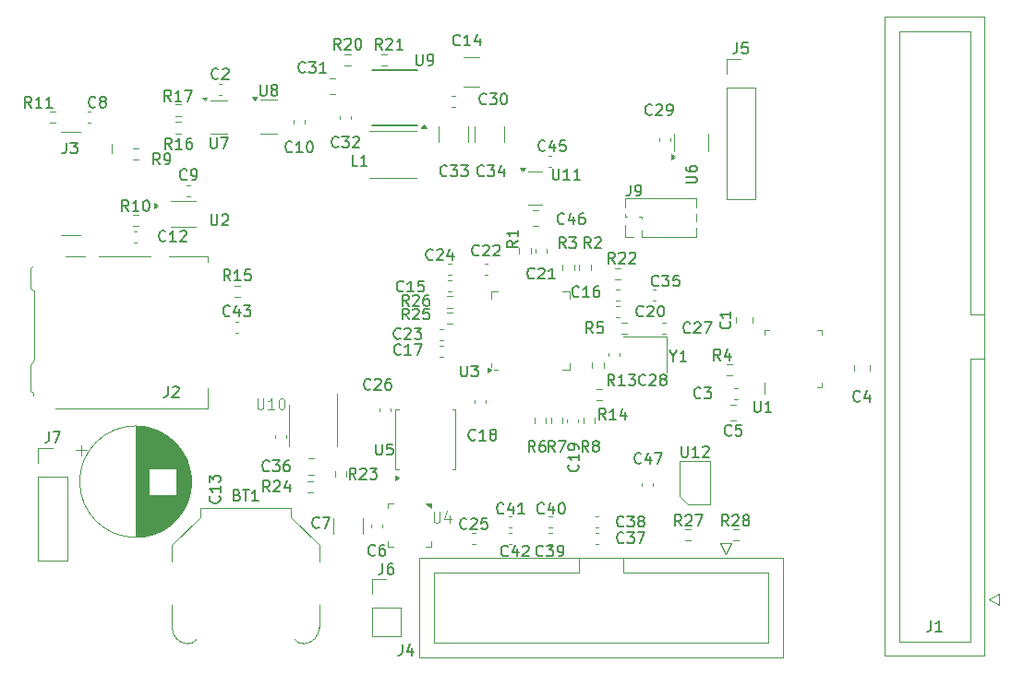
<source format=gbr>
%TF.GenerationSoftware,KiCad,Pcbnew,8.0.4-1.fc40*%
%TF.CreationDate,2024-09-05T19:31:20+01:00*%
%TF.ProjectId,better-lamp-controller,62657474-6572-42d6-9c61-6d702d636f6e,rev?*%
%TF.SameCoordinates,Original*%
%TF.FileFunction,Legend,Top*%
%TF.FilePolarity,Positive*%
%FSLAX46Y46*%
G04 Gerber Fmt 4.6, Leading zero omitted, Abs format (unit mm)*
G04 Created by KiCad (PCBNEW 8.0.4-1.fc40) date 2024-09-05 19:31:20*
%MOMM*%
%LPD*%
G01*
G04 APERTURE LIST*
%ADD10C,0.150000*%
%ADD11C,0.100000*%
%ADD12C,0.120000*%
G04 APERTURE END LIST*
D10*
X123357142Y-121459580D02*
X123309523Y-121507200D01*
X123309523Y-121507200D02*
X123166666Y-121554819D01*
X123166666Y-121554819D02*
X123071428Y-121554819D01*
X123071428Y-121554819D02*
X122928571Y-121507200D01*
X122928571Y-121507200D02*
X122833333Y-121411961D01*
X122833333Y-121411961D02*
X122785714Y-121316723D01*
X122785714Y-121316723D02*
X122738095Y-121126247D01*
X122738095Y-121126247D02*
X122738095Y-120983390D01*
X122738095Y-120983390D02*
X122785714Y-120792914D01*
X122785714Y-120792914D02*
X122833333Y-120697676D01*
X122833333Y-120697676D02*
X122928571Y-120602438D01*
X122928571Y-120602438D02*
X123071428Y-120554819D01*
X123071428Y-120554819D02*
X123166666Y-120554819D01*
X123166666Y-120554819D02*
X123309523Y-120602438D01*
X123309523Y-120602438D02*
X123357142Y-120650057D01*
X123690476Y-120554819D02*
X124309523Y-120554819D01*
X124309523Y-120554819D02*
X123976190Y-120935771D01*
X123976190Y-120935771D02*
X124119047Y-120935771D01*
X124119047Y-120935771D02*
X124214285Y-120983390D01*
X124214285Y-120983390D02*
X124261904Y-121031009D01*
X124261904Y-121031009D02*
X124309523Y-121126247D01*
X124309523Y-121126247D02*
X124309523Y-121364342D01*
X124309523Y-121364342D02*
X124261904Y-121459580D01*
X124261904Y-121459580D02*
X124214285Y-121507200D01*
X124214285Y-121507200D02*
X124119047Y-121554819D01*
X124119047Y-121554819D02*
X123833333Y-121554819D01*
X123833333Y-121554819D02*
X123738095Y-121507200D01*
X123738095Y-121507200D02*
X123690476Y-121459580D01*
X124785714Y-121554819D02*
X124976190Y-121554819D01*
X124976190Y-121554819D02*
X125071428Y-121507200D01*
X125071428Y-121507200D02*
X125119047Y-121459580D01*
X125119047Y-121459580D02*
X125214285Y-121316723D01*
X125214285Y-121316723D02*
X125261904Y-121126247D01*
X125261904Y-121126247D02*
X125261904Y-120745295D01*
X125261904Y-120745295D02*
X125214285Y-120650057D01*
X125214285Y-120650057D02*
X125166666Y-120602438D01*
X125166666Y-120602438D02*
X125071428Y-120554819D01*
X125071428Y-120554819D02*
X124880952Y-120554819D01*
X124880952Y-120554819D02*
X124785714Y-120602438D01*
X124785714Y-120602438D02*
X124738095Y-120650057D01*
X124738095Y-120650057D02*
X124690476Y-120745295D01*
X124690476Y-120745295D02*
X124690476Y-120983390D01*
X124690476Y-120983390D02*
X124738095Y-121078628D01*
X124738095Y-121078628D02*
X124785714Y-121126247D01*
X124785714Y-121126247D02*
X124880952Y-121173866D01*
X124880952Y-121173866D02*
X125071428Y-121173866D01*
X125071428Y-121173866D02*
X125166666Y-121126247D01*
X125166666Y-121126247D02*
X125214285Y-121078628D01*
X125214285Y-121078628D02*
X125261904Y-120983390D01*
X115757142Y-74559580D02*
X115709523Y-74607200D01*
X115709523Y-74607200D02*
X115566666Y-74654819D01*
X115566666Y-74654819D02*
X115471428Y-74654819D01*
X115471428Y-74654819D02*
X115328571Y-74607200D01*
X115328571Y-74607200D02*
X115233333Y-74511961D01*
X115233333Y-74511961D02*
X115185714Y-74416723D01*
X115185714Y-74416723D02*
X115138095Y-74226247D01*
X115138095Y-74226247D02*
X115138095Y-74083390D01*
X115138095Y-74083390D02*
X115185714Y-73892914D01*
X115185714Y-73892914D02*
X115233333Y-73797676D01*
X115233333Y-73797676D02*
X115328571Y-73702438D01*
X115328571Y-73702438D02*
X115471428Y-73654819D01*
X115471428Y-73654819D02*
X115566666Y-73654819D01*
X115566666Y-73654819D02*
X115709523Y-73702438D01*
X115709523Y-73702438D02*
X115757142Y-73750057D01*
X116709523Y-74654819D02*
X116138095Y-74654819D01*
X116423809Y-74654819D02*
X116423809Y-73654819D01*
X116423809Y-73654819D02*
X116328571Y-73797676D01*
X116328571Y-73797676D02*
X116233333Y-73892914D01*
X116233333Y-73892914D02*
X116138095Y-73940533D01*
X117566666Y-73988152D02*
X117566666Y-74654819D01*
X117328571Y-73607200D02*
X117090476Y-74321485D01*
X117090476Y-74321485D02*
X117709523Y-74321485D01*
X158936666Y-127454819D02*
X158936666Y-128169104D01*
X158936666Y-128169104D02*
X158889047Y-128311961D01*
X158889047Y-128311961D02*
X158793809Y-128407200D01*
X158793809Y-128407200D02*
X158650952Y-128454819D01*
X158650952Y-128454819D02*
X158555714Y-128454819D01*
X159936666Y-128454819D02*
X159365238Y-128454819D01*
X159650952Y-128454819D02*
X159650952Y-127454819D01*
X159650952Y-127454819D02*
X159555714Y-127597676D01*
X159555714Y-127597676D02*
X159460476Y-127692914D01*
X159460476Y-127692914D02*
X159365238Y-127740533D01*
X76457142Y-80354819D02*
X76123809Y-79878628D01*
X75885714Y-80354819D02*
X75885714Y-79354819D01*
X75885714Y-79354819D02*
X76266666Y-79354819D01*
X76266666Y-79354819D02*
X76361904Y-79402438D01*
X76361904Y-79402438D02*
X76409523Y-79450057D01*
X76409523Y-79450057D02*
X76457142Y-79545295D01*
X76457142Y-79545295D02*
X76457142Y-79688152D01*
X76457142Y-79688152D02*
X76409523Y-79783390D01*
X76409523Y-79783390D02*
X76361904Y-79831009D01*
X76361904Y-79831009D02*
X76266666Y-79878628D01*
X76266666Y-79878628D02*
X75885714Y-79878628D01*
X77409523Y-80354819D02*
X76838095Y-80354819D01*
X77123809Y-80354819D02*
X77123809Y-79354819D01*
X77123809Y-79354819D02*
X77028571Y-79497676D01*
X77028571Y-79497676D02*
X76933333Y-79592914D01*
X76933333Y-79592914D02*
X76838095Y-79640533D01*
X78361904Y-80354819D02*
X77790476Y-80354819D01*
X78076190Y-80354819D02*
X78076190Y-79354819D01*
X78076190Y-79354819D02*
X77980952Y-79497676D01*
X77980952Y-79497676D02*
X77885714Y-79592914D01*
X77885714Y-79592914D02*
X77790476Y-79640533D01*
X106353333Y-85704819D02*
X105877143Y-85704819D01*
X105877143Y-85704819D02*
X105877143Y-84704819D01*
X107210476Y-85704819D02*
X106639048Y-85704819D01*
X106924762Y-85704819D02*
X106924762Y-84704819D01*
X106924762Y-84704819D02*
X106829524Y-84847676D01*
X106829524Y-84847676D02*
X106734286Y-84942914D01*
X106734286Y-84942914D02*
X106639048Y-84990533D01*
X111057142Y-98554819D02*
X110723809Y-98078628D01*
X110485714Y-98554819D02*
X110485714Y-97554819D01*
X110485714Y-97554819D02*
X110866666Y-97554819D01*
X110866666Y-97554819D02*
X110961904Y-97602438D01*
X110961904Y-97602438D02*
X111009523Y-97650057D01*
X111009523Y-97650057D02*
X111057142Y-97745295D01*
X111057142Y-97745295D02*
X111057142Y-97888152D01*
X111057142Y-97888152D02*
X111009523Y-97983390D01*
X111009523Y-97983390D02*
X110961904Y-98031009D01*
X110961904Y-98031009D02*
X110866666Y-98078628D01*
X110866666Y-98078628D02*
X110485714Y-98078628D01*
X111438095Y-97650057D02*
X111485714Y-97602438D01*
X111485714Y-97602438D02*
X111580952Y-97554819D01*
X111580952Y-97554819D02*
X111819047Y-97554819D01*
X111819047Y-97554819D02*
X111914285Y-97602438D01*
X111914285Y-97602438D02*
X111961904Y-97650057D01*
X111961904Y-97650057D02*
X112009523Y-97745295D01*
X112009523Y-97745295D02*
X112009523Y-97840533D01*
X112009523Y-97840533D02*
X111961904Y-97983390D01*
X111961904Y-97983390D02*
X111390476Y-98554819D01*
X111390476Y-98554819D02*
X112009523Y-98554819D01*
X112866666Y-97554819D02*
X112676190Y-97554819D01*
X112676190Y-97554819D02*
X112580952Y-97602438D01*
X112580952Y-97602438D02*
X112533333Y-97650057D01*
X112533333Y-97650057D02*
X112438095Y-97792914D01*
X112438095Y-97792914D02*
X112390476Y-97983390D01*
X112390476Y-97983390D02*
X112390476Y-98364342D01*
X112390476Y-98364342D02*
X112438095Y-98459580D01*
X112438095Y-98459580D02*
X112485714Y-98507200D01*
X112485714Y-98507200D02*
X112580952Y-98554819D01*
X112580952Y-98554819D02*
X112771428Y-98554819D01*
X112771428Y-98554819D02*
X112866666Y-98507200D01*
X112866666Y-98507200D02*
X112914285Y-98459580D01*
X112914285Y-98459580D02*
X112961904Y-98364342D01*
X112961904Y-98364342D02*
X112961904Y-98126247D01*
X112961904Y-98126247D02*
X112914285Y-98031009D01*
X112914285Y-98031009D02*
X112866666Y-97983390D01*
X112866666Y-97983390D02*
X112771428Y-97935771D01*
X112771428Y-97935771D02*
X112580952Y-97935771D01*
X112580952Y-97935771D02*
X112485714Y-97983390D01*
X112485714Y-97983390D02*
X112438095Y-98031009D01*
X112438095Y-98031009D02*
X112390476Y-98126247D01*
X113257142Y-94259580D02*
X113209523Y-94307200D01*
X113209523Y-94307200D02*
X113066666Y-94354819D01*
X113066666Y-94354819D02*
X112971428Y-94354819D01*
X112971428Y-94354819D02*
X112828571Y-94307200D01*
X112828571Y-94307200D02*
X112733333Y-94211961D01*
X112733333Y-94211961D02*
X112685714Y-94116723D01*
X112685714Y-94116723D02*
X112638095Y-93926247D01*
X112638095Y-93926247D02*
X112638095Y-93783390D01*
X112638095Y-93783390D02*
X112685714Y-93592914D01*
X112685714Y-93592914D02*
X112733333Y-93497676D01*
X112733333Y-93497676D02*
X112828571Y-93402438D01*
X112828571Y-93402438D02*
X112971428Y-93354819D01*
X112971428Y-93354819D02*
X113066666Y-93354819D01*
X113066666Y-93354819D02*
X113209523Y-93402438D01*
X113209523Y-93402438D02*
X113257142Y-93450057D01*
X113638095Y-93450057D02*
X113685714Y-93402438D01*
X113685714Y-93402438D02*
X113780952Y-93354819D01*
X113780952Y-93354819D02*
X114019047Y-93354819D01*
X114019047Y-93354819D02*
X114114285Y-93402438D01*
X114114285Y-93402438D02*
X114161904Y-93450057D01*
X114161904Y-93450057D02*
X114209523Y-93545295D01*
X114209523Y-93545295D02*
X114209523Y-93640533D01*
X114209523Y-93640533D02*
X114161904Y-93783390D01*
X114161904Y-93783390D02*
X113590476Y-94354819D01*
X113590476Y-94354819D02*
X114209523Y-94354819D01*
X115066666Y-93688152D02*
X115066666Y-94354819D01*
X114828571Y-93307200D02*
X114590476Y-94021485D01*
X114590476Y-94021485D02*
X115209523Y-94021485D01*
X111057142Y-99804819D02*
X110723809Y-99328628D01*
X110485714Y-99804819D02*
X110485714Y-98804819D01*
X110485714Y-98804819D02*
X110866666Y-98804819D01*
X110866666Y-98804819D02*
X110961904Y-98852438D01*
X110961904Y-98852438D02*
X111009523Y-98900057D01*
X111009523Y-98900057D02*
X111057142Y-98995295D01*
X111057142Y-98995295D02*
X111057142Y-99138152D01*
X111057142Y-99138152D02*
X111009523Y-99233390D01*
X111009523Y-99233390D02*
X110961904Y-99281009D01*
X110961904Y-99281009D02*
X110866666Y-99328628D01*
X110866666Y-99328628D02*
X110485714Y-99328628D01*
X111438095Y-98900057D02*
X111485714Y-98852438D01*
X111485714Y-98852438D02*
X111580952Y-98804819D01*
X111580952Y-98804819D02*
X111819047Y-98804819D01*
X111819047Y-98804819D02*
X111914285Y-98852438D01*
X111914285Y-98852438D02*
X111961904Y-98900057D01*
X111961904Y-98900057D02*
X112009523Y-98995295D01*
X112009523Y-98995295D02*
X112009523Y-99090533D01*
X112009523Y-99090533D02*
X111961904Y-99233390D01*
X111961904Y-99233390D02*
X111390476Y-99804819D01*
X111390476Y-99804819D02*
X112009523Y-99804819D01*
X112914285Y-98804819D02*
X112438095Y-98804819D01*
X112438095Y-98804819D02*
X112390476Y-99281009D01*
X112390476Y-99281009D02*
X112438095Y-99233390D01*
X112438095Y-99233390D02*
X112533333Y-99185771D01*
X112533333Y-99185771D02*
X112771428Y-99185771D01*
X112771428Y-99185771D02*
X112866666Y-99233390D01*
X112866666Y-99233390D02*
X112914285Y-99281009D01*
X112914285Y-99281009D02*
X112961904Y-99376247D01*
X112961904Y-99376247D02*
X112961904Y-99614342D01*
X112961904Y-99614342D02*
X112914285Y-99709580D01*
X112914285Y-99709580D02*
X112866666Y-99757200D01*
X112866666Y-99757200D02*
X112771428Y-99804819D01*
X112771428Y-99804819D02*
X112533333Y-99804819D01*
X112533333Y-99804819D02*
X112438095Y-99757200D01*
X112438095Y-99757200D02*
X112390476Y-99709580D01*
X136061905Y-111442319D02*
X136061905Y-112251842D01*
X136061905Y-112251842D02*
X136109524Y-112347080D01*
X136109524Y-112347080D02*
X136157143Y-112394700D01*
X136157143Y-112394700D02*
X136252381Y-112442319D01*
X136252381Y-112442319D02*
X136442857Y-112442319D01*
X136442857Y-112442319D02*
X136538095Y-112394700D01*
X136538095Y-112394700D02*
X136585714Y-112347080D01*
X136585714Y-112347080D02*
X136633333Y-112251842D01*
X136633333Y-112251842D02*
X136633333Y-111442319D01*
X137633333Y-112442319D02*
X137061905Y-112442319D01*
X137347619Y-112442319D02*
X137347619Y-111442319D01*
X137347619Y-111442319D02*
X137252381Y-111585176D01*
X137252381Y-111585176D02*
X137157143Y-111680414D01*
X137157143Y-111680414D02*
X137061905Y-111728033D01*
X138014286Y-111537557D02*
X138061905Y-111489938D01*
X138061905Y-111489938D02*
X138157143Y-111442319D01*
X138157143Y-111442319D02*
X138395238Y-111442319D01*
X138395238Y-111442319D02*
X138490476Y-111489938D01*
X138490476Y-111489938D02*
X138538095Y-111537557D01*
X138538095Y-111537557D02*
X138585714Y-111632795D01*
X138585714Y-111632795D02*
X138585714Y-111728033D01*
X138585714Y-111728033D02*
X138538095Y-111870890D01*
X138538095Y-111870890D02*
X137966667Y-112442319D01*
X137966667Y-112442319D02*
X138585714Y-112442319D01*
X107557142Y-106159580D02*
X107509523Y-106207200D01*
X107509523Y-106207200D02*
X107366666Y-106254819D01*
X107366666Y-106254819D02*
X107271428Y-106254819D01*
X107271428Y-106254819D02*
X107128571Y-106207200D01*
X107128571Y-106207200D02*
X107033333Y-106111961D01*
X107033333Y-106111961D02*
X106985714Y-106016723D01*
X106985714Y-106016723D02*
X106938095Y-105826247D01*
X106938095Y-105826247D02*
X106938095Y-105683390D01*
X106938095Y-105683390D02*
X106985714Y-105492914D01*
X106985714Y-105492914D02*
X107033333Y-105397676D01*
X107033333Y-105397676D02*
X107128571Y-105302438D01*
X107128571Y-105302438D02*
X107271428Y-105254819D01*
X107271428Y-105254819D02*
X107366666Y-105254819D01*
X107366666Y-105254819D02*
X107509523Y-105302438D01*
X107509523Y-105302438D02*
X107557142Y-105350057D01*
X107938095Y-105350057D02*
X107985714Y-105302438D01*
X107985714Y-105302438D02*
X108080952Y-105254819D01*
X108080952Y-105254819D02*
X108319047Y-105254819D01*
X108319047Y-105254819D02*
X108414285Y-105302438D01*
X108414285Y-105302438D02*
X108461904Y-105350057D01*
X108461904Y-105350057D02*
X108509523Y-105445295D01*
X108509523Y-105445295D02*
X108509523Y-105540533D01*
X108509523Y-105540533D02*
X108461904Y-105683390D01*
X108461904Y-105683390D02*
X107890476Y-106254819D01*
X107890476Y-106254819D02*
X108509523Y-106254819D01*
X109366666Y-105254819D02*
X109176190Y-105254819D01*
X109176190Y-105254819D02*
X109080952Y-105302438D01*
X109080952Y-105302438D02*
X109033333Y-105350057D01*
X109033333Y-105350057D02*
X108938095Y-105492914D01*
X108938095Y-105492914D02*
X108890476Y-105683390D01*
X108890476Y-105683390D02*
X108890476Y-106064342D01*
X108890476Y-106064342D02*
X108938095Y-106159580D01*
X108938095Y-106159580D02*
X108985714Y-106207200D01*
X108985714Y-106207200D02*
X109080952Y-106254819D01*
X109080952Y-106254819D02*
X109271428Y-106254819D01*
X109271428Y-106254819D02*
X109366666Y-106207200D01*
X109366666Y-106207200D02*
X109414285Y-106159580D01*
X109414285Y-106159580D02*
X109461904Y-106064342D01*
X109461904Y-106064342D02*
X109461904Y-105826247D01*
X109461904Y-105826247D02*
X109414285Y-105731009D01*
X109414285Y-105731009D02*
X109366666Y-105683390D01*
X109366666Y-105683390D02*
X109271428Y-105635771D01*
X109271428Y-105635771D02*
X109080952Y-105635771D01*
X109080952Y-105635771D02*
X108985714Y-105683390D01*
X108985714Y-105683390D02*
X108938095Y-105731009D01*
X108938095Y-105731009D02*
X108890476Y-105826247D01*
X98307142Y-115617319D02*
X97973809Y-115141128D01*
X97735714Y-115617319D02*
X97735714Y-114617319D01*
X97735714Y-114617319D02*
X98116666Y-114617319D01*
X98116666Y-114617319D02*
X98211904Y-114664938D01*
X98211904Y-114664938D02*
X98259523Y-114712557D01*
X98259523Y-114712557D02*
X98307142Y-114807795D01*
X98307142Y-114807795D02*
X98307142Y-114950652D01*
X98307142Y-114950652D02*
X98259523Y-115045890D01*
X98259523Y-115045890D02*
X98211904Y-115093509D01*
X98211904Y-115093509D02*
X98116666Y-115141128D01*
X98116666Y-115141128D02*
X97735714Y-115141128D01*
X98688095Y-114712557D02*
X98735714Y-114664938D01*
X98735714Y-114664938D02*
X98830952Y-114617319D01*
X98830952Y-114617319D02*
X99069047Y-114617319D01*
X99069047Y-114617319D02*
X99164285Y-114664938D01*
X99164285Y-114664938D02*
X99211904Y-114712557D01*
X99211904Y-114712557D02*
X99259523Y-114807795D01*
X99259523Y-114807795D02*
X99259523Y-114903033D01*
X99259523Y-114903033D02*
X99211904Y-115045890D01*
X99211904Y-115045890D02*
X98640476Y-115617319D01*
X98640476Y-115617319D02*
X99259523Y-115617319D01*
X100116666Y-114950652D02*
X100116666Y-115617319D01*
X99878571Y-114569700D02*
X99640476Y-115283985D01*
X99640476Y-115283985D02*
X100259523Y-115283985D01*
X133957142Y-96659580D02*
X133909523Y-96707200D01*
X133909523Y-96707200D02*
X133766666Y-96754819D01*
X133766666Y-96754819D02*
X133671428Y-96754819D01*
X133671428Y-96754819D02*
X133528571Y-96707200D01*
X133528571Y-96707200D02*
X133433333Y-96611961D01*
X133433333Y-96611961D02*
X133385714Y-96516723D01*
X133385714Y-96516723D02*
X133338095Y-96326247D01*
X133338095Y-96326247D02*
X133338095Y-96183390D01*
X133338095Y-96183390D02*
X133385714Y-95992914D01*
X133385714Y-95992914D02*
X133433333Y-95897676D01*
X133433333Y-95897676D02*
X133528571Y-95802438D01*
X133528571Y-95802438D02*
X133671428Y-95754819D01*
X133671428Y-95754819D02*
X133766666Y-95754819D01*
X133766666Y-95754819D02*
X133909523Y-95802438D01*
X133909523Y-95802438D02*
X133957142Y-95850057D01*
X134290476Y-95754819D02*
X134909523Y-95754819D01*
X134909523Y-95754819D02*
X134576190Y-96135771D01*
X134576190Y-96135771D02*
X134719047Y-96135771D01*
X134719047Y-96135771D02*
X134814285Y-96183390D01*
X134814285Y-96183390D02*
X134861904Y-96231009D01*
X134861904Y-96231009D02*
X134909523Y-96326247D01*
X134909523Y-96326247D02*
X134909523Y-96564342D01*
X134909523Y-96564342D02*
X134861904Y-96659580D01*
X134861904Y-96659580D02*
X134814285Y-96707200D01*
X134814285Y-96707200D02*
X134719047Y-96754819D01*
X134719047Y-96754819D02*
X134433333Y-96754819D01*
X134433333Y-96754819D02*
X134338095Y-96707200D01*
X134338095Y-96707200D02*
X134290476Y-96659580D01*
X135814285Y-95754819D02*
X135338095Y-95754819D01*
X135338095Y-95754819D02*
X135290476Y-96231009D01*
X135290476Y-96231009D02*
X135338095Y-96183390D01*
X135338095Y-96183390D02*
X135433333Y-96135771D01*
X135433333Y-96135771D02*
X135671428Y-96135771D01*
X135671428Y-96135771D02*
X135766666Y-96183390D01*
X135766666Y-96183390D02*
X135814285Y-96231009D01*
X135814285Y-96231009D02*
X135861904Y-96326247D01*
X135861904Y-96326247D02*
X135861904Y-96564342D01*
X135861904Y-96564342D02*
X135814285Y-96659580D01*
X135814285Y-96659580D02*
X135766666Y-96707200D01*
X135766666Y-96707200D02*
X135671428Y-96754819D01*
X135671428Y-96754819D02*
X135433333Y-96754819D01*
X135433333Y-96754819D02*
X135338095Y-96707200D01*
X135338095Y-96707200D02*
X135290476Y-96659580D01*
X139633333Y-103554819D02*
X139300000Y-103078628D01*
X139061905Y-103554819D02*
X139061905Y-102554819D01*
X139061905Y-102554819D02*
X139442857Y-102554819D01*
X139442857Y-102554819D02*
X139538095Y-102602438D01*
X139538095Y-102602438D02*
X139585714Y-102650057D01*
X139585714Y-102650057D02*
X139633333Y-102745295D01*
X139633333Y-102745295D02*
X139633333Y-102888152D01*
X139633333Y-102888152D02*
X139585714Y-102983390D01*
X139585714Y-102983390D02*
X139538095Y-103031009D01*
X139538095Y-103031009D02*
X139442857Y-103078628D01*
X139442857Y-103078628D02*
X139061905Y-103078628D01*
X140490476Y-102888152D02*
X140490476Y-103554819D01*
X140252381Y-102507200D02*
X140014286Y-103221485D01*
X140014286Y-103221485D02*
X140633333Y-103221485D01*
X108666666Y-122194819D02*
X108666666Y-122909104D01*
X108666666Y-122909104D02*
X108619047Y-123051961D01*
X108619047Y-123051961D02*
X108523809Y-123147200D01*
X108523809Y-123147200D02*
X108380952Y-123194819D01*
X108380952Y-123194819D02*
X108285714Y-123194819D01*
X109571428Y-122194819D02*
X109380952Y-122194819D01*
X109380952Y-122194819D02*
X109285714Y-122242438D01*
X109285714Y-122242438D02*
X109238095Y-122290057D01*
X109238095Y-122290057D02*
X109142857Y-122432914D01*
X109142857Y-122432914D02*
X109095238Y-122623390D01*
X109095238Y-122623390D02*
X109095238Y-123004342D01*
X109095238Y-123004342D02*
X109142857Y-123099580D01*
X109142857Y-123099580D02*
X109190476Y-123147200D01*
X109190476Y-123147200D02*
X109285714Y-123194819D01*
X109285714Y-123194819D02*
X109476190Y-123194819D01*
X109476190Y-123194819D02*
X109571428Y-123147200D01*
X109571428Y-123147200D02*
X109619047Y-123099580D01*
X109619047Y-123099580D02*
X109666666Y-123004342D01*
X109666666Y-123004342D02*
X109666666Y-122766247D01*
X109666666Y-122766247D02*
X109619047Y-122671009D01*
X109619047Y-122671009D02*
X109571428Y-122623390D01*
X109571428Y-122623390D02*
X109476190Y-122575771D01*
X109476190Y-122575771D02*
X109285714Y-122575771D01*
X109285714Y-122575771D02*
X109190476Y-122623390D01*
X109190476Y-122623390D02*
X109142857Y-122671009D01*
X109142857Y-122671009D02*
X109095238Y-122766247D01*
X116357142Y-118959580D02*
X116309523Y-119007200D01*
X116309523Y-119007200D02*
X116166666Y-119054819D01*
X116166666Y-119054819D02*
X116071428Y-119054819D01*
X116071428Y-119054819D02*
X115928571Y-119007200D01*
X115928571Y-119007200D02*
X115833333Y-118911961D01*
X115833333Y-118911961D02*
X115785714Y-118816723D01*
X115785714Y-118816723D02*
X115738095Y-118626247D01*
X115738095Y-118626247D02*
X115738095Y-118483390D01*
X115738095Y-118483390D02*
X115785714Y-118292914D01*
X115785714Y-118292914D02*
X115833333Y-118197676D01*
X115833333Y-118197676D02*
X115928571Y-118102438D01*
X115928571Y-118102438D02*
X116071428Y-118054819D01*
X116071428Y-118054819D02*
X116166666Y-118054819D01*
X116166666Y-118054819D02*
X116309523Y-118102438D01*
X116309523Y-118102438D02*
X116357142Y-118150057D01*
X116738095Y-118150057D02*
X116785714Y-118102438D01*
X116785714Y-118102438D02*
X116880952Y-118054819D01*
X116880952Y-118054819D02*
X117119047Y-118054819D01*
X117119047Y-118054819D02*
X117214285Y-118102438D01*
X117214285Y-118102438D02*
X117261904Y-118150057D01*
X117261904Y-118150057D02*
X117309523Y-118245295D01*
X117309523Y-118245295D02*
X117309523Y-118340533D01*
X117309523Y-118340533D02*
X117261904Y-118483390D01*
X117261904Y-118483390D02*
X116690476Y-119054819D01*
X116690476Y-119054819D02*
X117309523Y-119054819D01*
X118214285Y-118054819D02*
X117738095Y-118054819D01*
X117738095Y-118054819D02*
X117690476Y-118531009D01*
X117690476Y-118531009D02*
X117738095Y-118483390D01*
X117738095Y-118483390D02*
X117833333Y-118435771D01*
X117833333Y-118435771D02*
X118071428Y-118435771D01*
X118071428Y-118435771D02*
X118166666Y-118483390D01*
X118166666Y-118483390D02*
X118214285Y-118531009D01*
X118214285Y-118531009D02*
X118261904Y-118626247D01*
X118261904Y-118626247D02*
X118261904Y-118864342D01*
X118261904Y-118864342D02*
X118214285Y-118959580D01*
X118214285Y-118959580D02*
X118166666Y-119007200D01*
X118166666Y-119007200D02*
X118071428Y-119054819D01*
X118071428Y-119054819D02*
X117833333Y-119054819D01*
X117833333Y-119054819D02*
X117738095Y-119007200D01*
X117738095Y-119007200D02*
X117690476Y-118959580D01*
X126657142Y-97659580D02*
X126609523Y-97707200D01*
X126609523Y-97707200D02*
X126466666Y-97754819D01*
X126466666Y-97754819D02*
X126371428Y-97754819D01*
X126371428Y-97754819D02*
X126228571Y-97707200D01*
X126228571Y-97707200D02*
X126133333Y-97611961D01*
X126133333Y-97611961D02*
X126085714Y-97516723D01*
X126085714Y-97516723D02*
X126038095Y-97326247D01*
X126038095Y-97326247D02*
X126038095Y-97183390D01*
X126038095Y-97183390D02*
X126085714Y-96992914D01*
X126085714Y-96992914D02*
X126133333Y-96897676D01*
X126133333Y-96897676D02*
X126228571Y-96802438D01*
X126228571Y-96802438D02*
X126371428Y-96754819D01*
X126371428Y-96754819D02*
X126466666Y-96754819D01*
X126466666Y-96754819D02*
X126609523Y-96802438D01*
X126609523Y-96802438D02*
X126657142Y-96850057D01*
X127609523Y-97754819D02*
X127038095Y-97754819D01*
X127323809Y-97754819D02*
X127323809Y-96754819D01*
X127323809Y-96754819D02*
X127228571Y-96897676D01*
X127228571Y-96897676D02*
X127133333Y-96992914D01*
X127133333Y-96992914D02*
X127038095Y-97040533D01*
X128466666Y-96754819D02*
X128276190Y-96754819D01*
X128276190Y-96754819D02*
X128180952Y-96802438D01*
X128180952Y-96802438D02*
X128133333Y-96850057D01*
X128133333Y-96850057D02*
X128038095Y-96992914D01*
X128038095Y-96992914D02*
X127990476Y-97183390D01*
X127990476Y-97183390D02*
X127990476Y-97564342D01*
X127990476Y-97564342D02*
X128038095Y-97659580D01*
X128038095Y-97659580D02*
X128085714Y-97707200D01*
X128085714Y-97707200D02*
X128180952Y-97754819D01*
X128180952Y-97754819D02*
X128371428Y-97754819D01*
X128371428Y-97754819D02*
X128466666Y-97707200D01*
X128466666Y-97707200D02*
X128514285Y-97659580D01*
X128514285Y-97659580D02*
X128561904Y-97564342D01*
X128561904Y-97564342D02*
X128561904Y-97326247D01*
X128561904Y-97326247D02*
X128514285Y-97231009D01*
X128514285Y-97231009D02*
X128466666Y-97183390D01*
X128466666Y-97183390D02*
X128371428Y-97135771D01*
X128371428Y-97135771D02*
X128180952Y-97135771D01*
X128180952Y-97135771D02*
X128085714Y-97183390D01*
X128085714Y-97183390D02*
X128038095Y-97231009D01*
X128038095Y-97231009D02*
X127990476Y-97326247D01*
X110307142Y-102959580D02*
X110259523Y-103007200D01*
X110259523Y-103007200D02*
X110116666Y-103054819D01*
X110116666Y-103054819D02*
X110021428Y-103054819D01*
X110021428Y-103054819D02*
X109878571Y-103007200D01*
X109878571Y-103007200D02*
X109783333Y-102911961D01*
X109783333Y-102911961D02*
X109735714Y-102816723D01*
X109735714Y-102816723D02*
X109688095Y-102626247D01*
X109688095Y-102626247D02*
X109688095Y-102483390D01*
X109688095Y-102483390D02*
X109735714Y-102292914D01*
X109735714Y-102292914D02*
X109783333Y-102197676D01*
X109783333Y-102197676D02*
X109878571Y-102102438D01*
X109878571Y-102102438D02*
X110021428Y-102054819D01*
X110021428Y-102054819D02*
X110116666Y-102054819D01*
X110116666Y-102054819D02*
X110259523Y-102102438D01*
X110259523Y-102102438D02*
X110307142Y-102150057D01*
X111259523Y-103054819D02*
X110688095Y-103054819D01*
X110973809Y-103054819D02*
X110973809Y-102054819D01*
X110973809Y-102054819D02*
X110878571Y-102197676D01*
X110878571Y-102197676D02*
X110783333Y-102292914D01*
X110783333Y-102292914D02*
X110688095Y-102340533D01*
X111592857Y-102054819D02*
X112259523Y-102054819D01*
X112259523Y-102054819D02*
X111830952Y-103054819D01*
X136857142Y-100959580D02*
X136809523Y-101007200D01*
X136809523Y-101007200D02*
X136666666Y-101054819D01*
X136666666Y-101054819D02*
X136571428Y-101054819D01*
X136571428Y-101054819D02*
X136428571Y-101007200D01*
X136428571Y-101007200D02*
X136333333Y-100911961D01*
X136333333Y-100911961D02*
X136285714Y-100816723D01*
X136285714Y-100816723D02*
X136238095Y-100626247D01*
X136238095Y-100626247D02*
X136238095Y-100483390D01*
X136238095Y-100483390D02*
X136285714Y-100292914D01*
X136285714Y-100292914D02*
X136333333Y-100197676D01*
X136333333Y-100197676D02*
X136428571Y-100102438D01*
X136428571Y-100102438D02*
X136571428Y-100054819D01*
X136571428Y-100054819D02*
X136666666Y-100054819D01*
X136666666Y-100054819D02*
X136809523Y-100102438D01*
X136809523Y-100102438D02*
X136857142Y-100150057D01*
X137238095Y-100150057D02*
X137285714Y-100102438D01*
X137285714Y-100102438D02*
X137380952Y-100054819D01*
X137380952Y-100054819D02*
X137619047Y-100054819D01*
X137619047Y-100054819D02*
X137714285Y-100102438D01*
X137714285Y-100102438D02*
X137761904Y-100150057D01*
X137761904Y-100150057D02*
X137809523Y-100245295D01*
X137809523Y-100245295D02*
X137809523Y-100340533D01*
X137809523Y-100340533D02*
X137761904Y-100483390D01*
X137761904Y-100483390D02*
X137190476Y-101054819D01*
X137190476Y-101054819D02*
X137809523Y-101054819D01*
X138142857Y-100054819D02*
X138809523Y-100054819D01*
X138809523Y-100054819D02*
X138380952Y-101054819D01*
X95314285Y-115931009D02*
X95457142Y-115978628D01*
X95457142Y-115978628D02*
X95504761Y-116026247D01*
X95504761Y-116026247D02*
X95552380Y-116121485D01*
X95552380Y-116121485D02*
X95552380Y-116264342D01*
X95552380Y-116264342D02*
X95504761Y-116359580D01*
X95504761Y-116359580D02*
X95457142Y-116407200D01*
X95457142Y-116407200D02*
X95361904Y-116454819D01*
X95361904Y-116454819D02*
X94980952Y-116454819D01*
X94980952Y-116454819D02*
X94980952Y-115454819D01*
X94980952Y-115454819D02*
X95314285Y-115454819D01*
X95314285Y-115454819D02*
X95409523Y-115502438D01*
X95409523Y-115502438D02*
X95457142Y-115550057D01*
X95457142Y-115550057D02*
X95504761Y-115645295D01*
X95504761Y-115645295D02*
X95504761Y-115740533D01*
X95504761Y-115740533D02*
X95457142Y-115835771D01*
X95457142Y-115835771D02*
X95409523Y-115883390D01*
X95409523Y-115883390D02*
X95314285Y-115931009D01*
X95314285Y-115931009D02*
X94980952Y-115931009D01*
X95838095Y-115454819D02*
X96409523Y-115454819D01*
X96123809Y-116454819D02*
X96123809Y-115454819D01*
X97266666Y-116454819D02*
X96695238Y-116454819D01*
X96980952Y-116454819D02*
X96980952Y-115454819D01*
X96980952Y-115454819D02*
X96885714Y-115597676D01*
X96885714Y-115597676D02*
X96790476Y-115692914D01*
X96790476Y-115692914D02*
X96695238Y-115740533D01*
X93677257Y-116042857D02*
X93724877Y-116090476D01*
X93724877Y-116090476D02*
X93772496Y-116233333D01*
X93772496Y-116233333D02*
X93772496Y-116328571D01*
X93772496Y-116328571D02*
X93724877Y-116471428D01*
X93724877Y-116471428D02*
X93629638Y-116566666D01*
X93629638Y-116566666D02*
X93534400Y-116614285D01*
X93534400Y-116614285D02*
X93343924Y-116661904D01*
X93343924Y-116661904D02*
X93201067Y-116661904D01*
X93201067Y-116661904D02*
X93010591Y-116614285D01*
X93010591Y-116614285D02*
X92915353Y-116566666D01*
X92915353Y-116566666D02*
X92820115Y-116471428D01*
X92820115Y-116471428D02*
X92772496Y-116328571D01*
X92772496Y-116328571D02*
X92772496Y-116233333D01*
X92772496Y-116233333D02*
X92820115Y-116090476D01*
X92820115Y-116090476D02*
X92867734Y-116042857D01*
X93772496Y-115090476D02*
X93772496Y-115661904D01*
X93772496Y-115376190D02*
X92772496Y-115376190D01*
X92772496Y-115376190D02*
X92915353Y-115471428D01*
X92915353Y-115471428D02*
X93010591Y-115566666D01*
X93010591Y-115566666D02*
X93058210Y-115661904D01*
X92772496Y-114757142D02*
X92772496Y-114138095D01*
X92772496Y-114138095D02*
X93153448Y-114471428D01*
X93153448Y-114471428D02*
X93153448Y-114328571D01*
X93153448Y-114328571D02*
X93201067Y-114233333D01*
X93201067Y-114233333D02*
X93248686Y-114185714D01*
X93248686Y-114185714D02*
X93343924Y-114138095D01*
X93343924Y-114138095D02*
X93582019Y-114138095D01*
X93582019Y-114138095D02*
X93677257Y-114185714D01*
X93677257Y-114185714D02*
X93724877Y-114233333D01*
X93724877Y-114233333D02*
X93772496Y-114328571D01*
X93772496Y-114328571D02*
X93772496Y-114614285D01*
X93772496Y-114614285D02*
X93724877Y-114709523D01*
X93724877Y-114709523D02*
X93677257Y-114757142D01*
X140645833Y-110389580D02*
X140598214Y-110437200D01*
X140598214Y-110437200D02*
X140455357Y-110484819D01*
X140455357Y-110484819D02*
X140360119Y-110484819D01*
X140360119Y-110484819D02*
X140217262Y-110437200D01*
X140217262Y-110437200D02*
X140122024Y-110341961D01*
X140122024Y-110341961D02*
X140074405Y-110246723D01*
X140074405Y-110246723D02*
X140026786Y-110056247D01*
X140026786Y-110056247D02*
X140026786Y-109913390D01*
X140026786Y-109913390D02*
X140074405Y-109722914D01*
X140074405Y-109722914D02*
X140122024Y-109627676D01*
X140122024Y-109627676D02*
X140217262Y-109532438D01*
X140217262Y-109532438D02*
X140360119Y-109484819D01*
X140360119Y-109484819D02*
X140455357Y-109484819D01*
X140455357Y-109484819D02*
X140598214Y-109532438D01*
X140598214Y-109532438D02*
X140645833Y-109580057D01*
X141550595Y-109484819D02*
X141074405Y-109484819D01*
X141074405Y-109484819D02*
X141026786Y-109961009D01*
X141026786Y-109961009D02*
X141074405Y-109913390D01*
X141074405Y-109913390D02*
X141169643Y-109865771D01*
X141169643Y-109865771D02*
X141407738Y-109865771D01*
X141407738Y-109865771D02*
X141502976Y-109913390D01*
X141502976Y-109913390D02*
X141550595Y-109961009D01*
X141550595Y-109961009D02*
X141598214Y-110056247D01*
X141598214Y-110056247D02*
X141598214Y-110294342D01*
X141598214Y-110294342D02*
X141550595Y-110389580D01*
X141550595Y-110389580D02*
X141502976Y-110437200D01*
X141502976Y-110437200D02*
X141407738Y-110484819D01*
X141407738Y-110484819D02*
X141169643Y-110484819D01*
X141169643Y-110484819D02*
X141074405Y-110437200D01*
X141074405Y-110437200D02*
X141026786Y-110389580D01*
X132357142Y-112959580D02*
X132309523Y-113007200D01*
X132309523Y-113007200D02*
X132166666Y-113054819D01*
X132166666Y-113054819D02*
X132071428Y-113054819D01*
X132071428Y-113054819D02*
X131928571Y-113007200D01*
X131928571Y-113007200D02*
X131833333Y-112911961D01*
X131833333Y-112911961D02*
X131785714Y-112816723D01*
X131785714Y-112816723D02*
X131738095Y-112626247D01*
X131738095Y-112626247D02*
X131738095Y-112483390D01*
X131738095Y-112483390D02*
X131785714Y-112292914D01*
X131785714Y-112292914D02*
X131833333Y-112197676D01*
X131833333Y-112197676D02*
X131928571Y-112102438D01*
X131928571Y-112102438D02*
X132071428Y-112054819D01*
X132071428Y-112054819D02*
X132166666Y-112054819D01*
X132166666Y-112054819D02*
X132309523Y-112102438D01*
X132309523Y-112102438D02*
X132357142Y-112150057D01*
X133214285Y-112388152D02*
X133214285Y-113054819D01*
X132976190Y-112007200D02*
X132738095Y-112721485D01*
X132738095Y-112721485D02*
X133357142Y-112721485D01*
X133642857Y-112054819D02*
X134309523Y-112054819D01*
X134309523Y-112054819D02*
X133880952Y-113054819D01*
X88966666Y-105954819D02*
X88966666Y-106669104D01*
X88966666Y-106669104D02*
X88919047Y-106811961D01*
X88919047Y-106811961D02*
X88823809Y-106907200D01*
X88823809Y-106907200D02*
X88680952Y-106954819D01*
X88680952Y-106954819D02*
X88585714Y-106954819D01*
X89395238Y-106050057D02*
X89442857Y-106002438D01*
X89442857Y-106002438D02*
X89538095Y-105954819D01*
X89538095Y-105954819D02*
X89776190Y-105954819D01*
X89776190Y-105954819D02*
X89871428Y-106002438D01*
X89871428Y-106002438D02*
X89919047Y-106050057D01*
X89919047Y-106050057D02*
X89966666Y-106145295D01*
X89966666Y-106145295D02*
X89966666Y-106240533D01*
X89966666Y-106240533D02*
X89919047Y-106383390D01*
X89919047Y-106383390D02*
X89347619Y-106954819D01*
X89347619Y-106954819D02*
X89966666Y-106954819D01*
X102833333Y-118859580D02*
X102785714Y-118907200D01*
X102785714Y-118907200D02*
X102642857Y-118954819D01*
X102642857Y-118954819D02*
X102547619Y-118954819D01*
X102547619Y-118954819D02*
X102404762Y-118907200D01*
X102404762Y-118907200D02*
X102309524Y-118811961D01*
X102309524Y-118811961D02*
X102261905Y-118716723D01*
X102261905Y-118716723D02*
X102214286Y-118526247D01*
X102214286Y-118526247D02*
X102214286Y-118383390D01*
X102214286Y-118383390D02*
X102261905Y-118192914D01*
X102261905Y-118192914D02*
X102309524Y-118097676D01*
X102309524Y-118097676D02*
X102404762Y-118002438D01*
X102404762Y-118002438D02*
X102547619Y-117954819D01*
X102547619Y-117954819D02*
X102642857Y-117954819D01*
X102642857Y-117954819D02*
X102785714Y-118002438D01*
X102785714Y-118002438D02*
X102833333Y-118050057D01*
X103166667Y-117954819D02*
X103833333Y-117954819D01*
X103833333Y-117954819D02*
X103404762Y-118954819D01*
X94694642Y-96224819D02*
X94361309Y-95748628D01*
X94123214Y-96224819D02*
X94123214Y-95224819D01*
X94123214Y-95224819D02*
X94504166Y-95224819D01*
X94504166Y-95224819D02*
X94599404Y-95272438D01*
X94599404Y-95272438D02*
X94647023Y-95320057D01*
X94647023Y-95320057D02*
X94694642Y-95415295D01*
X94694642Y-95415295D02*
X94694642Y-95558152D01*
X94694642Y-95558152D02*
X94647023Y-95653390D01*
X94647023Y-95653390D02*
X94599404Y-95701009D01*
X94599404Y-95701009D02*
X94504166Y-95748628D01*
X94504166Y-95748628D02*
X94123214Y-95748628D01*
X95647023Y-96224819D02*
X95075595Y-96224819D01*
X95361309Y-96224819D02*
X95361309Y-95224819D01*
X95361309Y-95224819D02*
X95266071Y-95367676D01*
X95266071Y-95367676D02*
X95170833Y-95462914D01*
X95170833Y-95462914D02*
X95075595Y-95510533D01*
X96551785Y-95224819D02*
X96075595Y-95224819D01*
X96075595Y-95224819D02*
X96027976Y-95701009D01*
X96027976Y-95701009D02*
X96075595Y-95653390D01*
X96075595Y-95653390D02*
X96170833Y-95605771D01*
X96170833Y-95605771D02*
X96408928Y-95605771D01*
X96408928Y-95605771D02*
X96504166Y-95653390D01*
X96504166Y-95653390D02*
X96551785Y-95701009D01*
X96551785Y-95701009D02*
X96599404Y-95796247D01*
X96599404Y-95796247D02*
X96599404Y-96034342D01*
X96599404Y-96034342D02*
X96551785Y-96129580D01*
X96551785Y-96129580D02*
X96504166Y-96177200D01*
X96504166Y-96177200D02*
X96408928Y-96224819D01*
X96408928Y-96224819D02*
X96170833Y-96224819D01*
X96170833Y-96224819D02*
X96075595Y-96177200D01*
X96075595Y-96177200D02*
X96027976Y-96129580D01*
X124261905Y-85954819D02*
X124261905Y-86764342D01*
X124261905Y-86764342D02*
X124309524Y-86859580D01*
X124309524Y-86859580D02*
X124357143Y-86907200D01*
X124357143Y-86907200D02*
X124452381Y-86954819D01*
X124452381Y-86954819D02*
X124642857Y-86954819D01*
X124642857Y-86954819D02*
X124738095Y-86907200D01*
X124738095Y-86907200D02*
X124785714Y-86859580D01*
X124785714Y-86859580D02*
X124833333Y-86764342D01*
X124833333Y-86764342D02*
X124833333Y-85954819D01*
X125833333Y-86954819D02*
X125261905Y-86954819D01*
X125547619Y-86954819D02*
X125547619Y-85954819D01*
X125547619Y-85954819D02*
X125452381Y-86097676D01*
X125452381Y-86097676D02*
X125357143Y-86192914D01*
X125357143Y-86192914D02*
X125261905Y-86240533D01*
X126785714Y-86954819D02*
X126214286Y-86954819D01*
X126500000Y-86954819D02*
X126500000Y-85954819D01*
X126500000Y-85954819D02*
X126404762Y-86097676D01*
X126404762Y-86097676D02*
X126309524Y-86192914D01*
X126309524Y-86192914D02*
X126214286Y-86240533D01*
X127933333Y-101054819D02*
X127600000Y-100578628D01*
X127361905Y-101054819D02*
X127361905Y-100054819D01*
X127361905Y-100054819D02*
X127742857Y-100054819D01*
X127742857Y-100054819D02*
X127838095Y-100102438D01*
X127838095Y-100102438D02*
X127885714Y-100150057D01*
X127885714Y-100150057D02*
X127933333Y-100245295D01*
X127933333Y-100245295D02*
X127933333Y-100388152D01*
X127933333Y-100388152D02*
X127885714Y-100483390D01*
X127885714Y-100483390D02*
X127838095Y-100531009D01*
X127838095Y-100531009D02*
X127742857Y-100578628D01*
X127742857Y-100578628D02*
X127361905Y-100578628D01*
X128838095Y-100054819D02*
X128361905Y-100054819D01*
X128361905Y-100054819D02*
X128314286Y-100531009D01*
X128314286Y-100531009D02*
X128361905Y-100483390D01*
X128361905Y-100483390D02*
X128457143Y-100435771D01*
X128457143Y-100435771D02*
X128695238Y-100435771D01*
X128695238Y-100435771D02*
X128790476Y-100483390D01*
X128790476Y-100483390D02*
X128838095Y-100531009D01*
X128838095Y-100531009D02*
X128885714Y-100626247D01*
X128885714Y-100626247D02*
X128885714Y-100864342D01*
X128885714Y-100864342D02*
X128838095Y-100959580D01*
X128838095Y-100959580D02*
X128790476Y-101007200D01*
X128790476Y-101007200D02*
X128695238Y-101054819D01*
X128695238Y-101054819D02*
X128457143Y-101054819D01*
X128457143Y-101054819D02*
X128361905Y-101007200D01*
X128361905Y-101007200D02*
X128314286Y-100959580D01*
X125433333Y-93254819D02*
X125100000Y-92778628D01*
X124861905Y-93254819D02*
X124861905Y-92254819D01*
X124861905Y-92254819D02*
X125242857Y-92254819D01*
X125242857Y-92254819D02*
X125338095Y-92302438D01*
X125338095Y-92302438D02*
X125385714Y-92350057D01*
X125385714Y-92350057D02*
X125433333Y-92445295D01*
X125433333Y-92445295D02*
X125433333Y-92588152D01*
X125433333Y-92588152D02*
X125385714Y-92683390D01*
X125385714Y-92683390D02*
X125338095Y-92731009D01*
X125338095Y-92731009D02*
X125242857Y-92778628D01*
X125242857Y-92778628D02*
X124861905Y-92778628D01*
X125766667Y-92254819D02*
X126385714Y-92254819D01*
X126385714Y-92254819D02*
X126052381Y-92635771D01*
X126052381Y-92635771D02*
X126195238Y-92635771D01*
X126195238Y-92635771D02*
X126290476Y-92683390D01*
X126290476Y-92683390D02*
X126338095Y-92731009D01*
X126338095Y-92731009D02*
X126385714Y-92826247D01*
X126385714Y-92826247D02*
X126385714Y-93064342D01*
X126385714Y-93064342D02*
X126338095Y-93159580D01*
X126338095Y-93159580D02*
X126290476Y-93207200D01*
X126290476Y-93207200D02*
X126195238Y-93254819D01*
X126195238Y-93254819D02*
X125909524Y-93254819D01*
X125909524Y-93254819D02*
X125814286Y-93207200D01*
X125814286Y-93207200D02*
X125766667Y-93159580D01*
X120157142Y-121459580D02*
X120109523Y-121507200D01*
X120109523Y-121507200D02*
X119966666Y-121554819D01*
X119966666Y-121554819D02*
X119871428Y-121554819D01*
X119871428Y-121554819D02*
X119728571Y-121507200D01*
X119728571Y-121507200D02*
X119633333Y-121411961D01*
X119633333Y-121411961D02*
X119585714Y-121316723D01*
X119585714Y-121316723D02*
X119538095Y-121126247D01*
X119538095Y-121126247D02*
X119538095Y-120983390D01*
X119538095Y-120983390D02*
X119585714Y-120792914D01*
X119585714Y-120792914D02*
X119633333Y-120697676D01*
X119633333Y-120697676D02*
X119728571Y-120602438D01*
X119728571Y-120602438D02*
X119871428Y-120554819D01*
X119871428Y-120554819D02*
X119966666Y-120554819D01*
X119966666Y-120554819D02*
X120109523Y-120602438D01*
X120109523Y-120602438D02*
X120157142Y-120650057D01*
X121014285Y-120888152D02*
X121014285Y-121554819D01*
X120776190Y-120507200D02*
X120538095Y-121221485D01*
X120538095Y-121221485D02*
X121157142Y-121221485D01*
X121490476Y-120650057D02*
X121538095Y-120602438D01*
X121538095Y-120602438D02*
X121633333Y-120554819D01*
X121633333Y-120554819D02*
X121871428Y-120554819D01*
X121871428Y-120554819D02*
X121966666Y-120602438D01*
X121966666Y-120602438D02*
X122014285Y-120650057D01*
X122014285Y-120650057D02*
X122061904Y-120745295D01*
X122061904Y-120745295D02*
X122061904Y-120840533D01*
X122061904Y-120840533D02*
X122014285Y-120983390D01*
X122014285Y-120983390D02*
X121442857Y-121554819D01*
X121442857Y-121554819D02*
X122061904Y-121554819D01*
X110466666Y-129654819D02*
X110466666Y-130369104D01*
X110466666Y-130369104D02*
X110419047Y-130511961D01*
X110419047Y-130511961D02*
X110323809Y-130607200D01*
X110323809Y-130607200D02*
X110180952Y-130654819D01*
X110180952Y-130654819D02*
X110085714Y-130654819D01*
X111371428Y-129988152D02*
X111371428Y-130654819D01*
X111133333Y-129607200D02*
X110895238Y-130321485D01*
X110895238Y-130321485D02*
X111514285Y-130321485D01*
X122633333Y-111954819D02*
X122300000Y-111478628D01*
X122061905Y-111954819D02*
X122061905Y-110954819D01*
X122061905Y-110954819D02*
X122442857Y-110954819D01*
X122442857Y-110954819D02*
X122538095Y-111002438D01*
X122538095Y-111002438D02*
X122585714Y-111050057D01*
X122585714Y-111050057D02*
X122633333Y-111145295D01*
X122633333Y-111145295D02*
X122633333Y-111288152D01*
X122633333Y-111288152D02*
X122585714Y-111383390D01*
X122585714Y-111383390D02*
X122538095Y-111431009D01*
X122538095Y-111431009D02*
X122442857Y-111478628D01*
X122442857Y-111478628D02*
X122061905Y-111478628D01*
X123490476Y-110954819D02*
X123300000Y-110954819D01*
X123300000Y-110954819D02*
X123204762Y-111002438D01*
X123204762Y-111002438D02*
X123157143Y-111050057D01*
X123157143Y-111050057D02*
X123061905Y-111192914D01*
X123061905Y-111192914D02*
X123014286Y-111383390D01*
X123014286Y-111383390D02*
X123014286Y-111764342D01*
X123014286Y-111764342D02*
X123061905Y-111859580D01*
X123061905Y-111859580D02*
X123109524Y-111907200D01*
X123109524Y-111907200D02*
X123204762Y-111954819D01*
X123204762Y-111954819D02*
X123395238Y-111954819D01*
X123395238Y-111954819D02*
X123490476Y-111907200D01*
X123490476Y-111907200D02*
X123538095Y-111859580D01*
X123538095Y-111859580D02*
X123585714Y-111764342D01*
X123585714Y-111764342D02*
X123585714Y-111526247D01*
X123585714Y-111526247D02*
X123538095Y-111431009D01*
X123538095Y-111431009D02*
X123490476Y-111383390D01*
X123490476Y-111383390D02*
X123395238Y-111335771D01*
X123395238Y-111335771D02*
X123204762Y-111335771D01*
X123204762Y-111335771D02*
X123109524Y-111383390D01*
X123109524Y-111383390D02*
X123061905Y-111431009D01*
X123061905Y-111431009D02*
X123014286Y-111526247D01*
X82333333Y-80259580D02*
X82285714Y-80307200D01*
X82285714Y-80307200D02*
X82142857Y-80354819D01*
X82142857Y-80354819D02*
X82047619Y-80354819D01*
X82047619Y-80354819D02*
X81904762Y-80307200D01*
X81904762Y-80307200D02*
X81809524Y-80211961D01*
X81809524Y-80211961D02*
X81761905Y-80116723D01*
X81761905Y-80116723D02*
X81714286Y-79926247D01*
X81714286Y-79926247D02*
X81714286Y-79783390D01*
X81714286Y-79783390D02*
X81761905Y-79592914D01*
X81761905Y-79592914D02*
X81809524Y-79497676D01*
X81809524Y-79497676D02*
X81904762Y-79402438D01*
X81904762Y-79402438D02*
X82047619Y-79354819D01*
X82047619Y-79354819D02*
X82142857Y-79354819D01*
X82142857Y-79354819D02*
X82285714Y-79402438D01*
X82285714Y-79402438D02*
X82333333Y-79450057D01*
X82904762Y-79783390D02*
X82809524Y-79735771D01*
X82809524Y-79735771D02*
X82761905Y-79688152D01*
X82761905Y-79688152D02*
X82714286Y-79592914D01*
X82714286Y-79592914D02*
X82714286Y-79545295D01*
X82714286Y-79545295D02*
X82761905Y-79450057D01*
X82761905Y-79450057D02*
X82809524Y-79402438D01*
X82809524Y-79402438D02*
X82904762Y-79354819D01*
X82904762Y-79354819D02*
X83095238Y-79354819D01*
X83095238Y-79354819D02*
X83190476Y-79402438D01*
X83190476Y-79402438D02*
X83238095Y-79450057D01*
X83238095Y-79450057D02*
X83285714Y-79545295D01*
X83285714Y-79545295D02*
X83285714Y-79592914D01*
X83285714Y-79592914D02*
X83238095Y-79688152D01*
X83238095Y-79688152D02*
X83190476Y-79735771D01*
X83190476Y-79735771D02*
X83095238Y-79783390D01*
X83095238Y-79783390D02*
X82904762Y-79783390D01*
X82904762Y-79783390D02*
X82809524Y-79831009D01*
X82809524Y-79831009D02*
X82761905Y-79878628D01*
X82761905Y-79878628D02*
X82714286Y-79973866D01*
X82714286Y-79973866D02*
X82714286Y-80164342D01*
X82714286Y-80164342D02*
X82761905Y-80259580D01*
X82761905Y-80259580D02*
X82809524Y-80307200D01*
X82809524Y-80307200D02*
X82904762Y-80354819D01*
X82904762Y-80354819D02*
X83095238Y-80354819D01*
X83095238Y-80354819D02*
X83190476Y-80307200D01*
X83190476Y-80307200D02*
X83238095Y-80259580D01*
X83238095Y-80259580D02*
X83285714Y-80164342D01*
X83285714Y-80164342D02*
X83285714Y-79973866D01*
X83285714Y-79973866D02*
X83238095Y-79878628D01*
X83238095Y-79878628D02*
X83190476Y-79831009D01*
X83190476Y-79831009D02*
X83095238Y-79783390D01*
X110557142Y-97159580D02*
X110509523Y-97207200D01*
X110509523Y-97207200D02*
X110366666Y-97254819D01*
X110366666Y-97254819D02*
X110271428Y-97254819D01*
X110271428Y-97254819D02*
X110128571Y-97207200D01*
X110128571Y-97207200D02*
X110033333Y-97111961D01*
X110033333Y-97111961D02*
X109985714Y-97016723D01*
X109985714Y-97016723D02*
X109938095Y-96826247D01*
X109938095Y-96826247D02*
X109938095Y-96683390D01*
X109938095Y-96683390D02*
X109985714Y-96492914D01*
X109985714Y-96492914D02*
X110033333Y-96397676D01*
X110033333Y-96397676D02*
X110128571Y-96302438D01*
X110128571Y-96302438D02*
X110271428Y-96254819D01*
X110271428Y-96254819D02*
X110366666Y-96254819D01*
X110366666Y-96254819D02*
X110509523Y-96302438D01*
X110509523Y-96302438D02*
X110557142Y-96350057D01*
X111509523Y-97254819D02*
X110938095Y-97254819D01*
X111223809Y-97254819D02*
X111223809Y-96254819D01*
X111223809Y-96254819D02*
X111128571Y-96397676D01*
X111128571Y-96397676D02*
X111033333Y-96492914D01*
X111033333Y-96492914D02*
X110938095Y-96540533D01*
X112414285Y-96254819D02*
X111938095Y-96254819D01*
X111938095Y-96254819D02*
X111890476Y-96731009D01*
X111890476Y-96731009D02*
X111938095Y-96683390D01*
X111938095Y-96683390D02*
X112033333Y-96635771D01*
X112033333Y-96635771D02*
X112271428Y-96635771D01*
X112271428Y-96635771D02*
X112366666Y-96683390D01*
X112366666Y-96683390D02*
X112414285Y-96731009D01*
X112414285Y-96731009D02*
X112461904Y-96826247D01*
X112461904Y-96826247D02*
X112461904Y-97064342D01*
X112461904Y-97064342D02*
X112414285Y-97159580D01*
X112414285Y-97159580D02*
X112366666Y-97207200D01*
X112366666Y-97207200D02*
X112271428Y-97254819D01*
X112271428Y-97254819D02*
X112033333Y-97254819D01*
X112033333Y-97254819D02*
X111938095Y-97207200D01*
X111938095Y-97207200D02*
X111890476Y-97159580D01*
X136454819Y-87261904D02*
X137264342Y-87261904D01*
X137264342Y-87261904D02*
X137359580Y-87214285D01*
X137359580Y-87214285D02*
X137407200Y-87166666D01*
X137407200Y-87166666D02*
X137454819Y-87071428D01*
X137454819Y-87071428D02*
X137454819Y-86880952D01*
X137454819Y-86880952D02*
X137407200Y-86785714D01*
X137407200Y-86785714D02*
X137359580Y-86738095D01*
X137359580Y-86738095D02*
X137264342Y-86690476D01*
X137264342Y-86690476D02*
X136454819Y-86690476D01*
X136454819Y-85785714D02*
X136454819Y-85976190D01*
X136454819Y-85976190D02*
X136502438Y-86071428D01*
X136502438Y-86071428D02*
X136550057Y-86119047D01*
X136550057Y-86119047D02*
X136692914Y-86214285D01*
X136692914Y-86214285D02*
X136883390Y-86261904D01*
X136883390Y-86261904D02*
X137264342Y-86261904D01*
X137264342Y-86261904D02*
X137359580Y-86214285D01*
X137359580Y-86214285D02*
X137407200Y-86166666D01*
X137407200Y-86166666D02*
X137454819Y-86071428D01*
X137454819Y-86071428D02*
X137454819Y-85880952D01*
X137454819Y-85880952D02*
X137407200Y-85785714D01*
X137407200Y-85785714D02*
X137359580Y-85738095D01*
X137359580Y-85738095D02*
X137264342Y-85690476D01*
X137264342Y-85690476D02*
X137026247Y-85690476D01*
X137026247Y-85690476D02*
X136931009Y-85738095D01*
X136931009Y-85738095D02*
X136883390Y-85785714D01*
X136883390Y-85785714D02*
X136835771Y-85880952D01*
X136835771Y-85880952D02*
X136835771Y-86071428D01*
X136835771Y-86071428D02*
X136883390Y-86166666D01*
X136883390Y-86166666D02*
X136931009Y-86214285D01*
X136931009Y-86214285D02*
X137026247Y-86261904D01*
X127533333Y-111954819D02*
X127200000Y-111478628D01*
X126961905Y-111954819D02*
X126961905Y-110954819D01*
X126961905Y-110954819D02*
X127342857Y-110954819D01*
X127342857Y-110954819D02*
X127438095Y-111002438D01*
X127438095Y-111002438D02*
X127485714Y-111050057D01*
X127485714Y-111050057D02*
X127533333Y-111145295D01*
X127533333Y-111145295D02*
X127533333Y-111288152D01*
X127533333Y-111288152D02*
X127485714Y-111383390D01*
X127485714Y-111383390D02*
X127438095Y-111431009D01*
X127438095Y-111431009D02*
X127342857Y-111478628D01*
X127342857Y-111478628D02*
X126961905Y-111478628D01*
X128104762Y-111383390D02*
X128009524Y-111335771D01*
X128009524Y-111335771D02*
X127961905Y-111288152D01*
X127961905Y-111288152D02*
X127914286Y-111192914D01*
X127914286Y-111192914D02*
X127914286Y-111145295D01*
X127914286Y-111145295D02*
X127961905Y-111050057D01*
X127961905Y-111050057D02*
X128009524Y-111002438D01*
X128009524Y-111002438D02*
X128104762Y-110954819D01*
X128104762Y-110954819D02*
X128295238Y-110954819D01*
X128295238Y-110954819D02*
X128390476Y-111002438D01*
X128390476Y-111002438D02*
X128438095Y-111050057D01*
X128438095Y-111050057D02*
X128485714Y-111145295D01*
X128485714Y-111145295D02*
X128485714Y-111192914D01*
X128485714Y-111192914D02*
X128438095Y-111288152D01*
X128438095Y-111288152D02*
X128390476Y-111335771D01*
X128390476Y-111335771D02*
X128295238Y-111383390D01*
X128295238Y-111383390D02*
X128104762Y-111383390D01*
X128104762Y-111383390D02*
X128009524Y-111431009D01*
X128009524Y-111431009D02*
X127961905Y-111478628D01*
X127961905Y-111478628D02*
X127914286Y-111573866D01*
X127914286Y-111573866D02*
X127914286Y-111764342D01*
X127914286Y-111764342D02*
X127961905Y-111859580D01*
X127961905Y-111859580D02*
X128009524Y-111907200D01*
X128009524Y-111907200D02*
X128104762Y-111954819D01*
X128104762Y-111954819D02*
X128295238Y-111954819D01*
X128295238Y-111954819D02*
X128390476Y-111907200D01*
X128390476Y-111907200D02*
X128438095Y-111859580D01*
X128438095Y-111859580D02*
X128485714Y-111764342D01*
X128485714Y-111764342D02*
X128485714Y-111573866D01*
X128485714Y-111573866D02*
X128438095Y-111478628D01*
X128438095Y-111478628D02*
X128390476Y-111431009D01*
X128390476Y-111431009D02*
X128295238Y-111383390D01*
X110294642Y-101509580D02*
X110247023Y-101557200D01*
X110247023Y-101557200D02*
X110104166Y-101604819D01*
X110104166Y-101604819D02*
X110008928Y-101604819D01*
X110008928Y-101604819D02*
X109866071Y-101557200D01*
X109866071Y-101557200D02*
X109770833Y-101461961D01*
X109770833Y-101461961D02*
X109723214Y-101366723D01*
X109723214Y-101366723D02*
X109675595Y-101176247D01*
X109675595Y-101176247D02*
X109675595Y-101033390D01*
X109675595Y-101033390D02*
X109723214Y-100842914D01*
X109723214Y-100842914D02*
X109770833Y-100747676D01*
X109770833Y-100747676D02*
X109866071Y-100652438D01*
X109866071Y-100652438D02*
X110008928Y-100604819D01*
X110008928Y-100604819D02*
X110104166Y-100604819D01*
X110104166Y-100604819D02*
X110247023Y-100652438D01*
X110247023Y-100652438D02*
X110294642Y-100700057D01*
X110675595Y-100700057D02*
X110723214Y-100652438D01*
X110723214Y-100652438D02*
X110818452Y-100604819D01*
X110818452Y-100604819D02*
X111056547Y-100604819D01*
X111056547Y-100604819D02*
X111151785Y-100652438D01*
X111151785Y-100652438D02*
X111199404Y-100700057D01*
X111199404Y-100700057D02*
X111247023Y-100795295D01*
X111247023Y-100795295D02*
X111247023Y-100890533D01*
X111247023Y-100890533D02*
X111199404Y-101033390D01*
X111199404Y-101033390D02*
X110627976Y-101604819D01*
X110627976Y-101604819D02*
X111247023Y-101604819D01*
X111580357Y-100604819D02*
X112199404Y-100604819D01*
X112199404Y-100604819D02*
X111866071Y-100985771D01*
X111866071Y-100985771D02*
X112008928Y-100985771D01*
X112008928Y-100985771D02*
X112104166Y-101033390D01*
X112104166Y-101033390D02*
X112151785Y-101081009D01*
X112151785Y-101081009D02*
X112199404Y-101176247D01*
X112199404Y-101176247D02*
X112199404Y-101414342D01*
X112199404Y-101414342D02*
X112151785Y-101509580D01*
X112151785Y-101509580D02*
X112104166Y-101557200D01*
X112104166Y-101557200D02*
X112008928Y-101604819D01*
X112008928Y-101604819D02*
X111723214Y-101604819D01*
X111723214Y-101604819D02*
X111627976Y-101557200D01*
X111627976Y-101557200D02*
X111580357Y-101509580D01*
X129957142Y-94654819D02*
X129623809Y-94178628D01*
X129385714Y-94654819D02*
X129385714Y-93654819D01*
X129385714Y-93654819D02*
X129766666Y-93654819D01*
X129766666Y-93654819D02*
X129861904Y-93702438D01*
X129861904Y-93702438D02*
X129909523Y-93750057D01*
X129909523Y-93750057D02*
X129957142Y-93845295D01*
X129957142Y-93845295D02*
X129957142Y-93988152D01*
X129957142Y-93988152D02*
X129909523Y-94083390D01*
X129909523Y-94083390D02*
X129861904Y-94131009D01*
X129861904Y-94131009D02*
X129766666Y-94178628D01*
X129766666Y-94178628D02*
X129385714Y-94178628D01*
X130338095Y-93750057D02*
X130385714Y-93702438D01*
X130385714Y-93702438D02*
X130480952Y-93654819D01*
X130480952Y-93654819D02*
X130719047Y-93654819D01*
X130719047Y-93654819D02*
X130814285Y-93702438D01*
X130814285Y-93702438D02*
X130861904Y-93750057D01*
X130861904Y-93750057D02*
X130909523Y-93845295D01*
X130909523Y-93845295D02*
X130909523Y-93940533D01*
X130909523Y-93940533D02*
X130861904Y-94083390D01*
X130861904Y-94083390D02*
X130290476Y-94654819D01*
X130290476Y-94654819D02*
X130909523Y-94654819D01*
X131290476Y-93750057D02*
X131338095Y-93702438D01*
X131338095Y-93702438D02*
X131433333Y-93654819D01*
X131433333Y-93654819D02*
X131671428Y-93654819D01*
X131671428Y-93654819D02*
X131766666Y-93702438D01*
X131766666Y-93702438D02*
X131814285Y-93750057D01*
X131814285Y-93750057D02*
X131861904Y-93845295D01*
X131861904Y-93845295D02*
X131861904Y-93940533D01*
X131861904Y-93940533D02*
X131814285Y-94083390D01*
X131814285Y-94083390D02*
X131242857Y-94654819D01*
X131242857Y-94654819D02*
X131861904Y-94654819D01*
X89257142Y-79754819D02*
X88923809Y-79278628D01*
X88685714Y-79754819D02*
X88685714Y-78754819D01*
X88685714Y-78754819D02*
X89066666Y-78754819D01*
X89066666Y-78754819D02*
X89161904Y-78802438D01*
X89161904Y-78802438D02*
X89209523Y-78850057D01*
X89209523Y-78850057D02*
X89257142Y-78945295D01*
X89257142Y-78945295D02*
X89257142Y-79088152D01*
X89257142Y-79088152D02*
X89209523Y-79183390D01*
X89209523Y-79183390D02*
X89161904Y-79231009D01*
X89161904Y-79231009D02*
X89066666Y-79278628D01*
X89066666Y-79278628D02*
X88685714Y-79278628D01*
X90209523Y-79754819D02*
X89638095Y-79754819D01*
X89923809Y-79754819D02*
X89923809Y-78754819D01*
X89923809Y-78754819D02*
X89828571Y-78897676D01*
X89828571Y-78897676D02*
X89733333Y-78992914D01*
X89733333Y-78992914D02*
X89638095Y-79040533D01*
X90542857Y-78754819D02*
X91209523Y-78754819D01*
X91209523Y-78754819D02*
X90780952Y-79754819D01*
X108607142Y-75004819D02*
X108273809Y-74528628D01*
X108035714Y-75004819D02*
X108035714Y-74004819D01*
X108035714Y-74004819D02*
X108416666Y-74004819D01*
X108416666Y-74004819D02*
X108511904Y-74052438D01*
X108511904Y-74052438D02*
X108559523Y-74100057D01*
X108559523Y-74100057D02*
X108607142Y-74195295D01*
X108607142Y-74195295D02*
X108607142Y-74338152D01*
X108607142Y-74338152D02*
X108559523Y-74433390D01*
X108559523Y-74433390D02*
X108511904Y-74481009D01*
X108511904Y-74481009D02*
X108416666Y-74528628D01*
X108416666Y-74528628D02*
X108035714Y-74528628D01*
X108988095Y-74100057D02*
X109035714Y-74052438D01*
X109035714Y-74052438D02*
X109130952Y-74004819D01*
X109130952Y-74004819D02*
X109369047Y-74004819D01*
X109369047Y-74004819D02*
X109464285Y-74052438D01*
X109464285Y-74052438D02*
X109511904Y-74100057D01*
X109511904Y-74100057D02*
X109559523Y-74195295D01*
X109559523Y-74195295D02*
X109559523Y-74290533D01*
X109559523Y-74290533D02*
X109511904Y-74433390D01*
X109511904Y-74433390D02*
X108940476Y-75004819D01*
X108940476Y-75004819D02*
X109559523Y-75004819D01*
X110511904Y-75004819D02*
X109940476Y-75004819D01*
X110226190Y-75004819D02*
X110226190Y-74004819D01*
X110226190Y-74004819D02*
X110130952Y-74147676D01*
X110130952Y-74147676D02*
X110035714Y-74242914D01*
X110035714Y-74242914D02*
X109940476Y-74290533D01*
D11*
X97161905Y-107057419D02*
X97161905Y-107866942D01*
X97161905Y-107866942D02*
X97209524Y-107962180D01*
X97209524Y-107962180D02*
X97257143Y-108009800D01*
X97257143Y-108009800D02*
X97352381Y-108057419D01*
X97352381Y-108057419D02*
X97542857Y-108057419D01*
X97542857Y-108057419D02*
X97638095Y-108009800D01*
X97638095Y-108009800D02*
X97685714Y-107962180D01*
X97685714Y-107962180D02*
X97733333Y-107866942D01*
X97733333Y-107866942D02*
X97733333Y-107057419D01*
X98733333Y-108057419D02*
X98161905Y-108057419D01*
X98447619Y-108057419D02*
X98447619Y-107057419D01*
X98447619Y-107057419D02*
X98352381Y-107200276D01*
X98352381Y-107200276D02*
X98257143Y-107295514D01*
X98257143Y-107295514D02*
X98161905Y-107343133D01*
X99352381Y-107057419D02*
X99447619Y-107057419D01*
X99447619Y-107057419D02*
X99542857Y-107105038D01*
X99542857Y-107105038D02*
X99590476Y-107152657D01*
X99590476Y-107152657D02*
X99638095Y-107247895D01*
X99638095Y-107247895D02*
X99685714Y-107438371D01*
X99685714Y-107438371D02*
X99685714Y-107676466D01*
X99685714Y-107676466D02*
X99638095Y-107866942D01*
X99638095Y-107866942D02*
X99590476Y-107962180D01*
X99590476Y-107962180D02*
X99542857Y-108009800D01*
X99542857Y-108009800D02*
X99447619Y-108057419D01*
X99447619Y-108057419D02*
X99352381Y-108057419D01*
X99352381Y-108057419D02*
X99257143Y-108009800D01*
X99257143Y-108009800D02*
X99209524Y-107962180D01*
X99209524Y-107962180D02*
X99161905Y-107866942D01*
X99161905Y-107866942D02*
X99114286Y-107676466D01*
X99114286Y-107676466D02*
X99114286Y-107438371D01*
X99114286Y-107438371D02*
X99161905Y-107247895D01*
X99161905Y-107247895D02*
X99209524Y-107152657D01*
X99209524Y-107152657D02*
X99257143Y-107105038D01*
X99257143Y-107105038D02*
X99352381Y-107057419D01*
D10*
X90683333Y-86909580D02*
X90635714Y-86957200D01*
X90635714Y-86957200D02*
X90492857Y-87004819D01*
X90492857Y-87004819D02*
X90397619Y-87004819D01*
X90397619Y-87004819D02*
X90254762Y-86957200D01*
X90254762Y-86957200D02*
X90159524Y-86861961D01*
X90159524Y-86861961D02*
X90111905Y-86766723D01*
X90111905Y-86766723D02*
X90064286Y-86576247D01*
X90064286Y-86576247D02*
X90064286Y-86433390D01*
X90064286Y-86433390D02*
X90111905Y-86242914D01*
X90111905Y-86242914D02*
X90159524Y-86147676D01*
X90159524Y-86147676D02*
X90254762Y-86052438D01*
X90254762Y-86052438D02*
X90397619Y-86004819D01*
X90397619Y-86004819D02*
X90492857Y-86004819D01*
X90492857Y-86004819D02*
X90635714Y-86052438D01*
X90635714Y-86052438D02*
X90683333Y-86100057D01*
X91159524Y-87004819D02*
X91350000Y-87004819D01*
X91350000Y-87004819D02*
X91445238Y-86957200D01*
X91445238Y-86957200D02*
X91492857Y-86909580D01*
X91492857Y-86909580D02*
X91588095Y-86766723D01*
X91588095Y-86766723D02*
X91635714Y-86576247D01*
X91635714Y-86576247D02*
X91635714Y-86195295D01*
X91635714Y-86195295D02*
X91588095Y-86100057D01*
X91588095Y-86100057D02*
X91540476Y-86052438D01*
X91540476Y-86052438D02*
X91445238Y-86004819D01*
X91445238Y-86004819D02*
X91254762Y-86004819D01*
X91254762Y-86004819D02*
X91159524Y-86052438D01*
X91159524Y-86052438D02*
X91111905Y-86100057D01*
X91111905Y-86100057D02*
X91064286Y-86195295D01*
X91064286Y-86195295D02*
X91064286Y-86433390D01*
X91064286Y-86433390D02*
X91111905Y-86528628D01*
X91111905Y-86528628D02*
X91159524Y-86576247D01*
X91159524Y-86576247D02*
X91254762Y-86623866D01*
X91254762Y-86623866D02*
X91445238Y-86623866D01*
X91445238Y-86623866D02*
X91540476Y-86576247D01*
X91540476Y-86576247D02*
X91588095Y-86528628D01*
X91588095Y-86528628D02*
X91635714Y-86433390D01*
X78066666Y-110104819D02*
X78066666Y-110819104D01*
X78066666Y-110819104D02*
X78019047Y-110961961D01*
X78019047Y-110961961D02*
X77923809Y-111057200D01*
X77923809Y-111057200D02*
X77780952Y-111104819D01*
X77780952Y-111104819D02*
X77685714Y-111104819D01*
X78447619Y-110104819D02*
X79114285Y-110104819D01*
X79114285Y-110104819D02*
X78685714Y-111104819D01*
X142738095Y-107304819D02*
X142738095Y-108114342D01*
X142738095Y-108114342D02*
X142785714Y-108209580D01*
X142785714Y-108209580D02*
X142833333Y-108257200D01*
X142833333Y-108257200D02*
X142928571Y-108304819D01*
X142928571Y-108304819D02*
X143119047Y-108304819D01*
X143119047Y-108304819D02*
X143214285Y-108257200D01*
X143214285Y-108257200D02*
X143261904Y-108209580D01*
X143261904Y-108209580D02*
X143309523Y-108114342D01*
X143309523Y-108114342D02*
X143309523Y-107304819D01*
X144309523Y-108304819D02*
X143738095Y-108304819D01*
X144023809Y-108304819D02*
X144023809Y-107304819D01*
X144023809Y-107304819D02*
X143928571Y-107447676D01*
X143928571Y-107447676D02*
X143833333Y-107542914D01*
X143833333Y-107542914D02*
X143738095Y-107590533D01*
X100357142Y-84359580D02*
X100309523Y-84407200D01*
X100309523Y-84407200D02*
X100166666Y-84454819D01*
X100166666Y-84454819D02*
X100071428Y-84454819D01*
X100071428Y-84454819D02*
X99928571Y-84407200D01*
X99928571Y-84407200D02*
X99833333Y-84311961D01*
X99833333Y-84311961D02*
X99785714Y-84216723D01*
X99785714Y-84216723D02*
X99738095Y-84026247D01*
X99738095Y-84026247D02*
X99738095Y-83883390D01*
X99738095Y-83883390D02*
X99785714Y-83692914D01*
X99785714Y-83692914D02*
X99833333Y-83597676D01*
X99833333Y-83597676D02*
X99928571Y-83502438D01*
X99928571Y-83502438D02*
X100071428Y-83454819D01*
X100071428Y-83454819D02*
X100166666Y-83454819D01*
X100166666Y-83454819D02*
X100309523Y-83502438D01*
X100309523Y-83502438D02*
X100357142Y-83550057D01*
X101309523Y-84454819D02*
X100738095Y-84454819D01*
X101023809Y-84454819D02*
X101023809Y-83454819D01*
X101023809Y-83454819D02*
X100928571Y-83597676D01*
X100928571Y-83597676D02*
X100833333Y-83692914D01*
X100833333Y-83692914D02*
X100738095Y-83740533D01*
X101928571Y-83454819D02*
X102023809Y-83454819D01*
X102023809Y-83454819D02*
X102119047Y-83502438D01*
X102119047Y-83502438D02*
X102166666Y-83550057D01*
X102166666Y-83550057D02*
X102214285Y-83645295D01*
X102214285Y-83645295D02*
X102261904Y-83835771D01*
X102261904Y-83835771D02*
X102261904Y-84073866D01*
X102261904Y-84073866D02*
X102214285Y-84264342D01*
X102214285Y-84264342D02*
X102166666Y-84359580D01*
X102166666Y-84359580D02*
X102119047Y-84407200D01*
X102119047Y-84407200D02*
X102023809Y-84454819D01*
X102023809Y-84454819D02*
X101928571Y-84454819D01*
X101928571Y-84454819D02*
X101833333Y-84407200D01*
X101833333Y-84407200D02*
X101785714Y-84359580D01*
X101785714Y-84359580D02*
X101738095Y-84264342D01*
X101738095Y-84264342D02*
X101690476Y-84073866D01*
X101690476Y-84073866D02*
X101690476Y-83835771D01*
X101690476Y-83835771D02*
X101738095Y-83645295D01*
X101738095Y-83645295D02*
X101785714Y-83550057D01*
X101785714Y-83550057D02*
X101833333Y-83502438D01*
X101833333Y-83502438D02*
X101928571Y-83454819D01*
X123557142Y-84259580D02*
X123509523Y-84307200D01*
X123509523Y-84307200D02*
X123366666Y-84354819D01*
X123366666Y-84354819D02*
X123271428Y-84354819D01*
X123271428Y-84354819D02*
X123128571Y-84307200D01*
X123128571Y-84307200D02*
X123033333Y-84211961D01*
X123033333Y-84211961D02*
X122985714Y-84116723D01*
X122985714Y-84116723D02*
X122938095Y-83926247D01*
X122938095Y-83926247D02*
X122938095Y-83783390D01*
X122938095Y-83783390D02*
X122985714Y-83592914D01*
X122985714Y-83592914D02*
X123033333Y-83497676D01*
X123033333Y-83497676D02*
X123128571Y-83402438D01*
X123128571Y-83402438D02*
X123271428Y-83354819D01*
X123271428Y-83354819D02*
X123366666Y-83354819D01*
X123366666Y-83354819D02*
X123509523Y-83402438D01*
X123509523Y-83402438D02*
X123557142Y-83450057D01*
X124414285Y-83688152D02*
X124414285Y-84354819D01*
X124176190Y-83307200D02*
X123938095Y-84021485D01*
X123938095Y-84021485D02*
X124557142Y-84021485D01*
X125414285Y-83354819D02*
X124938095Y-83354819D01*
X124938095Y-83354819D02*
X124890476Y-83831009D01*
X124890476Y-83831009D02*
X124938095Y-83783390D01*
X124938095Y-83783390D02*
X125033333Y-83735771D01*
X125033333Y-83735771D02*
X125271428Y-83735771D01*
X125271428Y-83735771D02*
X125366666Y-83783390D01*
X125366666Y-83783390D02*
X125414285Y-83831009D01*
X125414285Y-83831009D02*
X125461904Y-83926247D01*
X125461904Y-83926247D02*
X125461904Y-84164342D01*
X125461904Y-84164342D02*
X125414285Y-84259580D01*
X125414285Y-84259580D02*
X125366666Y-84307200D01*
X125366666Y-84307200D02*
X125271428Y-84354819D01*
X125271428Y-84354819D02*
X125033333Y-84354819D01*
X125033333Y-84354819D02*
X124938095Y-84307200D01*
X124938095Y-84307200D02*
X124890476Y-84259580D01*
X129107142Y-109004819D02*
X128773809Y-108528628D01*
X128535714Y-109004819D02*
X128535714Y-108004819D01*
X128535714Y-108004819D02*
X128916666Y-108004819D01*
X128916666Y-108004819D02*
X129011904Y-108052438D01*
X129011904Y-108052438D02*
X129059523Y-108100057D01*
X129059523Y-108100057D02*
X129107142Y-108195295D01*
X129107142Y-108195295D02*
X129107142Y-108338152D01*
X129107142Y-108338152D02*
X129059523Y-108433390D01*
X129059523Y-108433390D02*
X129011904Y-108481009D01*
X129011904Y-108481009D02*
X128916666Y-108528628D01*
X128916666Y-108528628D02*
X128535714Y-108528628D01*
X130059523Y-109004819D02*
X129488095Y-109004819D01*
X129773809Y-109004819D02*
X129773809Y-108004819D01*
X129773809Y-108004819D02*
X129678571Y-108147676D01*
X129678571Y-108147676D02*
X129583333Y-108242914D01*
X129583333Y-108242914D02*
X129488095Y-108290533D01*
X130916666Y-108338152D02*
X130916666Y-109004819D01*
X130678571Y-107957200D02*
X130440476Y-108671485D01*
X130440476Y-108671485D02*
X131059523Y-108671485D01*
X98257142Y-113659580D02*
X98209523Y-113707200D01*
X98209523Y-113707200D02*
X98066666Y-113754819D01*
X98066666Y-113754819D02*
X97971428Y-113754819D01*
X97971428Y-113754819D02*
X97828571Y-113707200D01*
X97828571Y-113707200D02*
X97733333Y-113611961D01*
X97733333Y-113611961D02*
X97685714Y-113516723D01*
X97685714Y-113516723D02*
X97638095Y-113326247D01*
X97638095Y-113326247D02*
X97638095Y-113183390D01*
X97638095Y-113183390D02*
X97685714Y-112992914D01*
X97685714Y-112992914D02*
X97733333Y-112897676D01*
X97733333Y-112897676D02*
X97828571Y-112802438D01*
X97828571Y-112802438D02*
X97971428Y-112754819D01*
X97971428Y-112754819D02*
X98066666Y-112754819D01*
X98066666Y-112754819D02*
X98209523Y-112802438D01*
X98209523Y-112802438D02*
X98257142Y-112850057D01*
X98590476Y-112754819D02*
X99209523Y-112754819D01*
X99209523Y-112754819D02*
X98876190Y-113135771D01*
X98876190Y-113135771D02*
X99019047Y-113135771D01*
X99019047Y-113135771D02*
X99114285Y-113183390D01*
X99114285Y-113183390D02*
X99161904Y-113231009D01*
X99161904Y-113231009D02*
X99209523Y-113326247D01*
X99209523Y-113326247D02*
X99209523Y-113564342D01*
X99209523Y-113564342D02*
X99161904Y-113659580D01*
X99161904Y-113659580D02*
X99114285Y-113707200D01*
X99114285Y-113707200D02*
X99019047Y-113754819D01*
X99019047Y-113754819D02*
X98733333Y-113754819D01*
X98733333Y-113754819D02*
X98638095Y-113707200D01*
X98638095Y-113707200D02*
X98590476Y-113659580D01*
X100066666Y-112754819D02*
X99876190Y-112754819D01*
X99876190Y-112754819D02*
X99780952Y-112802438D01*
X99780952Y-112802438D02*
X99733333Y-112850057D01*
X99733333Y-112850057D02*
X99638095Y-112992914D01*
X99638095Y-112992914D02*
X99590476Y-113183390D01*
X99590476Y-113183390D02*
X99590476Y-113564342D01*
X99590476Y-113564342D02*
X99638095Y-113659580D01*
X99638095Y-113659580D02*
X99685714Y-113707200D01*
X99685714Y-113707200D02*
X99780952Y-113754819D01*
X99780952Y-113754819D02*
X99971428Y-113754819D01*
X99971428Y-113754819D02*
X100066666Y-113707200D01*
X100066666Y-113707200D02*
X100114285Y-113659580D01*
X100114285Y-113659580D02*
X100161904Y-113564342D01*
X100161904Y-113564342D02*
X100161904Y-113326247D01*
X100161904Y-113326247D02*
X100114285Y-113231009D01*
X100114285Y-113231009D02*
X100066666Y-113183390D01*
X100066666Y-113183390D02*
X99971428Y-113135771D01*
X99971428Y-113135771D02*
X99780952Y-113135771D01*
X99780952Y-113135771D02*
X99685714Y-113183390D01*
X99685714Y-113183390D02*
X99638095Y-113231009D01*
X99638095Y-113231009D02*
X99590476Y-113326247D01*
X135323809Y-103178628D02*
X135323809Y-103654819D01*
X134990476Y-102654819D02*
X135323809Y-103178628D01*
X135323809Y-103178628D02*
X135657142Y-102654819D01*
X136514285Y-103654819D02*
X135942857Y-103654819D01*
X136228571Y-103654819D02*
X136228571Y-102654819D01*
X136228571Y-102654819D02*
X136133333Y-102797676D01*
X136133333Y-102797676D02*
X136038095Y-102892914D01*
X136038095Y-102892914D02*
X135942857Y-102940533D01*
X152433333Y-107259580D02*
X152385714Y-107307200D01*
X152385714Y-107307200D02*
X152242857Y-107354819D01*
X152242857Y-107354819D02*
X152147619Y-107354819D01*
X152147619Y-107354819D02*
X152004762Y-107307200D01*
X152004762Y-107307200D02*
X151909524Y-107211961D01*
X151909524Y-107211961D02*
X151861905Y-107116723D01*
X151861905Y-107116723D02*
X151814286Y-106926247D01*
X151814286Y-106926247D02*
X151814286Y-106783390D01*
X151814286Y-106783390D02*
X151861905Y-106592914D01*
X151861905Y-106592914D02*
X151909524Y-106497676D01*
X151909524Y-106497676D02*
X152004762Y-106402438D01*
X152004762Y-106402438D02*
X152147619Y-106354819D01*
X152147619Y-106354819D02*
X152242857Y-106354819D01*
X152242857Y-106354819D02*
X152385714Y-106402438D01*
X152385714Y-106402438D02*
X152433333Y-106450057D01*
X153290476Y-106688152D02*
X153290476Y-107354819D01*
X153052381Y-106307200D02*
X152814286Y-107021485D01*
X152814286Y-107021485D02*
X153433333Y-107021485D01*
X106207142Y-114467319D02*
X105873809Y-113991128D01*
X105635714Y-114467319D02*
X105635714Y-113467319D01*
X105635714Y-113467319D02*
X106016666Y-113467319D01*
X106016666Y-113467319D02*
X106111904Y-113514938D01*
X106111904Y-113514938D02*
X106159523Y-113562557D01*
X106159523Y-113562557D02*
X106207142Y-113657795D01*
X106207142Y-113657795D02*
X106207142Y-113800652D01*
X106207142Y-113800652D02*
X106159523Y-113895890D01*
X106159523Y-113895890D02*
X106111904Y-113943509D01*
X106111904Y-113943509D02*
X106016666Y-113991128D01*
X106016666Y-113991128D02*
X105635714Y-113991128D01*
X106588095Y-113562557D02*
X106635714Y-113514938D01*
X106635714Y-113514938D02*
X106730952Y-113467319D01*
X106730952Y-113467319D02*
X106969047Y-113467319D01*
X106969047Y-113467319D02*
X107064285Y-113514938D01*
X107064285Y-113514938D02*
X107111904Y-113562557D01*
X107111904Y-113562557D02*
X107159523Y-113657795D01*
X107159523Y-113657795D02*
X107159523Y-113753033D01*
X107159523Y-113753033D02*
X107111904Y-113895890D01*
X107111904Y-113895890D02*
X106540476Y-114467319D01*
X106540476Y-114467319D02*
X107159523Y-114467319D01*
X107492857Y-113467319D02*
X108111904Y-113467319D01*
X108111904Y-113467319D02*
X107778571Y-113848271D01*
X107778571Y-113848271D02*
X107921428Y-113848271D01*
X107921428Y-113848271D02*
X108016666Y-113895890D01*
X108016666Y-113895890D02*
X108064285Y-113943509D01*
X108064285Y-113943509D02*
X108111904Y-114038747D01*
X108111904Y-114038747D02*
X108111904Y-114276842D01*
X108111904Y-114276842D02*
X108064285Y-114372080D01*
X108064285Y-114372080D02*
X108016666Y-114419700D01*
X108016666Y-114419700D02*
X107921428Y-114467319D01*
X107921428Y-114467319D02*
X107635714Y-114467319D01*
X107635714Y-114467319D02*
X107540476Y-114419700D01*
X107540476Y-114419700D02*
X107492857Y-114372080D01*
X121054819Y-92566666D02*
X120578628Y-92899999D01*
X121054819Y-93138094D02*
X120054819Y-93138094D01*
X120054819Y-93138094D02*
X120054819Y-92757142D01*
X120054819Y-92757142D02*
X120102438Y-92661904D01*
X120102438Y-92661904D02*
X120150057Y-92614285D01*
X120150057Y-92614285D02*
X120245295Y-92566666D01*
X120245295Y-92566666D02*
X120388152Y-92566666D01*
X120388152Y-92566666D02*
X120483390Y-92614285D01*
X120483390Y-92614285D02*
X120531009Y-92661904D01*
X120531009Y-92661904D02*
X120578628Y-92757142D01*
X120578628Y-92757142D02*
X120578628Y-93138094D01*
X121054819Y-91614285D02*
X121054819Y-92185713D01*
X121054819Y-91899999D02*
X120054819Y-91899999D01*
X120054819Y-91899999D02*
X120197676Y-91995237D01*
X120197676Y-91995237D02*
X120292914Y-92090475D01*
X120292914Y-92090475D02*
X120340533Y-92185713D01*
X108038095Y-111254819D02*
X108038095Y-112064342D01*
X108038095Y-112064342D02*
X108085714Y-112159580D01*
X108085714Y-112159580D02*
X108133333Y-112207200D01*
X108133333Y-112207200D02*
X108228571Y-112254819D01*
X108228571Y-112254819D02*
X108419047Y-112254819D01*
X108419047Y-112254819D02*
X108514285Y-112207200D01*
X108514285Y-112207200D02*
X108561904Y-112159580D01*
X108561904Y-112159580D02*
X108609523Y-112064342D01*
X108609523Y-112064342D02*
X108609523Y-111254819D01*
X109561904Y-111254819D02*
X109085714Y-111254819D01*
X109085714Y-111254819D02*
X109038095Y-111731009D01*
X109038095Y-111731009D02*
X109085714Y-111683390D01*
X109085714Y-111683390D02*
X109180952Y-111635771D01*
X109180952Y-111635771D02*
X109419047Y-111635771D01*
X109419047Y-111635771D02*
X109514285Y-111683390D01*
X109514285Y-111683390D02*
X109561904Y-111731009D01*
X109561904Y-111731009D02*
X109609523Y-111826247D01*
X109609523Y-111826247D02*
X109609523Y-112064342D01*
X109609523Y-112064342D02*
X109561904Y-112159580D01*
X109561904Y-112159580D02*
X109514285Y-112207200D01*
X109514285Y-112207200D02*
X109419047Y-112254819D01*
X109419047Y-112254819D02*
X109180952Y-112254819D01*
X109180952Y-112254819D02*
X109085714Y-112207200D01*
X109085714Y-112207200D02*
X109038095Y-112159580D01*
X122557142Y-95984580D02*
X122509523Y-96032200D01*
X122509523Y-96032200D02*
X122366666Y-96079819D01*
X122366666Y-96079819D02*
X122271428Y-96079819D01*
X122271428Y-96079819D02*
X122128571Y-96032200D01*
X122128571Y-96032200D02*
X122033333Y-95936961D01*
X122033333Y-95936961D02*
X121985714Y-95841723D01*
X121985714Y-95841723D02*
X121938095Y-95651247D01*
X121938095Y-95651247D02*
X121938095Y-95508390D01*
X121938095Y-95508390D02*
X121985714Y-95317914D01*
X121985714Y-95317914D02*
X122033333Y-95222676D01*
X122033333Y-95222676D02*
X122128571Y-95127438D01*
X122128571Y-95127438D02*
X122271428Y-95079819D01*
X122271428Y-95079819D02*
X122366666Y-95079819D01*
X122366666Y-95079819D02*
X122509523Y-95127438D01*
X122509523Y-95127438D02*
X122557142Y-95175057D01*
X122938095Y-95175057D02*
X122985714Y-95127438D01*
X122985714Y-95127438D02*
X123080952Y-95079819D01*
X123080952Y-95079819D02*
X123319047Y-95079819D01*
X123319047Y-95079819D02*
X123414285Y-95127438D01*
X123414285Y-95127438D02*
X123461904Y-95175057D01*
X123461904Y-95175057D02*
X123509523Y-95270295D01*
X123509523Y-95270295D02*
X123509523Y-95365533D01*
X123509523Y-95365533D02*
X123461904Y-95508390D01*
X123461904Y-95508390D02*
X122890476Y-96079819D01*
X122890476Y-96079819D02*
X123509523Y-96079819D01*
X124461904Y-96079819D02*
X123890476Y-96079819D01*
X124176190Y-96079819D02*
X124176190Y-95079819D01*
X124176190Y-95079819D02*
X124080952Y-95222676D01*
X124080952Y-95222676D02*
X123985714Y-95317914D01*
X123985714Y-95317914D02*
X123890476Y-95365533D01*
X126559580Y-113142857D02*
X126607200Y-113190476D01*
X126607200Y-113190476D02*
X126654819Y-113333333D01*
X126654819Y-113333333D02*
X126654819Y-113428571D01*
X126654819Y-113428571D02*
X126607200Y-113571428D01*
X126607200Y-113571428D02*
X126511961Y-113666666D01*
X126511961Y-113666666D02*
X126416723Y-113714285D01*
X126416723Y-113714285D02*
X126226247Y-113761904D01*
X126226247Y-113761904D02*
X126083390Y-113761904D01*
X126083390Y-113761904D02*
X125892914Y-113714285D01*
X125892914Y-113714285D02*
X125797676Y-113666666D01*
X125797676Y-113666666D02*
X125702438Y-113571428D01*
X125702438Y-113571428D02*
X125654819Y-113428571D01*
X125654819Y-113428571D02*
X125654819Y-113333333D01*
X125654819Y-113333333D02*
X125702438Y-113190476D01*
X125702438Y-113190476D02*
X125750057Y-113142857D01*
X126654819Y-112190476D02*
X126654819Y-112761904D01*
X126654819Y-112476190D02*
X125654819Y-112476190D01*
X125654819Y-112476190D02*
X125797676Y-112571428D01*
X125797676Y-112571428D02*
X125892914Y-112666666D01*
X125892914Y-112666666D02*
X125940533Y-112761904D01*
X126654819Y-111714285D02*
X126654819Y-111523809D01*
X126654819Y-111523809D02*
X126607200Y-111428571D01*
X126607200Y-111428571D02*
X126559580Y-111380952D01*
X126559580Y-111380952D02*
X126416723Y-111285714D01*
X126416723Y-111285714D02*
X126226247Y-111238095D01*
X126226247Y-111238095D02*
X125845295Y-111238095D01*
X125845295Y-111238095D02*
X125750057Y-111285714D01*
X125750057Y-111285714D02*
X125702438Y-111333333D01*
X125702438Y-111333333D02*
X125654819Y-111428571D01*
X125654819Y-111428571D02*
X125654819Y-111619047D01*
X125654819Y-111619047D02*
X125702438Y-111714285D01*
X125702438Y-111714285D02*
X125750057Y-111761904D01*
X125750057Y-111761904D02*
X125845295Y-111809523D01*
X125845295Y-111809523D02*
X126083390Y-111809523D01*
X126083390Y-111809523D02*
X126178628Y-111761904D01*
X126178628Y-111761904D02*
X126226247Y-111714285D01*
X126226247Y-111714285D02*
X126273866Y-111619047D01*
X126273866Y-111619047D02*
X126273866Y-111428571D01*
X126273866Y-111428571D02*
X126226247Y-111333333D01*
X126226247Y-111333333D02*
X126178628Y-111285714D01*
X126178628Y-111285714D02*
X126083390Y-111238095D01*
X104807142Y-75004819D02*
X104473809Y-74528628D01*
X104235714Y-75004819D02*
X104235714Y-74004819D01*
X104235714Y-74004819D02*
X104616666Y-74004819D01*
X104616666Y-74004819D02*
X104711904Y-74052438D01*
X104711904Y-74052438D02*
X104759523Y-74100057D01*
X104759523Y-74100057D02*
X104807142Y-74195295D01*
X104807142Y-74195295D02*
X104807142Y-74338152D01*
X104807142Y-74338152D02*
X104759523Y-74433390D01*
X104759523Y-74433390D02*
X104711904Y-74481009D01*
X104711904Y-74481009D02*
X104616666Y-74528628D01*
X104616666Y-74528628D02*
X104235714Y-74528628D01*
X105188095Y-74100057D02*
X105235714Y-74052438D01*
X105235714Y-74052438D02*
X105330952Y-74004819D01*
X105330952Y-74004819D02*
X105569047Y-74004819D01*
X105569047Y-74004819D02*
X105664285Y-74052438D01*
X105664285Y-74052438D02*
X105711904Y-74100057D01*
X105711904Y-74100057D02*
X105759523Y-74195295D01*
X105759523Y-74195295D02*
X105759523Y-74290533D01*
X105759523Y-74290533D02*
X105711904Y-74433390D01*
X105711904Y-74433390D02*
X105140476Y-75004819D01*
X105140476Y-75004819D02*
X105759523Y-75004819D01*
X106378571Y-74004819D02*
X106473809Y-74004819D01*
X106473809Y-74004819D02*
X106569047Y-74052438D01*
X106569047Y-74052438D02*
X106616666Y-74100057D01*
X106616666Y-74100057D02*
X106664285Y-74195295D01*
X106664285Y-74195295D02*
X106711904Y-74385771D01*
X106711904Y-74385771D02*
X106711904Y-74623866D01*
X106711904Y-74623866D02*
X106664285Y-74814342D01*
X106664285Y-74814342D02*
X106616666Y-74909580D01*
X106616666Y-74909580D02*
X106569047Y-74957200D01*
X106569047Y-74957200D02*
X106473809Y-75004819D01*
X106473809Y-75004819D02*
X106378571Y-75004819D01*
X106378571Y-75004819D02*
X106283333Y-74957200D01*
X106283333Y-74957200D02*
X106235714Y-74909580D01*
X106235714Y-74909580D02*
X106188095Y-74814342D01*
X106188095Y-74814342D02*
X106140476Y-74623866D01*
X106140476Y-74623866D02*
X106140476Y-74385771D01*
X106140476Y-74385771D02*
X106188095Y-74195295D01*
X106188095Y-74195295D02*
X106235714Y-74100057D01*
X106235714Y-74100057D02*
X106283333Y-74052438D01*
X106283333Y-74052438D02*
X106378571Y-74004819D01*
X88757142Y-92559580D02*
X88709523Y-92607200D01*
X88709523Y-92607200D02*
X88566666Y-92654819D01*
X88566666Y-92654819D02*
X88471428Y-92654819D01*
X88471428Y-92654819D02*
X88328571Y-92607200D01*
X88328571Y-92607200D02*
X88233333Y-92511961D01*
X88233333Y-92511961D02*
X88185714Y-92416723D01*
X88185714Y-92416723D02*
X88138095Y-92226247D01*
X88138095Y-92226247D02*
X88138095Y-92083390D01*
X88138095Y-92083390D02*
X88185714Y-91892914D01*
X88185714Y-91892914D02*
X88233333Y-91797676D01*
X88233333Y-91797676D02*
X88328571Y-91702438D01*
X88328571Y-91702438D02*
X88471428Y-91654819D01*
X88471428Y-91654819D02*
X88566666Y-91654819D01*
X88566666Y-91654819D02*
X88709523Y-91702438D01*
X88709523Y-91702438D02*
X88757142Y-91750057D01*
X89709523Y-92654819D02*
X89138095Y-92654819D01*
X89423809Y-92654819D02*
X89423809Y-91654819D01*
X89423809Y-91654819D02*
X89328571Y-91797676D01*
X89328571Y-91797676D02*
X89233333Y-91892914D01*
X89233333Y-91892914D02*
X89138095Y-91940533D01*
X90090476Y-91750057D02*
X90138095Y-91702438D01*
X90138095Y-91702438D02*
X90233333Y-91654819D01*
X90233333Y-91654819D02*
X90471428Y-91654819D01*
X90471428Y-91654819D02*
X90566666Y-91702438D01*
X90566666Y-91702438D02*
X90614285Y-91750057D01*
X90614285Y-91750057D02*
X90661904Y-91845295D01*
X90661904Y-91845295D02*
X90661904Y-91940533D01*
X90661904Y-91940533D02*
X90614285Y-92083390D01*
X90614285Y-92083390D02*
X90042857Y-92654819D01*
X90042857Y-92654819D02*
X90661904Y-92654819D01*
X107958333Y-121409580D02*
X107910714Y-121457200D01*
X107910714Y-121457200D02*
X107767857Y-121504819D01*
X107767857Y-121504819D02*
X107672619Y-121504819D01*
X107672619Y-121504819D02*
X107529762Y-121457200D01*
X107529762Y-121457200D02*
X107434524Y-121361961D01*
X107434524Y-121361961D02*
X107386905Y-121266723D01*
X107386905Y-121266723D02*
X107339286Y-121076247D01*
X107339286Y-121076247D02*
X107339286Y-120933390D01*
X107339286Y-120933390D02*
X107386905Y-120742914D01*
X107386905Y-120742914D02*
X107434524Y-120647676D01*
X107434524Y-120647676D02*
X107529762Y-120552438D01*
X107529762Y-120552438D02*
X107672619Y-120504819D01*
X107672619Y-120504819D02*
X107767857Y-120504819D01*
X107767857Y-120504819D02*
X107910714Y-120552438D01*
X107910714Y-120552438D02*
X107958333Y-120600057D01*
X108815476Y-120504819D02*
X108625000Y-120504819D01*
X108625000Y-120504819D02*
X108529762Y-120552438D01*
X108529762Y-120552438D02*
X108482143Y-120600057D01*
X108482143Y-120600057D02*
X108386905Y-120742914D01*
X108386905Y-120742914D02*
X108339286Y-120933390D01*
X108339286Y-120933390D02*
X108339286Y-121314342D01*
X108339286Y-121314342D02*
X108386905Y-121409580D01*
X108386905Y-121409580D02*
X108434524Y-121457200D01*
X108434524Y-121457200D02*
X108529762Y-121504819D01*
X108529762Y-121504819D02*
X108720238Y-121504819D01*
X108720238Y-121504819D02*
X108815476Y-121457200D01*
X108815476Y-121457200D02*
X108863095Y-121409580D01*
X108863095Y-121409580D02*
X108910714Y-121314342D01*
X108910714Y-121314342D02*
X108910714Y-121076247D01*
X108910714Y-121076247D02*
X108863095Y-120981009D01*
X108863095Y-120981009D02*
X108815476Y-120933390D01*
X108815476Y-120933390D02*
X108720238Y-120885771D01*
X108720238Y-120885771D02*
X108529762Y-120885771D01*
X108529762Y-120885771D02*
X108434524Y-120933390D01*
X108434524Y-120933390D02*
X108386905Y-120981009D01*
X108386905Y-120981009D02*
X108339286Y-121076247D01*
X93595833Y-77659580D02*
X93548214Y-77707200D01*
X93548214Y-77707200D02*
X93405357Y-77754819D01*
X93405357Y-77754819D02*
X93310119Y-77754819D01*
X93310119Y-77754819D02*
X93167262Y-77707200D01*
X93167262Y-77707200D02*
X93072024Y-77611961D01*
X93072024Y-77611961D02*
X93024405Y-77516723D01*
X93024405Y-77516723D02*
X92976786Y-77326247D01*
X92976786Y-77326247D02*
X92976786Y-77183390D01*
X92976786Y-77183390D02*
X93024405Y-76992914D01*
X93024405Y-76992914D02*
X93072024Y-76897676D01*
X93072024Y-76897676D02*
X93167262Y-76802438D01*
X93167262Y-76802438D02*
X93310119Y-76754819D01*
X93310119Y-76754819D02*
X93405357Y-76754819D01*
X93405357Y-76754819D02*
X93548214Y-76802438D01*
X93548214Y-76802438D02*
X93595833Y-76850057D01*
X93976786Y-76850057D02*
X94024405Y-76802438D01*
X94024405Y-76802438D02*
X94119643Y-76754819D01*
X94119643Y-76754819D02*
X94357738Y-76754819D01*
X94357738Y-76754819D02*
X94452976Y-76802438D01*
X94452976Y-76802438D02*
X94500595Y-76850057D01*
X94500595Y-76850057D02*
X94548214Y-76945295D01*
X94548214Y-76945295D02*
X94548214Y-77040533D01*
X94548214Y-77040533D02*
X94500595Y-77183390D01*
X94500595Y-77183390D02*
X93929167Y-77754819D01*
X93929167Y-77754819D02*
X94548214Y-77754819D01*
X97438095Y-78254819D02*
X97438095Y-79064342D01*
X97438095Y-79064342D02*
X97485714Y-79159580D01*
X97485714Y-79159580D02*
X97533333Y-79207200D01*
X97533333Y-79207200D02*
X97628571Y-79254819D01*
X97628571Y-79254819D02*
X97819047Y-79254819D01*
X97819047Y-79254819D02*
X97914285Y-79207200D01*
X97914285Y-79207200D02*
X97961904Y-79159580D01*
X97961904Y-79159580D02*
X98009523Y-79064342D01*
X98009523Y-79064342D02*
X98009523Y-78254819D01*
X98628571Y-78683390D02*
X98533333Y-78635771D01*
X98533333Y-78635771D02*
X98485714Y-78588152D01*
X98485714Y-78588152D02*
X98438095Y-78492914D01*
X98438095Y-78492914D02*
X98438095Y-78445295D01*
X98438095Y-78445295D02*
X98485714Y-78350057D01*
X98485714Y-78350057D02*
X98533333Y-78302438D01*
X98533333Y-78302438D02*
X98628571Y-78254819D01*
X98628571Y-78254819D02*
X98819047Y-78254819D01*
X98819047Y-78254819D02*
X98914285Y-78302438D01*
X98914285Y-78302438D02*
X98961904Y-78350057D01*
X98961904Y-78350057D02*
X99009523Y-78445295D01*
X99009523Y-78445295D02*
X99009523Y-78492914D01*
X99009523Y-78492914D02*
X98961904Y-78588152D01*
X98961904Y-78588152D02*
X98914285Y-78635771D01*
X98914285Y-78635771D02*
X98819047Y-78683390D01*
X98819047Y-78683390D02*
X98628571Y-78683390D01*
X98628571Y-78683390D02*
X98533333Y-78731009D01*
X98533333Y-78731009D02*
X98485714Y-78778628D01*
X98485714Y-78778628D02*
X98438095Y-78873866D01*
X98438095Y-78873866D02*
X98438095Y-79064342D01*
X98438095Y-79064342D02*
X98485714Y-79159580D01*
X98485714Y-79159580D02*
X98533333Y-79207200D01*
X98533333Y-79207200D02*
X98628571Y-79254819D01*
X98628571Y-79254819D02*
X98819047Y-79254819D01*
X98819047Y-79254819D02*
X98914285Y-79207200D01*
X98914285Y-79207200D02*
X98961904Y-79159580D01*
X98961904Y-79159580D02*
X99009523Y-79064342D01*
X99009523Y-79064342D02*
X99009523Y-78873866D01*
X99009523Y-78873866D02*
X98961904Y-78778628D01*
X98961904Y-78778628D02*
X98914285Y-78731009D01*
X98914285Y-78731009D02*
X98819047Y-78683390D01*
X117957142Y-86559580D02*
X117909523Y-86607200D01*
X117909523Y-86607200D02*
X117766666Y-86654819D01*
X117766666Y-86654819D02*
X117671428Y-86654819D01*
X117671428Y-86654819D02*
X117528571Y-86607200D01*
X117528571Y-86607200D02*
X117433333Y-86511961D01*
X117433333Y-86511961D02*
X117385714Y-86416723D01*
X117385714Y-86416723D02*
X117338095Y-86226247D01*
X117338095Y-86226247D02*
X117338095Y-86083390D01*
X117338095Y-86083390D02*
X117385714Y-85892914D01*
X117385714Y-85892914D02*
X117433333Y-85797676D01*
X117433333Y-85797676D02*
X117528571Y-85702438D01*
X117528571Y-85702438D02*
X117671428Y-85654819D01*
X117671428Y-85654819D02*
X117766666Y-85654819D01*
X117766666Y-85654819D02*
X117909523Y-85702438D01*
X117909523Y-85702438D02*
X117957142Y-85750057D01*
X118290476Y-85654819D02*
X118909523Y-85654819D01*
X118909523Y-85654819D02*
X118576190Y-86035771D01*
X118576190Y-86035771D02*
X118719047Y-86035771D01*
X118719047Y-86035771D02*
X118814285Y-86083390D01*
X118814285Y-86083390D02*
X118861904Y-86131009D01*
X118861904Y-86131009D02*
X118909523Y-86226247D01*
X118909523Y-86226247D02*
X118909523Y-86464342D01*
X118909523Y-86464342D02*
X118861904Y-86559580D01*
X118861904Y-86559580D02*
X118814285Y-86607200D01*
X118814285Y-86607200D02*
X118719047Y-86654819D01*
X118719047Y-86654819D02*
X118433333Y-86654819D01*
X118433333Y-86654819D02*
X118338095Y-86607200D01*
X118338095Y-86607200D02*
X118290476Y-86559580D01*
X119766666Y-85988152D02*
X119766666Y-86654819D01*
X119528571Y-85607200D02*
X119290476Y-86321485D01*
X119290476Y-86321485D02*
X119909523Y-86321485D01*
X130757142Y-118759580D02*
X130709523Y-118807200D01*
X130709523Y-118807200D02*
X130566666Y-118854819D01*
X130566666Y-118854819D02*
X130471428Y-118854819D01*
X130471428Y-118854819D02*
X130328571Y-118807200D01*
X130328571Y-118807200D02*
X130233333Y-118711961D01*
X130233333Y-118711961D02*
X130185714Y-118616723D01*
X130185714Y-118616723D02*
X130138095Y-118426247D01*
X130138095Y-118426247D02*
X130138095Y-118283390D01*
X130138095Y-118283390D02*
X130185714Y-118092914D01*
X130185714Y-118092914D02*
X130233333Y-117997676D01*
X130233333Y-117997676D02*
X130328571Y-117902438D01*
X130328571Y-117902438D02*
X130471428Y-117854819D01*
X130471428Y-117854819D02*
X130566666Y-117854819D01*
X130566666Y-117854819D02*
X130709523Y-117902438D01*
X130709523Y-117902438D02*
X130757142Y-117950057D01*
X131090476Y-117854819D02*
X131709523Y-117854819D01*
X131709523Y-117854819D02*
X131376190Y-118235771D01*
X131376190Y-118235771D02*
X131519047Y-118235771D01*
X131519047Y-118235771D02*
X131614285Y-118283390D01*
X131614285Y-118283390D02*
X131661904Y-118331009D01*
X131661904Y-118331009D02*
X131709523Y-118426247D01*
X131709523Y-118426247D02*
X131709523Y-118664342D01*
X131709523Y-118664342D02*
X131661904Y-118759580D01*
X131661904Y-118759580D02*
X131614285Y-118807200D01*
X131614285Y-118807200D02*
X131519047Y-118854819D01*
X131519047Y-118854819D02*
X131233333Y-118854819D01*
X131233333Y-118854819D02*
X131138095Y-118807200D01*
X131138095Y-118807200D02*
X131090476Y-118759580D01*
X132280952Y-118283390D02*
X132185714Y-118235771D01*
X132185714Y-118235771D02*
X132138095Y-118188152D01*
X132138095Y-118188152D02*
X132090476Y-118092914D01*
X132090476Y-118092914D02*
X132090476Y-118045295D01*
X132090476Y-118045295D02*
X132138095Y-117950057D01*
X132138095Y-117950057D02*
X132185714Y-117902438D01*
X132185714Y-117902438D02*
X132280952Y-117854819D01*
X132280952Y-117854819D02*
X132471428Y-117854819D01*
X132471428Y-117854819D02*
X132566666Y-117902438D01*
X132566666Y-117902438D02*
X132614285Y-117950057D01*
X132614285Y-117950057D02*
X132661904Y-118045295D01*
X132661904Y-118045295D02*
X132661904Y-118092914D01*
X132661904Y-118092914D02*
X132614285Y-118188152D01*
X132614285Y-118188152D02*
X132566666Y-118235771D01*
X132566666Y-118235771D02*
X132471428Y-118283390D01*
X132471428Y-118283390D02*
X132280952Y-118283390D01*
X132280952Y-118283390D02*
X132185714Y-118331009D01*
X132185714Y-118331009D02*
X132138095Y-118378628D01*
X132138095Y-118378628D02*
X132090476Y-118473866D01*
X132090476Y-118473866D02*
X132090476Y-118664342D01*
X132090476Y-118664342D02*
X132138095Y-118759580D01*
X132138095Y-118759580D02*
X132185714Y-118807200D01*
X132185714Y-118807200D02*
X132280952Y-118854819D01*
X132280952Y-118854819D02*
X132471428Y-118854819D01*
X132471428Y-118854819D02*
X132566666Y-118807200D01*
X132566666Y-118807200D02*
X132614285Y-118759580D01*
X132614285Y-118759580D02*
X132661904Y-118664342D01*
X132661904Y-118664342D02*
X132661904Y-118473866D01*
X132661904Y-118473866D02*
X132614285Y-118378628D01*
X132614285Y-118378628D02*
X132566666Y-118331009D01*
X132566666Y-118331009D02*
X132471428Y-118283390D01*
X117157142Y-110809580D02*
X117109523Y-110857200D01*
X117109523Y-110857200D02*
X116966666Y-110904819D01*
X116966666Y-110904819D02*
X116871428Y-110904819D01*
X116871428Y-110904819D02*
X116728571Y-110857200D01*
X116728571Y-110857200D02*
X116633333Y-110761961D01*
X116633333Y-110761961D02*
X116585714Y-110666723D01*
X116585714Y-110666723D02*
X116538095Y-110476247D01*
X116538095Y-110476247D02*
X116538095Y-110333390D01*
X116538095Y-110333390D02*
X116585714Y-110142914D01*
X116585714Y-110142914D02*
X116633333Y-110047676D01*
X116633333Y-110047676D02*
X116728571Y-109952438D01*
X116728571Y-109952438D02*
X116871428Y-109904819D01*
X116871428Y-109904819D02*
X116966666Y-109904819D01*
X116966666Y-109904819D02*
X117109523Y-109952438D01*
X117109523Y-109952438D02*
X117157142Y-110000057D01*
X118109523Y-110904819D02*
X117538095Y-110904819D01*
X117823809Y-110904819D02*
X117823809Y-109904819D01*
X117823809Y-109904819D02*
X117728571Y-110047676D01*
X117728571Y-110047676D02*
X117633333Y-110142914D01*
X117633333Y-110142914D02*
X117538095Y-110190533D01*
X118680952Y-110333390D02*
X118585714Y-110285771D01*
X118585714Y-110285771D02*
X118538095Y-110238152D01*
X118538095Y-110238152D02*
X118490476Y-110142914D01*
X118490476Y-110142914D02*
X118490476Y-110095295D01*
X118490476Y-110095295D02*
X118538095Y-110000057D01*
X118538095Y-110000057D02*
X118585714Y-109952438D01*
X118585714Y-109952438D02*
X118680952Y-109904819D01*
X118680952Y-109904819D02*
X118871428Y-109904819D01*
X118871428Y-109904819D02*
X118966666Y-109952438D01*
X118966666Y-109952438D02*
X119014285Y-110000057D01*
X119014285Y-110000057D02*
X119061904Y-110095295D01*
X119061904Y-110095295D02*
X119061904Y-110142914D01*
X119061904Y-110142914D02*
X119014285Y-110238152D01*
X119014285Y-110238152D02*
X118966666Y-110285771D01*
X118966666Y-110285771D02*
X118871428Y-110333390D01*
X118871428Y-110333390D02*
X118680952Y-110333390D01*
X118680952Y-110333390D02*
X118585714Y-110381009D01*
X118585714Y-110381009D02*
X118538095Y-110428628D01*
X118538095Y-110428628D02*
X118490476Y-110523866D01*
X118490476Y-110523866D02*
X118490476Y-110714342D01*
X118490476Y-110714342D02*
X118538095Y-110809580D01*
X118538095Y-110809580D02*
X118585714Y-110857200D01*
X118585714Y-110857200D02*
X118680952Y-110904819D01*
X118680952Y-110904819D02*
X118871428Y-110904819D01*
X118871428Y-110904819D02*
X118966666Y-110857200D01*
X118966666Y-110857200D02*
X119014285Y-110809580D01*
X119014285Y-110809580D02*
X119061904Y-110714342D01*
X119061904Y-110714342D02*
X119061904Y-110523866D01*
X119061904Y-110523866D02*
X119014285Y-110428628D01*
X119014285Y-110428628D02*
X118966666Y-110381009D01*
X118966666Y-110381009D02*
X118871428Y-110333390D01*
X141166666Y-74377319D02*
X141166666Y-75091604D01*
X141166666Y-75091604D02*
X141119047Y-75234461D01*
X141119047Y-75234461D02*
X141023809Y-75329700D01*
X141023809Y-75329700D02*
X140880952Y-75377319D01*
X140880952Y-75377319D02*
X140785714Y-75377319D01*
X142119047Y-74377319D02*
X141642857Y-74377319D01*
X141642857Y-74377319D02*
X141595238Y-74853509D01*
X141595238Y-74853509D02*
X141642857Y-74805890D01*
X141642857Y-74805890D02*
X141738095Y-74758271D01*
X141738095Y-74758271D02*
X141976190Y-74758271D01*
X141976190Y-74758271D02*
X142071428Y-74805890D01*
X142071428Y-74805890D02*
X142119047Y-74853509D01*
X142119047Y-74853509D02*
X142166666Y-74948747D01*
X142166666Y-74948747D02*
X142166666Y-75186842D01*
X142166666Y-75186842D02*
X142119047Y-75282080D01*
X142119047Y-75282080D02*
X142071428Y-75329700D01*
X142071428Y-75329700D02*
X141976190Y-75377319D01*
X141976190Y-75377319D02*
X141738095Y-75377319D01*
X141738095Y-75377319D02*
X141642857Y-75329700D01*
X141642857Y-75329700D02*
X141595238Y-75282080D01*
X79666666Y-83554819D02*
X79666666Y-84269104D01*
X79666666Y-84269104D02*
X79619047Y-84411961D01*
X79619047Y-84411961D02*
X79523809Y-84507200D01*
X79523809Y-84507200D02*
X79380952Y-84554819D01*
X79380952Y-84554819D02*
X79285714Y-84554819D01*
X80047619Y-83554819D02*
X80666666Y-83554819D01*
X80666666Y-83554819D02*
X80333333Y-83935771D01*
X80333333Y-83935771D02*
X80476190Y-83935771D01*
X80476190Y-83935771D02*
X80571428Y-83983390D01*
X80571428Y-83983390D02*
X80619047Y-84031009D01*
X80619047Y-84031009D02*
X80666666Y-84126247D01*
X80666666Y-84126247D02*
X80666666Y-84364342D01*
X80666666Y-84364342D02*
X80619047Y-84459580D01*
X80619047Y-84459580D02*
X80571428Y-84507200D01*
X80571428Y-84507200D02*
X80476190Y-84554819D01*
X80476190Y-84554819D02*
X80190476Y-84554819D01*
X80190476Y-84554819D02*
X80095238Y-84507200D01*
X80095238Y-84507200D02*
X80047619Y-84459580D01*
X124433333Y-111954819D02*
X124100000Y-111478628D01*
X123861905Y-111954819D02*
X123861905Y-110954819D01*
X123861905Y-110954819D02*
X124242857Y-110954819D01*
X124242857Y-110954819D02*
X124338095Y-111002438D01*
X124338095Y-111002438D02*
X124385714Y-111050057D01*
X124385714Y-111050057D02*
X124433333Y-111145295D01*
X124433333Y-111145295D02*
X124433333Y-111288152D01*
X124433333Y-111288152D02*
X124385714Y-111383390D01*
X124385714Y-111383390D02*
X124338095Y-111431009D01*
X124338095Y-111431009D02*
X124242857Y-111478628D01*
X124242857Y-111478628D02*
X123861905Y-111478628D01*
X124766667Y-110954819D02*
X125433333Y-110954819D01*
X125433333Y-110954819D02*
X125004762Y-111954819D01*
X131366666Y-87454819D02*
X131366666Y-88169104D01*
X131366666Y-88169104D02*
X131319047Y-88311961D01*
X131319047Y-88311961D02*
X131223809Y-88407200D01*
X131223809Y-88407200D02*
X131080952Y-88454819D01*
X131080952Y-88454819D02*
X130985714Y-88454819D01*
X131890476Y-88454819D02*
X132080952Y-88454819D01*
X132080952Y-88454819D02*
X132176190Y-88407200D01*
X132176190Y-88407200D02*
X132223809Y-88359580D01*
X132223809Y-88359580D02*
X132319047Y-88216723D01*
X132319047Y-88216723D02*
X132366666Y-88026247D01*
X132366666Y-88026247D02*
X132366666Y-87645295D01*
X132366666Y-87645295D02*
X132319047Y-87550057D01*
X132319047Y-87550057D02*
X132271428Y-87502438D01*
X132271428Y-87502438D02*
X132176190Y-87454819D01*
X132176190Y-87454819D02*
X131985714Y-87454819D01*
X131985714Y-87454819D02*
X131890476Y-87502438D01*
X131890476Y-87502438D02*
X131842857Y-87550057D01*
X131842857Y-87550057D02*
X131795238Y-87645295D01*
X131795238Y-87645295D02*
X131795238Y-87883390D01*
X131795238Y-87883390D02*
X131842857Y-87978628D01*
X131842857Y-87978628D02*
X131890476Y-88026247D01*
X131890476Y-88026247D02*
X131985714Y-88073866D01*
X131985714Y-88073866D02*
X132176190Y-88073866D01*
X132176190Y-88073866D02*
X132271428Y-88026247D01*
X132271428Y-88026247D02*
X132319047Y-87978628D01*
X132319047Y-87978628D02*
X132366666Y-87883390D01*
X118157142Y-79959580D02*
X118109523Y-80007200D01*
X118109523Y-80007200D02*
X117966666Y-80054819D01*
X117966666Y-80054819D02*
X117871428Y-80054819D01*
X117871428Y-80054819D02*
X117728571Y-80007200D01*
X117728571Y-80007200D02*
X117633333Y-79911961D01*
X117633333Y-79911961D02*
X117585714Y-79816723D01*
X117585714Y-79816723D02*
X117538095Y-79626247D01*
X117538095Y-79626247D02*
X117538095Y-79483390D01*
X117538095Y-79483390D02*
X117585714Y-79292914D01*
X117585714Y-79292914D02*
X117633333Y-79197676D01*
X117633333Y-79197676D02*
X117728571Y-79102438D01*
X117728571Y-79102438D02*
X117871428Y-79054819D01*
X117871428Y-79054819D02*
X117966666Y-79054819D01*
X117966666Y-79054819D02*
X118109523Y-79102438D01*
X118109523Y-79102438D02*
X118157142Y-79150057D01*
X118490476Y-79054819D02*
X119109523Y-79054819D01*
X119109523Y-79054819D02*
X118776190Y-79435771D01*
X118776190Y-79435771D02*
X118919047Y-79435771D01*
X118919047Y-79435771D02*
X119014285Y-79483390D01*
X119014285Y-79483390D02*
X119061904Y-79531009D01*
X119061904Y-79531009D02*
X119109523Y-79626247D01*
X119109523Y-79626247D02*
X119109523Y-79864342D01*
X119109523Y-79864342D02*
X119061904Y-79959580D01*
X119061904Y-79959580D02*
X119014285Y-80007200D01*
X119014285Y-80007200D02*
X118919047Y-80054819D01*
X118919047Y-80054819D02*
X118633333Y-80054819D01*
X118633333Y-80054819D02*
X118538095Y-80007200D01*
X118538095Y-80007200D02*
X118490476Y-79959580D01*
X119728571Y-79054819D02*
X119823809Y-79054819D01*
X119823809Y-79054819D02*
X119919047Y-79102438D01*
X119919047Y-79102438D02*
X119966666Y-79150057D01*
X119966666Y-79150057D02*
X120014285Y-79245295D01*
X120014285Y-79245295D02*
X120061904Y-79435771D01*
X120061904Y-79435771D02*
X120061904Y-79673866D01*
X120061904Y-79673866D02*
X120014285Y-79864342D01*
X120014285Y-79864342D02*
X119966666Y-79959580D01*
X119966666Y-79959580D02*
X119919047Y-80007200D01*
X119919047Y-80007200D02*
X119823809Y-80054819D01*
X119823809Y-80054819D02*
X119728571Y-80054819D01*
X119728571Y-80054819D02*
X119633333Y-80007200D01*
X119633333Y-80007200D02*
X119585714Y-79959580D01*
X119585714Y-79959580D02*
X119538095Y-79864342D01*
X119538095Y-79864342D02*
X119490476Y-79673866D01*
X119490476Y-79673866D02*
X119490476Y-79435771D01*
X119490476Y-79435771D02*
X119538095Y-79245295D01*
X119538095Y-79245295D02*
X119585714Y-79150057D01*
X119585714Y-79150057D02*
X119633333Y-79102438D01*
X119633333Y-79102438D02*
X119728571Y-79054819D01*
X104607142Y-83922080D02*
X104559523Y-83969700D01*
X104559523Y-83969700D02*
X104416666Y-84017319D01*
X104416666Y-84017319D02*
X104321428Y-84017319D01*
X104321428Y-84017319D02*
X104178571Y-83969700D01*
X104178571Y-83969700D02*
X104083333Y-83874461D01*
X104083333Y-83874461D02*
X104035714Y-83779223D01*
X104035714Y-83779223D02*
X103988095Y-83588747D01*
X103988095Y-83588747D02*
X103988095Y-83445890D01*
X103988095Y-83445890D02*
X104035714Y-83255414D01*
X104035714Y-83255414D02*
X104083333Y-83160176D01*
X104083333Y-83160176D02*
X104178571Y-83064938D01*
X104178571Y-83064938D02*
X104321428Y-83017319D01*
X104321428Y-83017319D02*
X104416666Y-83017319D01*
X104416666Y-83017319D02*
X104559523Y-83064938D01*
X104559523Y-83064938D02*
X104607142Y-83112557D01*
X104940476Y-83017319D02*
X105559523Y-83017319D01*
X105559523Y-83017319D02*
X105226190Y-83398271D01*
X105226190Y-83398271D02*
X105369047Y-83398271D01*
X105369047Y-83398271D02*
X105464285Y-83445890D01*
X105464285Y-83445890D02*
X105511904Y-83493509D01*
X105511904Y-83493509D02*
X105559523Y-83588747D01*
X105559523Y-83588747D02*
X105559523Y-83826842D01*
X105559523Y-83826842D02*
X105511904Y-83922080D01*
X105511904Y-83922080D02*
X105464285Y-83969700D01*
X105464285Y-83969700D02*
X105369047Y-84017319D01*
X105369047Y-84017319D02*
X105083333Y-84017319D01*
X105083333Y-84017319D02*
X104988095Y-83969700D01*
X104988095Y-83969700D02*
X104940476Y-83922080D01*
X105940476Y-83112557D02*
X105988095Y-83064938D01*
X105988095Y-83064938D02*
X106083333Y-83017319D01*
X106083333Y-83017319D02*
X106321428Y-83017319D01*
X106321428Y-83017319D02*
X106416666Y-83064938D01*
X106416666Y-83064938D02*
X106464285Y-83112557D01*
X106464285Y-83112557D02*
X106511904Y-83207795D01*
X106511904Y-83207795D02*
X106511904Y-83303033D01*
X106511904Y-83303033D02*
X106464285Y-83445890D01*
X106464285Y-83445890D02*
X105892857Y-84017319D01*
X105892857Y-84017319D02*
X106511904Y-84017319D01*
X132557142Y-99459580D02*
X132509523Y-99507200D01*
X132509523Y-99507200D02*
X132366666Y-99554819D01*
X132366666Y-99554819D02*
X132271428Y-99554819D01*
X132271428Y-99554819D02*
X132128571Y-99507200D01*
X132128571Y-99507200D02*
X132033333Y-99411961D01*
X132033333Y-99411961D02*
X131985714Y-99316723D01*
X131985714Y-99316723D02*
X131938095Y-99126247D01*
X131938095Y-99126247D02*
X131938095Y-98983390D01*
X131938095Y-98983390D02*
X131985714Y-98792914D01*
X131985714Y-98792914D02*
X132033333Y-98697676D01*
X132033333Y-98697676D02*
X132128571Y-98602438D01*
X132128571Y-98602438D02*
X132271428Y-98554819D01*
X132271428Y-98554819D02*
X132366666Y-98554819D01*
X132366666Y-98554819D02*
X132509523Y-98602438D01*
X132509523Y-98602438D02*
X132557142Y-98650057D01*
X132938095Y-98650057D02*
X132985714Y-98602438D01*
X132985714Y-98602438D02*
X133080952Y-98554819D01*
X133080952Y-98554819D02*
X133319047Y-98554819D01*
X133319047Y-98554819D02*
X133414285Y-98602438D01*
X133414285Y-98602438D02*
X133461904Y-98650057D01*
X133461904Y-98650057D02*
X133509523Y-98745295D01*
X133509523Y-98745295D02*
X133509523Y-98840533D01*
X133509523Y-98840533D02*
X133461904Y-98983390D01*
X133461904Y-98983390D02*
X132890476Y-99554819D01*
X132890476Y-99554819D02*
X133509523Y-99554819D01*
X134128571Y-98554819D02*
X134223809Y-98554819D01*
X134223809Y-98554819D02*
X134319047Y-98602438D01*
X134319047Y-98602438D02*
X134366666Y-98650057D01*
X134366666Y-98650057D02*
X134414285Y-98745295D01*
X134414285Y-98745295D02*
X134461904Y-98935771D01*
X134461904Y-98935771D02*
X134461904Y-99173866D01*
X134461904Y-99173866D02*
X134414285Y-99364342D01*
X134414285Y-99364342D02*
X134366666Y-99459580D01*
X134366666Y-99459580D02*
X134319047Y-99507200D01*
X134319047Y-99507200D02*
X134223809Y-99554819D01*
X134223809Y-99554819D02*
X134128571Y-99554819D01*
X134128571Y-99554819D02*
X134033333Y-99507200D01*
X134033333Y-99507200D02*
X133985714Y-99459580D01*
X133985714Y-99459580D02*
X133938095Y-99364342D01*
X133938095Y-99364342D02*
X133890476Y-99173866D01*
X133890476Y-99173866D02*
X133890476Y-98935771D01*
X133890476Y-98935771D02*
X133938095Y-98745295D01*
X133938095Y-98745295D02*
X133985714Y-98650057D01*
X133985714Y-98650057D02*
X134033333Y-98602438D01*
X134033333Y-98602438D02*
X134128571Y-98554819D01*
X140357142Y-118754819D02*
X140023809Y-118278628D01*
X139785714Y-118754819D02*
X139785714Y-117754819D01*
X139785714Y-117754819D02*
X140166666Y-117754819D01*
X140166666Y-117754819D02*
X140261904Y-117802438D01*
X140261904Y-117802438D02*
X140309523Y-117850057D01*
X140309523Y-117850057D02*
X140357142Y-117945295D01*
X140357142Y-117945295D02*
X140357142Y-118088152D01*
X140357142Y-118088152D02*
X140309523Y-118183390D01*
X140309523Y-118183390D02*
X140261904Y-118231009D01*
X140261904Y-118231009D02*
X140166666Y-118278628D01*
X140166666Y-118278628D02*
X139785714Y-118278628D01*
X140738095Y-117850057D02*
X140785714Y-117802438D01*
X140785714Y-117802438D02*
X140880952Y-117754819D01*
X140880952Y-117754819D02*
X141119047Y-117754819D01*
X141119047Y-117754819D02*
X141214285Y-117802438D01*
X141214285Y-117802438D02*
X141261904Y-117850057D01*
X141261904Y-117850057D02*
X141309523Y-117945295D01*
X141309523Y-117945295D02*
X141309523Y-118040533D01*
X141309523Y-118040533D02*
X141261904Y-118183390D01*
X141261904Y-118183390D02*
X140690476Y-118754819D01*
X140690476Y-118754819D02*
X141309523Y-118754819D01*
X141880952Y-118183390D02*
X141785714Y-118135771D01*
X141785714Y-118135771D02*
X141738095Y-118088152D01*
X141738095Y-118088152D02*
X141690476Y-117992914D01*
X141690476Y-117992914D02*
X141690476Y-117945295D01*
X141690476Y-117945295D02*
X141738095Y-117850057D01*
X141738095Y-117850057D02*
X141785714Y-117802438D01*
X141785714Y-117802438D02*
X141880952Y-117754819D01*
X141880952Y-117754819D02*
X142071428Y-117754819D01*
X142071428Y-117754819D02*
X142166666Y-117802438D01*
X142166666Y-117802438D02*
X142214285Y-117850057D01*
X142214285Y-117850057D02*
X142261904Y-117945295D01*
X142261904Y-117945295D02*
X142261904Y-117992914D01*
X142261904Y-117992914D02*
X142214285Y-118088152D01*
X142214285Y-118088152D02*
X142166666Y-118135771D01*
X142166666Y-118135771D02*
X142071428Y-118183390D01*
X142071428Y-118183390D02*
X141880952Y-118183390D01*
X141880952Y-118183390D02*
X141785714Y-118231009D01*
X141785714Y-118231009D02*
X141738095Y-118278628D01*
X141738095Y-118278628D02*
X141690476Y-118373866D01*
X141690476Y-118373866D02*
X141690476Y-118564342D01*
X141690476Y-118564342D02*
X141738095Y-118659580D01*
X141738095Y-118659580D02*
X141785714Y-118707200D01*
X141785714Y-118707200D02*
X141880952Y-118754819D01*
X141880952Y-118754819D02*
X142071428Y-118754819D01*
X142071428Y-118754819D02*
X142166666Y-118707200D01*
X142166666Y-118707200D02*
X142214285Y-118659580D01*
X142214285Y-118659580D02*
X142261904Y-118564342D01*
X142261904Y-118564342D02*
X142261904Y-118373866D01*
X142261904Y-118373866D02*
X142214285Y-118278628D01*
X142214285Y-118278628D02*
X142166666Y-118231009D01*
X142166666Y-118231009D02*
X142071428Y-118183390D01*
D11*
X113338095Y-117457419D02*
X113338095Y-118266942D01*
X113338095Y-118266942D02*
X113385714Y-118362180D01*
X113385714Y-118362180D02*
X113433333Y-118409800D01*
X113433333Y-118409800D02*
X113528571Y-118457419D01*
X113528571Y-118457419D02*
X113719047Y-118457419D01*
X113719047Y-118457419D02*
X113814285Y-118409800D01*
X113814285Y-118409800D02*
X113861904Y-118362180D01*
X113861904Y-118362180D02*
X113909523Y-118266942D01*
X113909523Y-118266942D02*
X113909523Y-117457419D01*
X114814285Y-117790752D02*
X114814285Y-118457419D01*
X114576190Y-117409800D02*
X114338095Y-118124085D01*
X114338095Y-118124085D02*
X114957142Y-118124085D01*
D10*
X130757142Y-120259580D02*
X130709523Y-120307200D01*
X130709523Y-120307200D02*
X130566666Y-120354819D01*
X130566666Y-120354819D02*
X130471428Y-120354819D01*
X130471428Y-120354819D02*
X130328571Y-120307200D01*
X130328571Y-120307200D02*
X130233333Y-120211961D01*
X130233333Y-120211961D02*
X130185714Y-120116723D01*
X130185714Y-120116723D02*
X130138095Y-119926247D01*
X130138095Y-119926247D02*
X130138095Y-119783390D01*
X130138095Y-119783390D02*
X130185714Y-119592914D01*
X130185714Y-119592914D02*
X130233333Y-119497676D01*
X130233333Y-119497676D02*
X130328571Y-119402438D01*
X130328571Y-119402438D02*
X130471428Y-119354819D01*
X130471428Y-119354819D02*
X130566666Y-119354819D01*
X130566666Y-119354819D02*
X130709523Y-119402438D01*
X130709523Y-119402438D02*
X130757142Y-119450057D01*
X131090476Y-119354819D02*
X131709523Y-119354819D01*
X131709523Y-119354819D02*
X131376190Y-119735771D01*
X131376190Y-119735771D02*
X131519047Y-119735771D01*
X131519047Y-119735771D02*
X131614285Y-119783390D01*
X131614285Y-119783390D02*
X131661904Y-119831009D01*
X131661904Y-119831009D02*
X131709523Y-119926247D01*
X131709523Y-119926247D02*
X131709523Y-120164342D01*
X131709523Y-120164342D02*
X131661904Y-120259580D01*
X131661904Y-120259580D02*
X131614285Y-120307200D01*
X131614285Y-120307200D02*
X131519047Y-120354819D01*
X131519047Y-120354819D02*
X131233333Y-120354819D01*
X131233333Y-120354819D02*
X131138095Y-120307200D01*
X131138095Y-120307200D02*
X131090476Y-120259580D01*
X132042857Y-119354819D02*
X132709523Y-119354819D01*
X132709523Y-119354819D02*
X132280952Y-120354819D01*
X136044642Y-118754819D02*
X135711309Y-118278628D01*
X135473214Y-118754819D02*
X135473214Y-117754819D01*
X135473214Y-117754819D02*
X135854166Y-117754819D01*
X135854166Y-117754819D02*
X135949404Y-117802438D01*
X135949404Y-117802438D02*
X135997023Y-117850057D01*
X135997023Y-117850057D02*
X136044642Y-117945295D01*
X136044642Y-117945295D02*
X136044642Y-118088152D01*
X136044642Y-118088152D02*
X135997023Y-118183390D01*
X135997023Y-118183390D02*
X135949404Y-118231009D01*
X135949404Y-118231009D02*
X135854166Y-118278628D01*
X135854166Y-118278628D02*
X135473214Y-118278628D01*
X136425595Y-117850057D02*
X136473214Y-117802438D01*
X136473214Y-117802438D02*
X136568452Y-117754819D01*
X136568452Y-117754819D02*
X136806547Y-117754819D01*
X136806547Y-117754819D02*
X136901785Y-117802438D01*
X136901785Y-117802438D02*
X136949404Y-117850057D01*
X136949404Y-117850057D02*
X136997023Y-117945295D01*
X136997023Y-117945295D02*
X136997023Y-118040533D01*
X136997023Y-118040533D02*
X136949404Y-118183390D01*
X136949404Y-118183390D02*
X136377976Y-118754819D01*
X136377976Y-118754819D02*
X136997023Y-118754819D01*
X137330357Y-117754819D02*
X137997023Y-117754819D01*
X137997023Y-117754819D02*
X137568452Y-118754819D01*
X127733333Y-93254819D02*
X127400000Y-92778628D01*
X127161905Y-93254819D02*
X127161905Y-92254819D01*
X127161905Y-92254819D02*
X127542857Y-92254819D01*
X127542857Y-92254819D02*
X127638095Y-92302438D01*
X127638095Y-92302438D02*
X127685714Y-92350057D01*
X127685714Y-92350057D02*
X127733333Y-92445295D01*
X127733333Y-92445295D02*
X127733333Y-92588152D01*
X127733333Y-92588152D02*
X127685714Y-92683390D01*
X127685714Y-92683390D02*
X127638095Y-92731009D01*
X127638095Y-92731009D02*
X127542857Y-92778628D01*
X127542857Y-92778628D02*
X127161905Y-92778628D01*
X128114286Y-92350057D02*
X128161905Y-92302438D01*
X128161905Y-92302438D02*
X128257143Y-92254819D01*
X128257143Y-92254819D02*
X128495238Y-92254819D01*
X128495238Y-92254819D02*
X128590476Y-92302438D01*
X128590476Y-92302438D02*
X128638095Y-92350057D01*
X128638095Y-92350057D02*
X128685714Y-92445295D01*
X128685714Y-92445295D02*
X128685714Y-92540533D01*
X128685714Y-92540533D02*
X128638095Y-92683390D01*
X128638095Y-92683390D02*
X128066667Y-93254819D01*
X128066667Y-93254819D02*
X128685714Y-93254819D01*
X125307142Y-90959580D02*
X125259523Y-91007200D01*
X125259523Y-91007200D02*
X125116666Y-91054819D01*
X125116666Y-91054819D02*
X125021428Y-91054819D01*
X125021428Y-91054819D02*
X124878571Y-91007200D01*
X124878571Y-91007200D02*
X124783333Y-90911961D01*
X124783333Y-90911961D02*
X124735714Y-90816723D01*
X124735714Y-90816723D02*
X124688095Y-90626247D01*
X124688095Y-90626247D02*
X124688095Y-90483390D01*
X124688095Y-90483390D02*
X124735714Y-90292914D01*
X124735714Y-90292914D02*
X124783333Y-90197676D01*
X124783333Y-90197676D02*
X124878571Y-90102438D01*
X124878571Y-90102438D02*
X125021428Y-90054819D01*
X125021428Y-90054819D02*
X125116666Y-90054819D01*
X125116666Y-90054819D02*
X125259523Y-90102438D01*
X125259523Y-90102438D02*
X125307142Y-90150057D01*
X126164285Y-90388152D02*
X126164285Y-91054819D01*
X125926190Y-90007200D02*
X125688095Y-90721485D01*
X125688095Y-90721485D02*
X126307142Y-90721485D01*
X127116666Y-90054819D02*
X126926190Y-90054819D01*
X126926190Y-90054819D02*
X126830952Y-90102438D01*
X126830952Y-90102438D02*
X126783333Y-90150057D01*
X126783333Y-90150057D02*
X126688095Y-90292914D01*
X126688095Y-90292914D02*
X126640476Y-90483390D01*
X126640476Y-90483390D02*
X126640476Y-90864342D01*
X126640476Y-90864342D02*
X126688095Y-90959580D01*
X126688095Y-90959580D02*
X126735714Y-91007200D01*
X126735714Y-91007200D02*
X126830952Y-91054819D01*
X126830952Y-91054819D02*
X127021428Y-91054819D01*
X127021428Y-91054819D02*
X127116666Y-91007200D01*
X127116666Y-91007200D02*
X127164285Y-90959580D01*
X127164285Y-90959580D02*
X127211904Y-90864342D01*
X127211904Y-90864342D02*
X127211904Y-90626247D01*
X127211904Y-90626247D02*
X127164285Y-90531009D01*
X127164285Y-90531009D02*
X127116666Y-90483390D01*
X127116666Y-90483390D02*
X127021428Y-90435771D01*
X127021428Y-90435771D02*
X126830952Y-90435771D01*
X126830952Y-90435771D02*
X126735714Y-90483390D01*
X126735714Y-90483390D02*
X126688095Y-90531009D01*
X126688095Y-90531009D02*
X126640476Y-90626247D01*
X111738095Y-75454819D02*
X111738095Y-76264342D01*
X111738095Y-76264342D02*
X111785714Y-76359580D01*
X111785714Y-76359580D02*
X111833333Y-76407200D01*
X111833333Y-76407200D02*
X111928571Y-76454819D01*
X111928571Y-76454819D02*
X112119047Y-76454819D01*
X112119047Y-76454819D02*
X112214285Y-76407200D01*
X112214285Y-76407200D02*
X112261904Y-76359580D01*
X112261904Y-76359580D02*
X112309523Y-76264342D01*
X112309523Y-76264342D02*
X112309523Y-75454819D01*
X112833333Y-76454819D02*
X113023809Y-76454819D01*
X113023809Y-76454819D02*
X113119047Y-76407200D01*
X113119047Y-76407200D02*
X113166666Y-76359580D01*
X113166666Y-76359580D02*
X113261904Y-76216723D01*
X113261904Y-76216723D02*
X113309523Y-76026247D01*
X113309523Y-76026247D02*
X113309523Y-75645295D01*
X113309523Y-75645295D02*
X113261904Y-75550057D01*
X113261904Y-75550057D02*
X113214285Y-75502438D01*
X113214285Y-75502438D02*
X113119047Y-75454819D01*
X113119047Y-75454819D02*
X112928571Y-75454819D01*
X112928571Y-75454819D02*
X112833333Y-75502438D01*
X112833333Y-75502438D02*
X112785714Y-75550057D01*
X112785714Y-75550057D02*
X112738095Y-75645295D01*
X112738095Y-75645295D02*
X112738095Y-75883390D01*
X112738095Y-75883390D02*
X112785714Y-75978628D01*
X112785714Y-75978628D02*
X112833333Y-76026247D01*
X112833333Y-76026247D02*
X112928571Y-76073866D01*
X112928571Y-76073866D02*
X113119047Y-76073866D01*
X113119047Y-76073866D02*
X113214285Y-76026247D01*
X113214285Y-76026247D02*
X113261904Y-75978628D01*
X113261904Y-75978628D02*
X113309523Y-75883390D01*
X117482142Y-93859580D02*
X117434523Y-93907200D01*
X117434523Y-93907200D02*
X117291666Y-93954819D01*
X117291666Y-93954819D02*
X117196428Y-93954819D01*
X117196428Y-93954819D02*
X117053571Y-93907200D01*
X117053571Y-93907200D02*
X116958333Y-93811961D01*
X116958333Y-93811961D02*
X116910714Y-93716723D01*
X116910714Y-93716723D02*
X116863095Y-93526247D01*
X116863095Y-93526247D02*
X116863095Y-93383390D01*
X116863095Y-93383390D02*
X116910714Y-93192914D01*
X116910714Y-93192914D02*
X116958333Y-93097676D01*
X116958333Y-93097676D02*
X117053571Y-93002438D01*
X117053571Y-93002438D02*
X117196428Y-92954819D01*
X117196428Y-92954819D02*
X117291666Y-92954819D01*
X117291666Y-92954819D02*
X117434523Y-93002438D01*
X117434523Y-93002438D02*
X117482142Y-93050057D01*
X117863095Y-93050057D02*
X117910714Y-93002438D01*
X117910714Y-93002438D02*
X118005952Y-92954819D01*
X118005952Y-92954819D02*
X118244047Y-92954819D01*
X118244047Y-92954819D02*
X118339285Y-93002438D01*
X118339285Y-93002438D02*
X118386904Y-93050057D01*
X118386904Y-93050057D02*
X118434523Y-93145295D01*
X118434523Y-93145295D02*
X118434523Y-93240533D01*
X118434523Y-93240533D02*
X118386904Y-93383390D01*
X118386904Y-93383390D02*
X117815476Y-93954819D01*
X117815476Y-93954819D02*
X118434523Y-93954819D01*
X118815476Y-93050057D02*
X118863095Y-93002438D01*
X118863095Y-93002438D02*
X118958333Y-92954819D01*
X118958333Y-92954819D02*
X119196428Y-92954819D01*
X119196428Y-92954819D02*
X119291666Y-93002438D01*
X119291666Y-93002438D02*
X119339285Y-93050057D01*
X119339285Y-93050057D02*
X119386904Y-93145295D01*
X119386904Y-93145295D02*
X119386904Y-93240533D01*
X119386904Y-93240533D02*
X119339285Y-93383390D01*
X119339285Y-93383390D02*
X118767857Y-93954819D01*
X118767857Y-93954819D02*
X119386904Y-93954819D01*
X123457142Y-117559580D02*
X123409523Y-117607200D01*
X123409523Y-117607200D02*
X123266666Y-117654819D01*
X123266666Y-117654819D02*
X123171428Y-117654819D01*
X123171428Y-117654819D02*
X123028571Y-117607200D01*
X123028571Y-117607200D02*
X122933333Y-117511961D01*
X122933333Y-117511961D02*
X122885714Y-117416723D01*
X122885714Y-117416723D02*
X122838095Y-117226247D01*
X122838095Y-117226247D02*
X122838095Y-117083390D01*
X122838095Y-117083390D02*
X122885714Y-116892914D01*
X122885714Y-116892914D02*
X122933333Y-116797676D01*
X122933333Y-116797676D02*
X123028571Y-116702438D01*
X123028571Y-116702438D02*
X123171428Y-116654819D01*
X123171428Y-116654819D02*
X123266666Y-116654819D01*
X123266666Y-116654819D02*
X123409523Y-116702438D01*
X123409523Y-116702438D02*
X123457142Y-116750057D01*
X124314285Y-116988152D02*
X124314285Y-117654819D01*
X124076190Y-116607200D02*
X123838095Y-117321485D01*
X123838095Y-117321485D02*
X124457142Y-117321485D01*
X125028571Y-116654819D02*
X125123809Y-116654819D01*
X125123809Y-116654819D02*
X125219047Y-116702438D01*
X125219047Y-116702438D02*
X125266666Y-116750057D01*
X125266666Y-116750057D02*
X125314285Y-116845295D01*
X125314285Y-116845295D02*
X125361904Y-117035771D01*
X125361904Y-117035771D02*
X125361904Y-117273866D01*
X125361904Y-117273866D02*
X125314285Y-117464342D01*
X125314285Y-117464342D02*
X125266666Y-117559580D01*
X125266666Y-117559580D02*
X125219047Y-117607200D01*
X125219047Y-117607200D02*
X125123809Y-117654819D01*
X125123809Y-117654819D02*
X125028571Y-117654819D01*
X125028571Y-117654819D02*
X124933333Y-117607200D01*
X124933333Y-117607200D02*
X124885714Y-117559580D01*
X124885714Y-117559580D02*
X124838095Y-117464342D01*
X124838095Y-117464342D02*
X124790476Y-117273866D01*
X124790476Y-117273866D02*
X124790476Y-117035771D01*
X124790476Y-117035771D02*
X124838095Y-116845295D01*
X124838095Y-116845295D02*
X124885714Y-116750057D01*
X124885714Y-116750057D02*
X124933333Y-116702438D01*
X124933333Y-116702438D02*
X125028571Y-116654819D01*
X137833333Y-106959580D02*
X137785714Y-107007200D01*
X137785714Y-107007200D02*
X137642857Y-107054819D01*
X137642857Y-107054819D02*
X137547619Y-107054819D01*
X137547619Y-107054819D02*
X137404762Y-107007200D01*
X137404762Y-107007200D02*
X137309524Y-106911961D01*
X137309524Y-106911961D02*
X137261905Y-106816723D01*
X137261905Y-106816723D02*
X137214286Y-106626247D01*
X137214286Y-106626247D02*
X137214286Y-106483390D01*
X137214286Y-106483390D02*
X137261905Y-106292914D01*
X137261905Y-106292914D02*
X137309524Y-106197676D01*
X137309524Y-106197676D02*
X137404762Y-106102438D01*
X137404762Y-106102438D02*
X137547619Y-106054819D01*
X137547619Y-106054819D02*
X137642857Y-106054819D01*
X137642857Y-106054819D02*
X137785714Y-106102438D01*
X137785714Y-106102438D02*
X137833333Y-106150057D01*
X138166667Y-106054819D02*
X138785714Y-106054819D01*
X138785714Y-106054819D02*
X138452381Y-106435771D01*
X138452381Y-106435771D02*
X138595238Y-106435771D01*
X138595238Y-106435771D02*
X138690476Y-106483390D01*
X138690476Y-106483390D02*
X138738095Y-106531009D01*
X138738095Y-106531009D02*
X138785714Y-106626247D01*
X138785714Y-106626247D02*
X138785714Y-106864342D01*
X138785714Y-106864342D02*
X138738095Y-106959580D01*
X138738095Y-106959580D02*
X138690476Y-107007200D01*
X138690476Y-107007200D02*
X138595238Y-107054819D01*
X138595238Y-107054819D02*
X138309524Y-107054819D01*
X138309524Y-107054819D02*
X138214286Y-107007200D01*
X138214286Y-107007200D02*
X138166667Y-106959580D01*
X129907142Y-105854819D02*
X129573809Y-105378628D01*
X129335714Y-105854819D02*
X129335714Y-104854819D01*
X129335714Y-104854819D02*
X129716666Y-104854819D01*
X129716666Y-104854819D02*
X129811904Y-104902438D01*
X129811904Y-104902438D02*
X129859523Y-104950057D01*
X129859523Y-104950057D02*
X129907142Y-105045295D01*
X129907142Y-105045295D02*
X129907142Y-105188152D01*
X129907142Y-105188152D02*
X129859523Y-105283390D01*
X129859523Y-105283390D02*
X129811904Y-105331009D01*
X129811904Y-105331009D02*
X129716666Y-105378628D01*
X129716666Y-105378628D02*
X129335714Y-105378628D01*
X130859523Y-105854819D02*
X130288095Y-105854819D01*
X130573809Y-105854819D02*
X130573809Y-104854819D01*
X130573809Y-104854819D02*
X130478571Y-104997676D01*
X130478571Y-104997676D02*
X130383333Y-105092914D01*
X130383333Y-105092914D02*
X130288095Y-105140533D01*
X131192857Y-104854819D02*
X131811904Y-104854819D01*
X131811904Y-104854819D02*
X131478571Y-105235771D01*
X131478571Y-105235771D02*
X131621428Y-105235771D01*
X131621428Y-105235771D02*
X131716666Y-105283390D01*
X131716666Y-105283390D02*
X131764285Y-105331009D01*
X131764285Y-105331009D02*
X131811904Y-105426247D01*
X131811904Y-105426247D02*
X131811904Y-105664342D01*
X131811904Y-105664342D02*
X131764285Y-105759580D01*
X131764285Y-105759580D02*
X131716666Y-105807200D01*
X131716666Y-105807200D02*
X131621428Y-105854819D01*
X131621428Y-105854819D02*
X131335714Y-105854819D01*
X131335714Y-105854819D02*
X131240476Y-105807200D01*
X131240476Y-105807200D02*
X131192857Y-105759580D01*
X92938095Y-90154819D02*
X92938095Y-90964342D01*
X92938095Y-90964342D02*
X92985714Y-91059580D01*
X92985714Y-91059580D02*
X93033333Y-91107200D01*
X93033333Y-91107200D02*
X93128571Y-91154819D01*
X93128571Y-91154819D02*
X93319047Y-91154819D01*
X93319047Y-91154819D02*
X93414285Y-91107200D01*
X93414285Y-91107200D02*
X93461904Y-91059580D01*
X93461904Y-91059580D02*
X93509523Y-90964342D01*
X93509523Y-90964342D02*
X93509523Y-90154819D01*
X93938095Y-90250057D02*
X93985714Y-90202438D01*
X93985714Y-90202438D02*
X94080952Y-90154819D01*
X94080952Y-90154819D02*
X94319047Y-90154819D01*
X94319047Y-90154819D02*
X94414285Y-90202438D01*
X94414285Y-90202438D02*
X94461904Y-90250057D01*
X94461904Y-90250057D02*
X94509523Y-90345295D01*
X94509523Y-90345295D02*
X94509523Y-90440533D01*
X94509523Y-90440533D02*
X94461904Y-90583390D01*
X94461904Y-90583390D02*
X93890476Y-91154819D01*
X93890476Y-91154819D02*
X94509523Y-91154819D01*
X94644642Y-99429580D02*
X94597023Y-99477200D01*
X94597023Y-99477200D02*
X94454166Y-99524819D01*
X94454166Y-99524819D02*
X94358928Y-99524819D01*
X94358928Y-99524819D02*
X94216071Y-99477200D01*
X94216071Y-99477200D02*
X94120833Y-99381961D01*
X94120833Y-99381961D02*
X94073214Y-99286723D01*
X94073214Y-99286723D02*
X94025595Y-99096247D01*
X94025595Y-99096247D02*
X94025595Y-98953390D01*
X94025595Y-98953390D02*
X94073214Y-98762914D01*
X94073214Y-98762914D02*
X94120833Y-98667676D01*
X94120833Y-98667676D02*
X94216071Y-98572438D01*
X94216071Y-98572438D02*
X94358928Y-98524819D01*
X94358928Y-98524819D02*
X94454166Y-98524819D01*
X94454166Y-98524819D02*
X94597023Y-98572438D01*
X94597023Y-98572438D02*
X94644642Y-98620057D01*
X95501785Y-98858152D02*
X95501785Y-99524819D01*
X95263690Y-98477200D02*
X95025595Y-99191485D01*
X95025595Y-99191485D02*
X95644642Y-99191485D01*
X95930357Y-98524819D02*
X96549404Y-98524819D01*
X96549404Y-98524819D02*
X96216071Y-98905771D01*
X96216071Y-98905771D02*
X96358928Y-98905771D01*
X96358928Y-98905771D02*
X96454166Y-98953390D01*
X96454166Y-98953390D02*
X96501785Y-99001009D01*
X96501785Y-99001009D02*
X96549404Y-99096247D01*
X96549404Y-99096247D02*
X96549404Y-99334342D01*
X96549404Y-99334342D02*
X96501785Y-99429580D01*
X96501785Y-99429580D02*
X96454166Y-99477200D01*
X96454166Y-99477200D02*
X96358928Y-99524819D01*
X96358928Y-99524819D02*
X96073214Y-99524819D01*
X96073214Y-99524819D02*
X95977976Y-99477200D01*
X95977976Y-99477200D02*
X95930357Y-99429580D01*
X89319642Y-84154819D02*
X88986309Y-83678628D01*
X88748214Y-84154819D02*
X88748214Y-83154819D01*
X88748214Y-83154819D02*
X89129166Y-83154819D01*
X89129166Y-83154819D02*
X89224404Y-83202438D01*
X89224404Y-83202438D02*
X89272023Y-83250057D01*
X89272023Y-83250057D02*
X89319642Y-83345295D01*
X89319642Y-83345295D02*
X89319642Y-83488152D01*
X89319642Y-83488152D02*
X89272023Y-83583390D01*
X89272023Y-83583390D02*
X89224404Y-83631009D01*
X89224404Y-83631009D02*
X89129166Y-83678628D01*
X89129166Y-83678628D02*
X88748214Y-83678628D01*
X90272023Y-84154819D02*
X89700595Y-84154819D01*
X89986309Y-84154819D02*
X89986309Y-83154819D01*
X89986309Y-83154819D02*
X89891071Y-83297676D01*
X89891071Y-83297676D02*
X89795833Y-83392914D01*
X89795833Y-83392914D02*
X89700595Y-83440533D01*
X91129166Y-83154819D02*
X90938690Y-83154819D01*
X90938690Y-83154819D02*
X90843452Y-83202438D01*
X90843452Y-83202438D02*
X90795833Y-83250057D01*
X90795833Y-83250057D02*
X90700595Y-83392914D01*
X90700595Y-83392914D02*
X90652976Y-83583390D01*
X90652976Y-83583390D02*
X90652976Y-83964342D01*
X90652976Y-83964342D02*
X90700595Y-84059580D01*
X90700595Y-84059580D02*
X90748214Y-84107200D01*
X90748214Y-84107200D02*
X90843452Y-84154819D01*
X90843452Y-84154819D02*
X91033928Y-84154819D01*
X91033928Y-84154819D02*
X91129166Y-84107200D01*
X91129166Y-84107200D02*
X91176785Y-84059580D01*
X91176785Y-84059580D02*
X91224404Y-83964342D01*
X91224404Y-83964342D02*
X91224404Y-83726247D01*
X91224404Y-83726247D02*
X91176785Y-83631009D01*
X91176785Y-83631009D02*
X91129166Y-83583390D01*
X91129166Y-83583390D02*
X91033928Y-83535771D01*
X91033928Y-83535771D02*
X90843452Y-83535771D01*
X90843452Y-83535771D02*
X90748214Y-83583390D01*
X90748214Y-83583390D02*
X90700595Y-83631009D01*
X90700595Y-83631009D02*
X90652976Y-83726247D01*
X88233333Y-85554819D02*
X87900000Y-85078628D01*
X87661905Y-85554819D02*
X87661905Y-84554819D01*
X87661905Y-84554819D02*
X88042857Y-84554819D01*
X88042857Y-84554819D02*
X88138095Y-84602438D01*
X88138095Y-84602438D02*
X88185714Y-84650057D01*
X88185714Y-84650057D02*
X88233333Y-84745295D01*
X88233333Y-84745295D02*
X88233333Y-84888152D01*
X88233333Y-84888152D02*
X88185714Y-84983390D01*
X88185714Y-84983390D02*
X88138095Y-85031009D01*
X88138095Y-85031009D02*
X88042857Y-85078628D01*
X88042857Y-85078628D02*
X87661905Y-85078628D01*
X88709524Y-85554819D02*
X88900000Y-85554819D01*
X88900000Y-85554819D02*
X88995238Y-85507200D01*
X88995238Y-85507200D02*
X89042857Y-85459580D01*
X89042857Y-85459580D02*
X89138095Y-85316723D01*
X89138095Y-85316723D02*
X89185714Y-85126247D01*
X89185714Y-85126247D02*
X89185714Y-84745295D01*
X89185714Y-84745295D02*
X89138095Y-84650057D01*
X89138095Y-84650057D02*
X89090476Y-84602438D01*
X89090476Y-84602438D02*
X88995238Y-84554819D01*
X88995238Y-84554819D02*
X88804762Y-84554819D01*
X88804762Y-84554819D02*
X88709524Y-84602438D01*
X88709524Y-84602438D02*
X88661905Y-84650057D01*
X88661905Y-84650057D02*
X88614286Y-84745295D01*
X88614286Y-84745295D02*
X88614286Y-84983390D01*
X88614286Y-84983390D02*
X88661905Y-85078628D01*
X88661905Y-85078628D02*
X88709524Y-85126247D01*
X88709524Y-85126247D02*
X88804762Y-85173866D01*
X88804762Y-85173866D02*
X88995238Y-85173866D01*
X88995238Y-85173866D02*
X89090476Y-85126247D01*
X89090476Y-85126247D02*
X89138095Y-85078628D01*
X89138095Y-85078628D02*
X89185714Y-84983390D01*
X133357142Y-80959580D02*
X133309523Y-81007200D01*
X133309523Y-81007200D02*
X133166666Y-81054819D01*
X133166666Y-81054819D02*
X133071428Y-81054819D01*
X133071428Y-81054819D02*
X132928571Y-81007200D01*
X132928571Y-81007200D02*
X132833333Y-80911961D01*
X132833333Y-80911961D02*
X132785714Y-80816723D01*
X132785714Y-80816723D02*
X132738095Y-80626247D01*
X132738095Y-80626247D02*
X132738095Y-80483390D01*
X132738095Y-80483390D02*
X132785714Y-80292914D01*
X132785714Y-80292914D02*
X132833333Y-80197676D01*
X132833333Y-80197676D02*
X132928571Y-80102438D01*
X132928571Y-80102438D02*
X133071428Y-80054819D01*
X133071428Y-80054819D02*
X133166666Y-80054819D01*
X133166666Y-80054819D02*
X133309523Y-80102438D01*
X133309523Y-80102438D02*
X133357142Y-80150057D01*
X133738095Y-80150057D02*
X133785714Y-80102438D01*
X133785714Y-80102438D02*
X133880952Y-80054819D01*
X133880952Y-80054819D02*
X134119047Y-80054819D01*
X134119047Y-80054819D02*
X134214285Y-80102438D01*
X134214285Y-80102438D02*
X134261904Y-80150057D01*
X134261904Y-80150057D02*
X134309523Y-80245295D01*
X134309523Y-80245295D02*
X134309523Y-80340533D01*
X134309523Y-80340533D02*
X134261904Y-80483390D01*
X134261904Y-80483390D02*
X133690476Y-81054819D01*
X133690476Y-81054819D02*
X134309523Y-81054819D01*
X134785714Y-81054819D02*
X134976190Y-81054819D01*
X134976190Y-81054819D02*
X135071428Y-81007200D01*
X135071428Y-81007200D02*
X135119047Y-80959580D01*
X135119047Y-80959580D02*
X135214285Y-80816723D01*
X135214285Y-80816723D02*
X135261904Y-80626247D01*
X135261904Y-80626247D02*
X135261904Y-80245295D01*
X135261904Y-80245295D02*
X135214285Y-80150057D01*
X135214285Y-80150057D02*
X135166666Y-80102438D01*
X135166666Y-80102438D02*
X135071428Y-80054819D01*
X135071428Y-80054819D02*
X134880952Y-80054819D01*
X134880952Y-80054819D02*
X134785714Y-80102438D01*
X134785714Y-80102438D02*
X134738095Y-80150057D01*
X134738095Y-80150057D02*
X134690476Y-80245295D01*
X134690476Y-80245295D02*
X134690476Y-80483390D01*
X134690476Y-80483390D02*
X134738095Y-80578628D01*
X134738095Y-80578628D02*
X134785714Y-80626247D01*
X134785714Y-80626247D02*
X134880952Y-80673866D01*
X134880952Y-80673866D02*
X135071428Y-80673866D01*
X135071428Y-80673866D02*
X135166666Y-80626247D01*
X135166666Y-80626247D02*
X135214285Y-80578628D01*
X135214285Y-80578628D02*
X135261904Y-80483390D01*
X140479580Y-100029166D02*
X140527200Y-100076785D01*
X140527200Y-100076785D02*
X140574819Y-100219642D01*
X140574819Y-100219642D02*
X140574819Y-100314880D01*
X140574819Y-100314880D02*
X140527200Y-100457737D01*
X140527200Y-100457737D02*
X140431961Y-100552975D01*
X140431961Y-100552975D02*
X140336723Y-100600594D01*
X140336723Y-100600594D02*
X140146247Y-100648213D01*
X140146247Y-100648213D02*
X140003390Y-100648213D01*
X140003390Y-100648213D02*
X139812914Y-100600594D01*
X139812914Y-100600594D02*
X139717676Y-100552975D01*
X139717676Y-100552975D02*
X139622438Y-100457737D01*
X139622438Y-100457737D02*
X139574819Y-100314880D01*
X139574819Y-100314880D02*
X139574819Y-100219642D01*
X139574819Y-100219642D02*
X139622438Y-100076785D01*
X139622438Y-100076785D02*
X139670057Y-100029166D01*
X140574819Y-99076785D02*
X140574819Y-99648213D01*
X140574819Y-99362499D02*
X139574819Y-99362499D01*
X139574819Y-99362499D02*
X139717676Y-99457737D01*
X139717676Y-99457737D02*
X139812914Y-99552975D01*
X139812914Y-99552975D02*
X139860533Y-99648213D01*
X92875595Y-83104819D02*
X92875595Y-83914342D01*
X92875595Y-83914342D02*
X92923214Y-84009580D01*
X92923214Y-84009580D02*
X92970833Y-84057200D01*
X92970833Y-84057200D02*
X93066071Y-84104819D01*
X93066071Y-84104819D02*
X93256547Y-84104819D01*
X93256547Y-84104819D02*
X93351785Y-84057200D01*
X93351785Y-84057200D02*
X93399404Y-84009580D01*
X93399404Y-84009580D02*
X93447023Y-83914342D01*
X93447023Y-83914342D02*
X93447023Y-83104819D01*
X93827976Y-83104819D02*
X94494642Y-83104819D01*
X94494642Y-83104819D02*
X94066071Y-84104819D01*
X114557142Y-86559580D02*
X114509523Y-86607200D01*
X114509523Y-86607200D02*
X114366666Y-86654819D01*
X114366666Y-86654819D02*
X114271428Y-86654819D01*
X114271428Y-86654819D02*
X114128571Y-86607200D01*
X114128571Y-86607200D02*
X114033333Y-86511961D01*
X114033333Y-86511961D02*
X113985714Y-86416723D01*
X113985714Y-86416723D02*
X113938095Y-86226247D01*
X113938095Y-86226247D02*
X113938095Y-86083390D01*
X113938095Y-86083390D02*
X113985714Y-85892914D01*
X113985714Y-85892914D02*
X114033333Y-85797676D01*
X114033333Y-85797676D02*
X114128571Y-85702438D01*
X114128571Y-85702438D02*
X114271428Y-85654819D01*
X114271428Y-85654819D02*
X114366666Y-85654819D01*
X114366666Y-85654819D02*
X114509523Y-85702438D01*
X114509523Y-85702438D02*
X114557142Y-85750057D01*
X114890476Y-85654819D02*
X115509523Y-85654819D01*
X115509523Y-85654819D02*
X115176190Y-86035771D01*
X115176190Y-86035771D02*
X115319047Y-86035771D01*
X115319047Y-86035771D02*
X115414285Y-86083390D01*
X115414285Y-86083390D02*
X115461904Y-86131009D01*
X115461904Y-86131009D02*
X115509523Y-86226247D01*
X115509523Y-86226247D02*
X115509523Y-86464342D01*
X115509523Y-86464342D02*
X115461904Y-86559580D01*
X115461904Y-86559580D02*
X115414285Y-86607200D01*
X115414285Y-86607200D02*
X115319047Y-86654819D01*
X115319047Y-86654819D02*
X115033333Y-86654819D01*
X115033333Y-86654819D02*
X114938095Y-86607200D01*
X114938095Y-86607200D02*
X114890476Y-86559580D01*
X115842857Y-85654819D02*
X116461904Y-85654819D01*
X116461904Y-85654819D02*
X116128571Y-86035771D01*
X116128571Y-86035771D02*
X116271428Y-86035771D01*
X116271428Y-86035771D02*
X116366666Y-86083390D01*
X116366666Y-86083390D02*
X116414285Y-86131009D01*
X116414285Y-86131009D02*
X116461904Y-86226247D01*
X116461904Y-86226247D02*
X116461904Y-86464342D01*
X116461904Y-86464342D02*
X116414285Y-86559580D01*
X116414285Y-86559580D02*
X116366666Y-86607200D01*
X116366666Y-86607200D02*
X116271428Y-86654819D01*
X116271428Y-86654819D02*
X115985714Y-86654819D01*
X115985714Y-86654819D02*
X115890476Y-86607200D01*
X115890476Y-86607200D02*
X115842857Y-86559580D01*
X85357142Y-89854819D02*
X85023809Y-89378628D01*
X84785714Y-89854819D02*
X84785714Y-88854819D01*
X84785714Y-88854819D02*
X85166666Y-88854819D01*
X85166666Y-88854819D02*
X85261904Y-88902438D01*
X85261904Y-88902438D02*
X85309523Y-88950057D01*
X85309523Y-88950057D02*
X85357142Y-89045295D01*
X85357142Y-89045295D02*
X85357142Y-89188152D01*
X85357142Y-89188152D02*
X85309523Y-89283390D01*
X85309523Y-89283390D02*
X85261904Y-89331009D01*
X85261904Y-89331009D02*
X85166666Y-89378628D01*
X85166666Y-89378628D02*
X84785714Y-89378628D01*
X86309523Y-89854819D02*
X85738095Y-89854819D01*
X86023809Y-89854819D02*
X86023809Y-88854819D01*
X86023809Y-88854819D02*
X85928571Y-88997676D01*
X85928571Y-88997676D02*
X85833333Y-89092914D01*
X85833333Y-89092914D02*
X85738095Y-89140533D01*
X86928571Y-88854819D02*
X87023809Y-88854819D01*
X87023809Y-88854819D02*
X87119047Y-88902438D01*
X87119047Y-88902438D02*
X87166666Y-88950057D01*
X87166666Y-88950057D02*
X87214285Y-89045295D01*
X87214285Y-89045295D02*
X87261904Y-89235771D01*
X87261904Y-89235771D02*
X87261904Y-89473866D01*
X87261904Y-89473866D02*
X87214285Y-89664342D01*
X87214285Y-89664342D02*
X87166666Y-89759580D01*
X87166666Y-89759580D02*
X87119047Y-89807200D01*
X87119047Y-89807200D02*
X87023809Y-89854819D01*
X87023809Y-89854819D02*
X86928571Y-89854819D01*
X86928571Y-89854819D02*
X86833333Y-89807200D01*
X86833333Y-89807200D02*
X86785714Y-89759580D01*
X86785714Y-89759580D02*
X86738095Y-89664342D01*
X86738095Y-89664342D02*
X86690476Y-89473866D01*
X86690476Y-89473866D02*
X86690476Y-89235771D01*
X86690476Y-89235771D02*
X86738095Y-89045295D01*
X86738095Y-89045295D02*
X86785714Y-88950057D01*
X86785714Y-88950057D02*
X86833333Y-88902438D01*
X86833333Y-88902438D02*
X86928571Y-88854819D01*
X132757142Y-105759580D02*
X132709523Y-105807200D01*
X132709523Y-105807200D02*
X132566666Y-105854819D01*
X132566666Y-105854819D02*
X132471428Y-105854819D01*
X132471428Y-105854819D02*
X132328571Y-105807200D01*
X132328571Y-105807200D02*
X132233333Y-105711961D01*
X132233333Y-105711961D02*
X132185714Y-105616723D01*
X132185714Y-105616723D02*
X132138095Y-105426247D01*
X132138095Y-105426247D02*
X132138095Y-105283390D01*
X132138095Y-105283390D02*
X132185714Y-105092914D01*
X132185714Y-105092914D02*
X132233333Y-104997676D01*
X132233333Y-104997676D02*
X132328571Y-104902438D01*
X132328571Y-104902438D02*
X132471428Y-104854819D01*
X132471428Y-104854819D02*
X132566666Y-104854819D01*
X132566666Y-104854819D02*
X132709523Y-104902438D01*
X132709523Y-104902438D02*
X132757142Y-104950057D01*
X133138095Y-104950057D02*
X133185714Y-104902438D01*
X133185714Y-104902438D02*
X133280952Y-104854819D01*
X133280952Y-104854819D02*
X133519047Y-104854819D01*
X133519047Y-104854819D02*
X133614285Y-104902438D01*
X133614285Y-104902438D02*
X133661904Y-104950057D01*
X133661904Y-104950057D02*
X133709523Y-105045295D01*
X133709523Y-105045295D02*
X133709523Y-105140533D01*
X133709523Y-105140533D02*
X133661904Y-105283390D01*
X133661904Y-105283390D02*
X133090476Y-105854819D01*
X133090476Y-105854819D02*
X133709523Y-105854819D01*
X134280952Y-105283390D02*
X134185714Y-105235771D01*
X134185714Y-105235771D02*
X134138095Y-105188152D01*
X134138095Y-105188152D02*
X134090476Y-105092914D01*
X134090476Y-105092914D02*
X134090476Y-105045295D01*
X134090476Y-105045295D02*
X134138095Y-104950057D01*
X134138095Y-104950057D02*
X134185714Y-104902438D01*
X134185714Y-104902438D02*
X134280952Y-104854819D01*
X134280952Y-104854819D02*
X134471428Y-104854819D01*
X134471428Y-104854819D02*
X134566666Y-104902438D01*
X134566666Y-104902438D02*
X134614285Y-104950057D01*
X134614285Y-104950057D02*
X134661904Y-105045295D01*
X134661904Y-105045295D02*
X134661904Y-105092914D01*
X134661904Y-105092914D02*
X134614285Y-105188152D01*
X134614285Y-105188152D02*
X134566666Y-105235771D01*
X134566666Y-105235771D02*
X134471428Y-105283390D01*
X134471428Y-105283390D02*
X134280952Y-105283390D01*
X134280952Y-105283390D02*
X134185714Y-105331009D01*
X134185714Y-105331009D02*
X134138095Y-105378628D01*
X134138095Y-105378628D02*
X134090476Y-105473866D01*
X134090476Y-105473866D02*
X134090476Y-105664342D01*
X134090476Y-105664342D02*
X134138095Y-105759580D01*
X134138095Y-105759580D02*
X134185714Y-105807200D01*
X134185714Y-105807200D02*
X134280952Y-105854819D01*
X134280952Y-105854819D02*
X134471428Y-105854819D01*
X134471428Y-105854819D02*
X134566666Y-105807200D01*
X134566666Y-105807200D02*
X134614285Y-105759580D01*
X134614285Y-105759580D02*
X134661904Y-105664342D01*
X134661904Y-105664342D02*
X134661904Y-105473866D01*
X134661904Y-105473866D02*
X134614285Y-105378628D01*
X134614285Y-105378628D02*
X134566666Y-105331009D01*
X134566666Y-105331009D02*
X134471428Y-105283390D01*
X119757142Y-117559580D02*
X119709523Y-117607200D01*
X119709523Y-117607200D02*
X119566666Y-117654819D01*
X119566666Y-117654819D02*
X119471428Y-117654819D01*
X119471428Y-117654819D02*
X119328571Y-117607200D01*
X119328571Y-117607200D02*
X119233333Y-117511961D01*
X119233333Y-117511961D02*
X119185714Y-117416723D01*
X119185714Y-117416723D02*
X119138095Y-117226247D01*
X119138095Y-117226247D02*
X119138095Y-117083390D01*
X119138095Y-117083390D02*
X119185714Y-116892914D01*
X119185714Y-116892914D02*
X119233333Y-116797676D01*
X119233333Y-116797676D02*
X119328571Y-116702438D01*
X119328571Y-116702438D02*
X119471428Y-116654819D01*
X119471428Y-116654819D02*
X119566666Y-116654819D01*
X119566666Y-116654819D02*
X119709523Y-116702438D01*
X119709523Y-116702438D02*
X119757142Y-116750057D01*
X120614285Y-116988152D02*
X120614285Y-117654819D01*
X120376190Y-116607200D02*
X120138095Y-117321485D01*
X120138095Y-117321485D02*
X120757142Y-117321485D01*
X121661904Y-117654819D02*
X121090476Y-117654819D01*
X121376190Y-117654819D02*
X121376190Y-116654819D01*
X121376190Y-116654819D02*
X121280952Y-116797676D01*
X121280952Y-116797676D02*
X121185714Y-116892914D01*
X121185714Y-116892914D02*
X121090476Y-116940533D01*
X115838095Y-104054819D02*
X115838095Y-104864342D01*
X115838095Y-104864342D02*
X115885714Y-104959580D01*
X115885714Y-104959580D02*
X115933333Y-105007200D01*
X115933333Y-105007200D02*
X116028571Y-105054819D01*
X116028571Y-105054819D02*
X116219047Y-105054819D01*
X116219047Y-105054819D02*
X116314285Y-105007200D01*
X116314285Y-105007200D02*
X116361904Y-104959580D01*
X116361904Y-104959580D02*
X116409523Y-104864342D01*
X116409523Y-104864342D02*
X116409523Y-104054819D01*
X116790476Y-104054819D02*
X117409523Y-104054819D01*
X117409523Y-104054819D02*
X117076190Y-104435771D01*
X117076190Y-104435771D02*
X117219047Y-104435771D01*
X117219047Y-104435771D02*
X117314285Y-104483390D01*
X117314285Y-104483390D02*
X117361904Y-104531009D01*
X117361904Y-104531009D02*
X117409523Y-104626247D01*
X117409523Y-104626247D02*
X117409523Y-104864342D01*
X117409523Y-104864342D02*
X117361904Y-104959580D01*
X117361904Y-104959580D02*
X117314285Y-105007200D01*
X117314285Y-105007200D02*
X117219047Y-105054819D01*
X117219047Y-105054819D02*
X116933333Y-105054819D01*
X116933333Y-105054819D02*
X116838095Y-105007200D01*
X116838095Y-105007200D02*
X116790476Y-104959580D01*
X101557142Y-77059580D02*
X101509523Y-77107200D01*
X101509523Y-77107200D02*
X101366666Y-77154819D01*
X101366666Y-77154819D02*
X101271428Y-77154819D01*
X101271428Y-77154819D02*
X101128571Y-77107200D01*
X101128571Y-77107200D02*
X101033333Y-77011961D01*
X101033333Y-77011961D02*
X100985714Y-76916723D01*
X100985714Y-76916723D02*
X100938095Y-76726247D01*
X100938095Y-76726247D02*
X100938095Y-76583390D01*
X100938095Y-76583390D02*
X100985714Y-76392914D01*
X100985714Y-76392914D02*
X101033333Y-76297676D01*
X101033333Y-76297676D02*
X101128571Y-76202438D01*
X101128571Y-76202438D02*
X101271428Y-76154819D01*
X101271428Y-76154819D02*
X101366666Y-76154819D01*
X101366666Y-76154819D02*
X101509523Y-76202438D01*
X101509523Y-76202438D02*
X101557142Y-76250057D01*
X101890476Y-76154819D02*
X102509523Y-76154819D01*
X102509523Y-76154819D02*
X102176190Y-76535771D01*
X102176190Y-76535771D02*
X102319047Y-76535771D01*
X102319047Y-76535771D02*
X102414285Y-76583390D01*
X102414285Y-76583390D02*
X102461904Y-76631009D01*
X102461904Y-76631009D02*
X102509523Y-76726247D01*
X102509523Y-76726247D02*
X102509523Y-76964342D01*
X102509523Y-76964342D02*
X102461904Y-77059580D01*
X102461904Y-77059580D02*
X102414285Y-77107200D01*
X102414285Y-77107200D02*
X102319047Y-77154819D01*
X102319047Y-77154819D02*
X102033333Y-77154819D01*
X102033333Y-77154819D02*
X101938095Y-77107200D01*
X101938095Y-77107200D02*
X101890476Y-77059580D01*
X103461904Y-77154819D02*
X102890476Y-77154819D01*
X103176190Y-77154819D02*
X103176190Y-76154819D01*
X103176190Y-76154819D02*
X103080952Y-76297676D01*
X103080952Y-76297676D02*
X102985714Y-76392914D01*
X102985714Y-76392914D02*
X102890476Y-76440533D01*
D12*
%TO.C,C39*%
X124183767Y-119390000D02*
X123891233Y-119390000D01*
X124183767Y-120410000D02*
X123891233Y-120410000D01*
%TO.C,C14*%
X116063748Y-75740000D02*
X117486252Y-75740000D01*
X116063748Y-78460000D02*
X117486252Y-78460000D01*
%TO.C,J1*%
X154710000Y-72030000D02*
X163830000Y-72030000D01*
X154710000Y-130710000D02*
X154710000Y-72030000D01*
X156020000Y-73330000D02*
X162520000Y-73330000D01*
X156020000Y-129410000D02*
X156020000Y-73330000D01*
X162520000Y-73330000D02*
X162520000Y-99320000D01*
X162520000Y-99320000D02*
X162520000Y-99320000D01*
X162520000Y-99320000D02*
X163830000Y-99320000D01*
X162520000Y-103420000D02*
X162520000Y-129410000D01*
X162520000Y-129410000D02*
X156020000Y-129410000D01*
X163830000Y-72030000D02*
X163830000Y-130710000D01*
X163830000Y-103420000D02*
X162520000Y-103420000D01*
X163830000Y-130710000D02*
X154710000Y-130710000D01*
X164220000Y-125500000D02*
X165220000Y-126000000D01*
X165220000Y-125000000D02*
X164220000Y-125500000D01*
X165220000Y-126000000D02*
X165220000Y-125000000D01*
%TO.C,R11*%
X78642224Y-80677500D02*
X78132776Y-80677500D01*
X78642224Y-81722500D02*
X78132776Y-81722500D01*
%TO.C,L1*%
X107481000Y-82496000D02*
X111789000Y-82496000D01*
X111789000Y-86804000D02*
X107481000Y-86804000D01*
%TO.C,R26*%
X114532776Y-97677500D02*
X115042224Y-97677500D01*
X114532776Y-98722500D02*
X115042224Y-98722500D01*
%TO.C,C24*%
X114641233Y-94690000D02*
X114933767Y-94690000D01*
X114641233Y-95710000D02*
X114933767Y-95710000D01*
%TO.C,R25*%
X114532776Y-99177500D02*
X115042224Y-99177500D01*
X114532776Y-100222500D02*
X115042224Y-100222500D01*
%TO.C,U12*%
X135850000Y-112787500D02*
X138650000Y-112787500D01*
X135850000Y-115987500D02*
X135850000Y-112787500D01*
X136650000Y-116787500D02*
X135850000Y-115987500D01*
X138650000Y-112787500D02*
X138650000Y-116787500D01*
X138650000Y-116787500D02*
X136650000Y-116787500D01*
%TO.C,C26*%
X108390000Y-107941233D02*
X108390000Y-108233767D01*
X109410000Y-107941233D02*
X109410000Y-108233767D01*
%TO.C,R24*%
X102267224Y-114640000D02*
X101757776Y-114640000D01*
X102267224Y-115685000D02*
X101757776Y-115685000D01*
%TO.C,C35*%
X133416233Y-97090000D02*
X133708767Y-97090000D01*
X133416233Y-98110000D02*
X133708767Y-98110000D01*
%TO.C,R4*%
X140232776Y-103877500D02*
X140742224Y-103877500D01*
X140232776Y-104922500D02*
X140742224Y-104922500D01*
%TO.C,J6*%
X107670000Y-123670000D02*
X109000000Y-123670000D01*
X107670000Y-125000000D02*
X107670000Y-123670000D01*
X107670000Y-126270000D02*
X107670000Y-128870000D01*
X107670000Y-126270000D02*
X110330000Y-126270000D01*
X107670000Y-128870000D02*
X110330000Y-128870000D01*
X110330000Y-126270000D02*
X110330000Y-128870000D01*
%TO.C,C44*%
X98790000Y-110721267D02*
X98790000Y-110428733D01*
X99810000Y-110721267D02*
X99810000Y-110428733D01*
%TO.C,C25*%
X116853733Y-119390000D02*
X117146267Y-119390000D01*
X116853733Y-120410000D02*
X117146267Y-120410000D01*
%TO.C,C16*%
X130358767Y-97090000D02*
X130066233Y-97090000D01*
X130358767Y-98110000D02*
X130066233Y-98110000D01*
%TO.C,C17*%
X113891233Y-102190000D02*
X114183767Y-102190000D01*
X113891233Y-103210000D02*
X114183767Y-103210000D01*
%TO.C,C27*%
X134291233Y-100090000D02*
X134583767Y-100090000D01*
X134291233Y-101110000D02*
X134583767Y-101110000D01*
%TO.C,BT1*%
X89350000Y-120550000D02*
X91950000Y-117950000D01*
X89350000Y-122000000D02*
X89350000Y-120550000D01*
X89350000Y-126000000D02*
X89350000Y-128100000D01*
X91950000Y-117150000D02*
X100250000Y-117150000D01*
X91950000Y-117950000D02*
X91950000Y-117150000D01*
X100250000Y-117150000D02*
X100250000Y-117950000D01*
X100250000Y-117950000D02*
X102850000Y-120550000D01*
X102850000Y-120550000D02*
X102850000Y-122000000D01*
X102850000Y-126000000D02*
X102850000Y-128100000D01*
X90800000Y-129600000D02*
G75*
G02*
X89350000Y-128050000I49999J1499999D01*
G01*
X91600000Y-129200000D02*
G75*
G02*
X90685385Y-129584160I-790000J600001D01*
G01*
X101514615Y-129584160D02*
G75*
G02*
X100600000Y-129200000I-124615J984160D01*
G01*
X102850000Y-128050000D02*
G75*
G02*
X101400000Y-129600000I-1500000J-50000D01*
G01*
%TO.C,C13*%
X80520354Y-111825000D02*
X81520354Y-111825000D01*
X81020354Y-111325000D02*
X81020354Y-112325000D01*
X86000000Y-109620000D02*
X86000000Y-119780000D01*
X86040000Y-109620000D02*
X86040000Y-119780000D01*
X86080000Y-109620000D02*
X86080000Y-119780000D01*
X86120000Y-109621000D02*
X86120000Y-119779000D01*
X86160000Y-109622000D02*
X86160000Y-119778000D01*
X86200000Y-109623000D02*
X86200000Y-119777000D01*
X86240000Y-109625000D02*
X86240000Y-119775000D01*
X86280000Y-109627000D02*
X86280000Y-119773000D01*
X86320000Y-109630000D02*
X86320000Y-119770000D01*
X86360000Y-109632000D02*
X86360000Y-119768000D01*
X86400000Y-109635000D02*
X86400000Y-119765000D01*
X86440000Y-109638000D02*
X86440000Y-119762000D01*
X86480000Y-109642000D02*
X86480000Y-119758000D01*
X86520000Y-109646000D02*
X86520000Y-119754000D01*
X86560000Y-109650000D02*
X86560000Y-119750000D01*
X86600000Y-109655000D02*
X86600000Y-119745000D01*
X86640000Y-109660000D02*
X86640000Y-119740000D01*
X86680000Y-109665000D02*
X86680000Y-119735000D01*
X86721000Y-109670000D02*
X86721000Y-119730000D01*
X86761000Y-109676000D02*
X86761000Y-119724000D01*
X86801000Y-109682000D02*
X86801000Y-119718000D01*
X86841000Y-109689000D02*
X86841000Y-119711000D01*
X86881000Y-109696000D02*
X86881000Y-119704000D01*
X86921000Y-109703000D02*
X86921000Y-119697000D01*
X86961000Y-109710000D02*
X86961000Y-119690000D01*
X87001000Y-109718000D02*
X87001000Y-119682000D01*
X87041000Y-109726000D02*
X87041000Y-119674000D01*
X87081000Y-109735000D02*
X87081000Y-119665000D01*
X87121000Y-109744000D02*
X87121000Y-119656000D01*
X87161000Y-109753000D02*
X87161000Y-119647000D01*
X87201000Y-109762000D02*
X87201000Y-119638000D01*
X87241000Y-109772000D02*
X87241000Y-119628000D01*
X87281000Y-109782000D02*
X87281000Y-113459000D01*
X87281000Y-115941000D02*
X87281000Y-119618000D01*
X87321000Y-109793000D02*
X87321000Y-113459000D01*
X87321000Y-115941000D02*
X87321000Y-119607000D01*
X87361000Y-109803000D02*
X87361000Y-113459000D01*
X87361000Y-115941000D02*
X87361000Y-119597000D01*
X87401000Y-109815000D02*
X87401000Y-113459000D01*
X87401000Y-115941000D02*
X87401000Y-119585000D01*
X87441000Y-109826000D02*
X87441000Y-113459000D01*
X87441000Y-115941000D02*
X87441000Y-119574000D01*
X87481000Y-109838000D02*
X87481000Y-113459000D01*
X87481000Y-115941000D02*
X87481000Y-119562000D01*
X87521000Y-109850000D02*
X87521000Y-113459000D01*
X87521000Y-115941000D02*
X87521000Y-119550000D01*
X87561000Y-109863000D02*
X87561000Y-113459000D01*
X87561000Y-115941000D02*
X87561000Y-119537000D01*
X87601000Y-109876000D02*
X87601000Y-113459000D01*
X87601000Y-115941000D02*
X87601000Y-119524000D01*
X87641000Y-109889000D02*
X87641000Y-113459000D01*
X87641000Y-115941000D02*
X87641000Y-119511000D01*
X87681000Y-109903000D02*
X87681000Y-113459000D01*
X87681000Y-115941000D02*
X87681000Y-119497000D01*
X87721000Y-109917000D02*
X87721000Y-113459000D01*
X87721000Y-115941000D02*
X87721000Y-119483000D01*
X87761000Y-109932000D02*
X87761000Y-113459000D01*
X87761000Y-115941000D02*
X87761000Y-119468000D01*
X87801000Y-109946000D02*
X87801000Y-113459000D01*
X87801000Y-115941000D02*
X87801000Y-119454000D01*
X87841000Y-109962000D02*
X87841000Y-113459000D01*
X87841000Y-115941000D02*
X87841000Y-119438000D01*
X87881000Y-109977000D02*
X87881000Y-113459000D01*
X87881000Y-115941000D02*
X87881000Y-119423000D01*
X87921000Y-109993000D02*
X87921000Y-113459000D01*
X87921000Y-115941000D02*
X87921000Y-119407000D01*
X87961000Y-110010000D02*
X87961000Y-113459000D01*
X87961000Y-115941000D02*
X87961000Y-119390000D01*
X88001000Y-110026000D02*
X88001000Y-113459000D01*
X88001000Y-115941000D02*
X88001000Y-119374000D01*
X88041000Y-110043000D02*
X88041000Y-113459000D01*
X88041000Y-115941000D02*
X88041000Y-119357000D01*
X88081000Y-110061000D02*
X88081000Y-113459000D01*
X88081000Y-115941000D02*
X88081000Y-119339000D01*
X88121000Y-110079000D02*
X88121000Y-113459000D01*
X88121000Y-115941000D02*
X88121000Y-119321000D01*
X88161000Y-110097000D02*
X88161000Y-113459000D01*
X88161000Y-115941000D02*
X88161000Y-119303000D01*
X88201000Y-110116000D02*
X88201000Y-113459000D01*
X88201000Y-115941000D02*
X88201000Y-119284000D01*
X88241000Y-110136000D02*
X88241000Y-113459000D01*
X88241000Y-115941000D02*
X88241000Y-119264000D01*
X88281000Y-110155000D02*
X88281000Y-113459000D01*
X88281000Y-115941000D02*
X88281000Y-119245000D01*
X88321000Y-110175000D02*
X88321000Y-113459000D01*
X88321000Y-115941000D02*
X88321000Y-119225000D01*
X88361000Y-110196000D02*
X88361000Y-113459000D01*
X88361000Y-115941000D02*
X88361000Y-119204000D01*
X88401000Y-110217000D02*
X88401000Y-113459000D01*
X88401000Y-115941000D02*
X88401000Y-119183000D01*
X88441000Y-110238000D02*
X88441000Y-113459000D01*
X88441000Y-115941000D02*
X88441000Y-119162000D01*
X88481000Y-110260000D02*
X88481000Y-113459000D01*
X88481000Y-115941000D02*
X88481000Y-119140000D01*
X88521000Y-110283000D02*
X88521000Y-113459000D01*
X88521000Y-115941000D02*
X88521000Y-119117000D01*
X88561000Y-110305000D02*
X88561000Y-113459000D01*
X88561000Y-115941000D02*
X88561000Y-119095000D01*
X88601000Y-110329000D02*
X88601000Y-113459000D01*
X88601000Y-115941000D02*
X88601000Y-119071000D01*
X88641000Y-110353000D02*
X88641000Y-113459000D01*
X88641000Y-115941000D02*
X88641000Y-119047000D01*
X88681000Y-110377000D02*
X88681000Y-113459000D01*
X88681000Y-115941000D02*
X88681000Y-119023000D01*
X88721000Y-110402000D02*
X88721000Y-113459000D01*
X88721000Y-115941000D02*
X88721000Y-118998000D01*
X88761000Y-110427000D02*
X88761000Y-113459000D01*
X88761000Y-115941000D02*
X88761000Y-118973000D01*
X88801000Y-110453000D02*
X88801000Y-113459000D01*
X88801000Y-115941000D02*
X88801000Y-118947000D01*
X88841000Y-110479000D02*
X88841000Y-113459000D01*
X88841000Y-115941000D02*
X88841000Y-118921000D01*
X88881000Y-110506000D02*
X88881000Y-113459000D01*
X88881000Y-115941000D02*
X88881000Y-118894000D01*
X88921000Y-110534000D02*
X88921000Y-113459000D01*
X88921000Y-115941000D02*
X88921000Y-118866000D01*
X88961000Y-110562000D02*
X88961000Y-113459000D01*
X88961000Y-115941000D02*
X88961000Y-118838000D01*
X89001000Y-110590000D02*
X89001000Y-113459000D01*
X89001000Y-115941000D02*
X89001000Y-118810000D01*
X89041000Y-110620000D02*
X89041000Y-113459000D01*
X89041000Y-115941000D02*
X89041000Y-118780000D01*
X89081000Y-110650000D02*
X89081000Y-113459000D01*
X89081000Y-115941000D02*
X89081000Y-118750000D01*
X89121000Y-110680000D02*
X89121000Y-113459000D01*
X89121000Y-115941000D02*
X89121000Y-118720000D01*
X89161000Y-110711000D02*
X89161000Y-113459000D01*
X89161000Y-115941000D02*
X89161000Y-118689000D01*
X89201000Y-110743000D02*
X89201000Y-113459000D01*
X89201000Y-115941000D02*
X89201000Y-118657000D01*
X89241000Y-110775000D02*
X89241000Y-113459000D01*
X89241000Y-115941000D02*
X89241000Y-118625000D01*
X89281000Y-110808000D02*
X89281000Y-113459000D01*
X89281000Y-115941000D02*
X89281000Y-118592000D01*
X89321000Y-110842000D02*
X89321000Y-113459000D01*
X89321000Y-115941000D02*
X89321000Y-118558000D01*
X89361000Y-110876000D02*
X89361000Y-113459000D01*
X89361000Y-115941000D02*
X89361000Y-118524000D01*
X89401000Y-110911000D02*
X89401000Y-113459000D01*
X89401000Y-115941000D02*
X89401000Y-118489000D01*
X89441000Y-110947000D02*
X89441000Y-113459000D01*
X89441000Y-115941000D02*
X89441000Y-118453000D01*
X89481000Y-110984000D02*
X89481000Y-113459000D01*
X89481000Y-115941000D02*
X89481000Y-118416000D01*
X89521000Y-111021000D02*
X89521000Y-113459000D01*
X89521000Y-115941000D02*
X89521000Y-118379000D01*
X89561000Y-111060000D02*
X89561000Y-113459000D01*
X89561000Y-115941000D02*
X89561000Y-118340000D01*
X89601000Y-111099000D02*
X89601000Y-113459000D01*
X89601000Y-115941000D02*
X89601000Y-118301000D01*
X89641000Y-111139000D02*
X89641000Y-113459000D01*
X89641000Y-115941000D02*
X89641000Y-118261000D01*
X89681000Y-111180000D02*
X89681000Y-113459000D01*
X89681000Y-115941000D02*
X89681000Y-118220000D01*
X89721000Y-111222000D02*
X89721000Y-113459000D01*
X89721000Y-115941000D02*
X89721000Y-118178000D01*
X89761000Y-111264000D02*
X89761000Y-118136000D01*
X89801000Y-111308000D02*
X89801000Y-118092000D01*
X89841000Y-111353000D02*
X89841000Y-118047000D01*
X89881000Y-111399000D02*
X89881000Y-118001000D01*
X89921000Y-111446000D02*
X89921000Y-117954000D01*
X89961000Y-111494000D02*
X89961000Y-117906000D01*
X90001000Y-111544000D02*
X90001000Y-117856000D01*
X90041000Y-111594000D02*
X90041000Y-117806000D01*
X90081000Y-111646000D02*
X90081000Y-117754000D01*
X90121000Y-111700000D02*
X90121000Y-117700000D01*
X90161000Y-111755000D02*
X90161000Y-117645000D01*
X90201000Y-111811000D02*
X90201000Y-117589000D01*
X90241000Y-111870000D02*
X90241000Y-117530000D01*
X90281000Y-111930000D02*
X90281000Y-117470000D01*
X90321000Y-111991000D02*
X90321000Y-117409000D01*
X90361000Y-112055000D02*
X90361000Y-117345000D01*
X90401000Y-112121000D02*
X90401000Y-117279000D01*
X90441000Y-112190000D02*
X90441000Y-117210000D01*
X90481000Y-112261000D02*
X90481000Y-117139000D01*
X90521000Y-112335000D02*
X90521000Y-117065000D01*
X90561000Y-112411000D02*
X90561000Y-116989000D01*
X90601000Y-112491000D02*
X90601000Y-116909000D01*
X90641000Y-112575000D02*
X90641000Y-116825000D01*
X90681000Y-112663000D02*
X90681000Y-116737000D01*
X90721000Y-112756000D02*
X90721000Y-116644000D01*
X90761000Y-112854000D02*
X90761000Y-116546000D01*
X90801000Y-112958000D02*
X90801000Y-116442000D01*
X90841000Y-113070000D02*
X90841000Y-116330000D01*
X90881000Y-113190000D02*
X90881000Y-116210000D01*
X90921000Y-113322000D02*
X90921000Y-116078000D01*
X90961000Y-113470000D02*
X90961000Y-115930000D01*
X91001000Y-113638000D02*
X91001000Y-115762000D01*
X91041000Y-113838000D02*
X91041000Y-115562000D01*
X91081000Y-114101000D02*
X91081000Y-115299000D01*
X91120000Y-114700000D02*
G75*
G02*
X80880000Y-114700000I-5120000J0D01*
G01*
X80880000Y-114700000D02*
G75*
G02*
X91120000Y-114700000I5120000J0D01*
G01*
%TO.C,C5*%
X141073752Y-107615000D02*
X140551248Y-107615000D01*
X141073752Y-109085000D02*
X140551248Y-109085000D01*
%TO.C,C47*%
X132390000Y-115108767D02*
X132390000Y-114816233D01*
X133410000Y-115108767D02*
X133410000Y-114816233D01*
%TO.C,J2*%
X76390000Y-95080000D02*
X76390000Y-96940000D01*
X76390000Y-95080000D02*
X76590000Y-94880000D01*
X76390000Y-96940000D02*
X76590000Y-97150000D01*
X76390000Y-104030000D02*
X76740000Y-103520000D01*
X76390000Y-106340000D02*
X76390000Y-104030000D01*
X76390000Y-106340000D02*
X76590000Y-106540000D01*
X76590000Y-106540000D02*
X76590000Y-106800000D01*
X76740000Y-97150000D02*
X76590000Y-97150000D01*
X76740000Y-97150000D02*
X76740000Y-103520000D01*
X81350000Y-94050000D02*
X79550000Y-94050000D01*
X87350000Y-94050000D02*
X82650000Y-94050000D01*
X92660000Y-94050000D02*
X89050000Y-94050000D01*
X92660000Y-94500000D02*
X92660000Y-94050000D01*
X92660000Y-106100000D02*
X92660000Y-108020000D01*
X92660000Y-108020000D02*
X78650000Y-108020000D01*
%TO.C,C7*%
X104165000Y-118063748D02*
X104165000Y-119486252D01*
X106885000Y-118063748D02*
X106885000Y-119486252D01*
%TO.C,R15*%
X95082776Y-96677500D02*
X95592224Y-96677500D01*
X95082776Y-97722500D02*
X95592224Y-97722500D01*
%TO.C,U11*%
X122637500Y-86190000D02*
X121987500Y-86190000D01*
X122637500Y-86190000D02*
X123287500Y-86190000D01*
X122637500Y-89310000D02*
X121987500Y-89310000D01*
X122637500Y-89310000D02*
X123287500Y-89310000D01*
X121475000Y-86240000D02*
X121235000Y-85910000D01*
X121715000Y-85910000D01*
X121475000Y-86240000D01*
G36*
X121475000Y-86240000D02*
G01*
X121235000Y-85910000D01*
X121715000Y-85910000D01*
X121475000Y-86240000D01*
G37*
%TO.C,R5*%
X130557776Y-100077500D02*
X131067224Y-100077500D01*
X130557776Y-101122500D02*
X131067224Y-101122500D01*
%TO.C,R3*%
X125177500Y-95242224D02*
X125177500Y-94732776D01*
X126222500Y-95242224D02*
X126222500Y-94732776D01*
%TO.C,C42*%
X120216233Y-119390000D02*
X120508767Y-119390000D01*
X120216233Y-120410000D02*
X120508767Y-120410000D01*
%TO.C,J4*%
X112050000Y-121710000D02*
X145330000Y-121710000D01*
X112050000Y-130830000D02*
X112050000Y-121710000D01*
X113350000Y-123020000D02*
X126640000Y-123020000D01*
X113350000Y-129520000D02*
X113350000Y-123020000D01*
X126640000Y-123020000D02*
X126640000Y-121710000D01*
X126640000Y-123020000D02*
X126640000Y-123020000D01*
X130740000Y-121710000D02*
X130740000Y-123020000D01*
X130740000Y-123020000D02*
X144030000Y-123020000D01*
X139620000Y-120320000D02*
X140120000Y-121320000D01*
X140120000Y-121320000D02*
X140620000Y-120320000D01*
X140620000Y-120320000D02*
X139620000Y-120320000D01*
X144030000Y-123020000D02*
X144030000Y-129520000D01*
X144030000Y-129520000D02*
X113350000Y-129520000D01*
X145330000Y-121710000D02*
X145330000Y-130830000D01*
X145330000Y-130830000D02*
X112050000Y-130830000D01*
%TO.C,R6*%
X122577500Y-108857776D02*
X122577500Y-109367224D01*
X123622500Y-108857776D02*
X123622500Y-109367224D01*
%TO.C,C8*%
X81591233Y-80690000D02*
X81883767Y-80690000D01*
X81591233Y-81710000D02*
X81883767Y-81710000D01*
%TO.C,C15*%
X114641233Y-96190000D02*
X114933767Y-96190000D01*
X114641233Y-97210000D02*
X114933767Y-97210000D01*
%TO.C,U6*%
X135390000Y-83537500D02*
X135390000Y-82737500D01*
X135390000Y-83537500D02*
X135390000Y-84337500D01*
X138510000Y-83537500D02*
X138510000Y-82737500D01*
X138510000Y-83537500D02*
X138510000Y-84337500D01*
X135440000Y-84837500D02*
X135110000Y-85077500D01*
X135110000Y-84597500D01*
X135440000Y-84837500D01*
G36*
X135440000Y-84837500D02*
G01*
X135110000Y-85077500D01*
X135110000Y-84597500D01*
X135440000Y-84837500D01*
G37*
%TO.C,R8*%
X127077500Y-108857776D02*
X127077500Y-109367224D01*
X128122500Y-108857776D02*
X128122500Y-109367224D01*
%TO.C,C23*%
X113891233Y-100690000D02*
X114183767Y-100690000D01*
X113891233Y-101710000D02*
X114183767Y-101710000D01*
%TO.C,R22*%
X130492224Y-95077500D02*
X129982776Y-95077500D01*
X130492224Y-96122500D02*
X129982776Y-96122500D01*
%TO.C,R17*%
X90167224Y-80077500D02*
X89657776Y-80077500D01*
X90167224Y-81122500D02*
X89657776Y-81122500D01*
%TO.C,R21*%
X108507776Y-75427500D02*
X109017224Y-75427500D01*
X108507776Y-76472500D02*
X109017224Y-76472500D01*
D11*
%TO.C,U10*%
X100100000Y-107612500D02*
X100100000Y-111412500D01*
X104500000Y-106612500D02*
X104500000Y-111412500D01*
D12*
%TO.C,C9*%
X91008767Y-87490000D02*
X90716233Y-87490000D01*
X91008767Y-88510000D02*
X90716233Y-88510000D01*
%TO.C,J7*%
X77070000Y-111650000D02*
X78400000Y-111650000D01*
X77070000Y-112980000D02*
X77070000Y-111650000D01*
X77070000Y-114250000D02*
X77070000Y-121930000D01*
X77070000Y-114250000D02*
X79730000Y-114250000D01*
X77070000Y-121930000D02*
X79730000Y-121930000D01*
X79730000Y-114250000D02*
X79730000Y-121930000D01*
%TO.C,U1*%
X143650000Y-100750000D02*
X144100000Y-100750000D01*
X143650000Y-101200000D02*
X143650000Y-100750000D01*
X143650000Y-105600000D02*
X143650000Y-106650000D01*
X148950000Y-100750000D02*
X148500000Y-100750000D01*
X148950000Y-101200000D02*
X148950000Y-100750000D01*
X148950000Y-105600000D02*
X148950000Y-106050000D01*
X148950000Y-106050000D02*
X148500000Y-106050000D01*
%TO.C,C10*%
X100490000Y-81516233D02*
X100490000Y-81808767D01*
X101510000Y-81516233D02*
X101510000Y-81808767D01*
%TO.C,C45*%
X123841233Y-84790000D02*
X124133767Y-84790000D01*
X123841233Y-85810000D02*
X124133767Y-85810000D01*
%TO.C,R14*%
X128232776Y-106177500D02*
X128742224Y-106177500D01*
X128232776Y-107222500D02*
X128742224Y-107222500D01*
%TO.C,C36*%
X101851248Y-112565000D02*
X102373752Y-112565000D01*
X101851248Y-114035000D02*
X102373752Y-114035000D01*
%TO.C,Y1*%
X134725000Y-101400000D02*
X130725000Y-101400000D01*
X134725000Y-104700000D02*
X134725000Y-101400000D01*
%TO.C,C4*%
X151865000Y-103976248D02*
X151865000Y-104498752D01*
X153335000Y-103976248D02*
X153335000Y-104498752D01*
%TO.C,R23*%
X104277500Y-114267224D02*
X104277500Y-113757776D01*
X105322500Y-114267224D02*
X105322500Y-113757776D01*
%TO.C,R1*%
X121177500Y-93767224D02*
X121177500Y-93257776D01*
X122222500Y-93767224D02*
X122222500Y-93257776D01*
%TO.C,U5*%
X109852500Y-108102500D02*
X110135000Y-108102500D01*
X109852500Y-110850000D02*
X109852500Y-108102500D01*
X109852500Y-110850000D02*
X109852500Y-113597500D01*
X109852500Y-113597500D02*
X110135000Y-113597500D01*
X115347500Y-108102500D02*
X115065000Y-108102500D01*
X115347500Y-110850000D02*
X115347500Y-108102500D01*
X115347500Y-110850000D02*
X115347500Y-113597500D01*
X115347500Y-113597500D02*
X115065000Y-113597500D01*
X110135000Y-114368750D02*
X109805000Y-114608750D01*
X109805000Y-114128750D01*
X110135000Y-114368750D01*
G36*
X110135000Y-114368750D02*
G01*
X109805000Y-114608750D01*
X109805000Y-114128750D01*
X110135000Y-114368750D01*
G37*
%TO.C,C21*%
X122690000Y-93341233D02*
X122690000Y-93633767D01*
X123710000Y-93341233D02*
X123710000Y-93633767D01*
%TO.C,C19*%
X125590000Y-109283767D02*
X125590000Y-108991233D01*
X126610000Y-109283767D02*
X126610000Y-108991233D01*
%TO.C,R20*%
X105195276Y-75427500D02*
X105704724Y-75427500D01*
X105195276Y-76472500D02*
X105704724Y-76472500D01*
%TO.C,C12*%
X85853733Y-91690000D02*
X86146267Y-91690000D01*
X85853733Y-92710000D02*
X86146267Y-92710000D01*
%TO.C,C6*%
X107615000Y-118641233D02*
X107615000Y-118933767D01*
X108635000Y-118641233D02*
X108635000Y-118933767D01*
%TO.C,C2*%
X93908767Y-78190000D02*
X93616233Y-78190000D01*
X93908767Y-79210000D02*
X93616233Y-79210000D01*
%TO.C,U8*%
X98212500Y-79640000D02*
X97412500Y-79640000D01*
X98212500Y-79640000D02*
X99012500Y-79640000D01*
X98212500Y-82760000D02*
X97412500Y-82760000D01*
X98212500Y-82760000D02*
X99012500Y-82760000D01*
X96912500Y-79690000D02*
X96672500Y-79360000D01*
X97152500Y-79360000D01*
X96912500Y-79690000D01*
G36*
X96912500Y-79690000D02*
G01*
X96672500Y-79360000D01*
X97152500Y-79360000D01*
X96912500Y-79690000D01*
G37*
%TO.C,C34*%
X117090000Y-83536252D02*
X117090000Y-82113748D01*
X119810000Y-83536252D02*
X119810000Y-82113748D01*
%TO.C,C38*%
X128153733Y-117890000D02*
X128446267Y-117890000D01*
X128153733Y-118910000D02*
X128446267Y-118910000D01*
%TO.C,C18*%
X117090000Y-107508767D02*
X117090000Y-107216233D01*
X118110000Y-107508767D02*
X118110000Y-107216233D01*
%TO.C,J5*%
X140170000Y-75922500D02*
X141500000Y-75922500D01*
X140170000Y-77252500D02*
X140170000Y-75922500D01*
X140170000Y-78522500D02*
X140170000Y-88742500D01*
X140170000Y-78522500D02*
X142830000Y-78522500D01*
X140170000Y-88742500D02*
X142830000Y-88742500D01*
X142830000Y-78522500D02*
X142830000Y-88742500D01*
%TO.C,J3*%
X80935000Y-82620000D02*
X79155000Y-82620000D01*
X80935000Y-92020000D02*
X79155000Y-92020000D01*
X83855000Y-84520000D02*
X83855000Y-83720000D01*
%TO.C,R7*%
X124077500Y-108857776D02*
X124077500Y-109367224D01*
X125122500Y-108857776D02*
X125122500Y-109367224D01*
%TO.C,J9*%
X130860000Y-92230000D02*
X130860000Y-91100000D01*
X130925000Y-88700000D02*
X137395000Y-88700000D01*
X130925000Y-89522470D02*
X130925000Y-88700000D01*
X130925000Y-90340000D02*
X130925000Y-90137530D01*
X131056529Y-90340000D02*
X130925000Y-90340000D01*
X131620000Y-92230000D02*
X130860000Y-92230000D01*
X132326529Y-90340000D02*
X132183471Y-90340000D01*
X132380000Y-90536529D02*
X132380000Y-90393471D01*
X132380000Y-92230000D02*
X132380000Y-91663471D01*
X132380000Y-92230000D02*
X137395000Y-92230000D01*
X137395000Y-89522470D02*
X137395000Y-88700000D01*
X137395000Y-90792470D02*
X137395000Y-90137530D01*
X137395000Y-92230000D02*
X137395000Y-91407530D01*
%TO.C,C30*%
X115016233Y-79240000D02*
X115308767Y-79240000D01*
X115016233Y-80260000D02*
X115308767Y-80260000D01*
%TO.C,C32*%
X104740000Y-81116233D02*
X104740000Y-81408767D01*
X105760000Y-81116233D02*
X105760000Y-81408767D01*
%TO.C,C20*%
X130358767Y-98590000D02*
X130066233Y-98590000D01*
X130358767Y-99610000D02*
X130066233Y-99610000D01*
%TO.C,R28*%
X141267224Y-119077500D02*
X140757776Y-119077500D01*
X141267224Y-120122500D02*
X140757776Y-120122500D01*
D11*
%TO.C,U4*%
X109125000Y-116662500D02*
X109125000Y-117162500D01*
X109125000Y-116662500D02*
X109625000Y-116662500D01*
X109125000Y-120162500D02*
X109125000Y-120662500D01*
X109125000Y-120662500D02*
X109625000Y-120662500D01*
X113125000Y-120662500D02*
X112625000Y-120662500D01*
X113125000Y-120662500D02*
X113125000Y-120162500D01*
X113125000Y-117162500D02*
X112625000Y-116662500D01*
X113125000Y-116662500D01*
X113125000Y-117162500D01*
G36*
X113125000Y-117162500D02*
G01*
X112625000Y-116662500D01*
X113125000Y-116662500D01*
X113125000Y-117162500D01*
G37*
D12*
%TO.C,C37*%
X128153733Y-119390000D02*
X128446267Y-119390000D01*
X128153733Y-120410000D02*
X128446267Y-120410000D01*
%TO.C,R27*%
X136432776Y-119077500D02*
X136942224Y-119077500D01*
X136432776Y-120122500D02*
X136942224Y-120122500D01*
%TO.C,R2*%
X126677500Y-95242224D02*
X126677500Y-94732776D01*
X127722500Y-95242224D02*
X127722500Y-94732776D01*
%TO.C,C46*%
X122401248Y-89765000D02*
X122923752Y-89765000D01*
X122401248Y-91235000D02*
X122923752Y-91235000D01*
D10*
%TO.C,U9*%
X111825000Y-76870000D02*
X107675000Y-76870000D01*
X111825000Y-82020000D02*
X107675000Y-82020000D01*
D12*
X112665000Y-82250000D02*
X112185000Y-82250000D01*
X112425000Y-81920000D01*
X112665000Y-82250000D01*
G36*
X112665000Y-82250000D02*
G01*
X112185000Y-82250000D01*
X112425000Y-81920000D01*
X112665000Y-82250000D01*
G37*
%TO.C,C22*%
X117991233Y-94690000D02*
X118283767Y-94690000D01*
X117991233Y-95710000D02*
X118283767Y-95710000D01*
%TO.C,C40*%
X124183767Y-117890000D02*
X123891233Y-117890000D01*
X124183767Y-118910000D02*
X123891233Y-118910000D01*
%TO.C,C3*%
X141183767Y-106090000D02*
X140891233Y-106090000D01*
X141183767Y-107110000D02*
X140891233Y-107110000D01*
%TO.C,R13*%
X127877500Y-103782776D02*
X127877500Y-104292224D01*
X128922500Y-103782776D02*
X128922500Y-104292224D01*
%TO.C,U2*%
X90350000Y-88915000D02*
X89200000Y-88915000D01*
X90350000Y-88915000D02*
X91500000Y-88915000D01*
X90350000Y-91285000D02*
X89200000Y-91285000D01*
X90350000Y-91285000D02*
X91500000Y-91285000D01*
X88065000Y-89350000D02*
X87735000Y-89590000D01*
X87735000Y-89110000D01*
X88065000Y-89350000D01*
G36*
X88065000Y-89350000D02*
G01*
X87735000Y-89590000D01*
X87735000Y-89110000D01*
X88065000Y-89350000D01*
G37*
%TO.C,C43*%
X95141233Y-99990000D02*
X95433767Y-99990000D01*
X95141233Y-101010000D02*
X95433767Y-101010000D01*
%TO.C,R16*%
X89657776Y-81677500D02*
X90167224Y-81677500D01*
X89657776Y-82722500D02*
X90167224Y-82722500D01*
%TO.C,R9*%
X85757776Y-84077500D02*
X86267224Y-84077500D01*
X85757776Y-85122500D02*
X86267224Y-85122500D01*
%TO.C,C29*%
X133990000Y-83153733D02*
X133990000Y-83446267D01*
X135010000Y-83153733D02*
X135010000Y-83446267D01*
%TO.C,C1*%
X141065000Y-100123752D02*
X141065000Y-99601248D01*
X142535000Y-100123752D02*
X142535000Y-99601248D01*
%TO.C,U7*%
X93637500Y-79665000D02*
X92837500Y-79665000D01*
X93637500Y-79665000D02*
X94437500Y-79665000D01*
X93637500Y-82785000D02*
X92837500Y-82785000D01*
X93637500Y-82785000D02*
X94437500Y-82785000D01*
X92337500Y-79740000D02*
X92097500Y-79410000D01*
X92577500Y-79410000D01*
X92337500Y-79740000D01*
G36*
X92337500Y-79740000D02*
G01*
X92097500Y-79410000D01*
X92577500Y-79410000D01*
X92337500Y-79740000D01*
G37*
%TO.C,C33*%
X113790000Y-83536252D02*
X113790000Y-82113748D01*
X116510000Y-83536252D02*
X116510000Y-82113748D01*
%TO.C,R10*%
X85757776Y-90177500D02*
X86267224Y-90177500D01*
X85757776Y-91222500D02*
X86267224Y-91222500D01*
%TO.C,C28*%
X129365000Y-102891233D02*
X129365000Y-103183767D01*
X130385000Y-102891233D02*
X130385000Y-103183767D01*
%TO.C,C41*%
X120508767Y-117890000D02*
X120216233Y-117890000D01*
X120508767Y-118910000D02*
X120216233Y-118910000D01*
%TO.C,U3*%
X118590000Y-97240000D02*
X119240000Y-97240000D01*
X118590000Y-97890000D02*
X118590000Y-97240000D01*
X118590000Y-103810000D02*
X118590000Y-104160000D01*
X119240000Y-104460000D02*
X118830000Y-104460000D01*
X125810000Y-97240000D02*
X125160000Y-97240000D01*
X125810000Y-97890000D02*
X125810000Y-97240000D01*
X125810000Y-103810000D02*
X125810000Y-104460000D01*
X125810000Y-104460000D02*
X125160000Y-104460000D01*
X118590000Y-104460000D02*
X118260000Y-104700000D01*
X118260000Y-104220000D01*
X118590000Y-104460000D01*
G36*
X118590000Y-104460000D02*
G01*
X118260000Y-104700000D01*
X118260000Y-104220000D01*
X118590000Y-104460000D01*
G37*
%TO.C,C31*%
X104323752Y-77665000D02*
X103801248Y-77665000D01*
X104323752Y-79135000D02*
X103801248Y-79135000D01*
%TD*%
M02*

</source>
